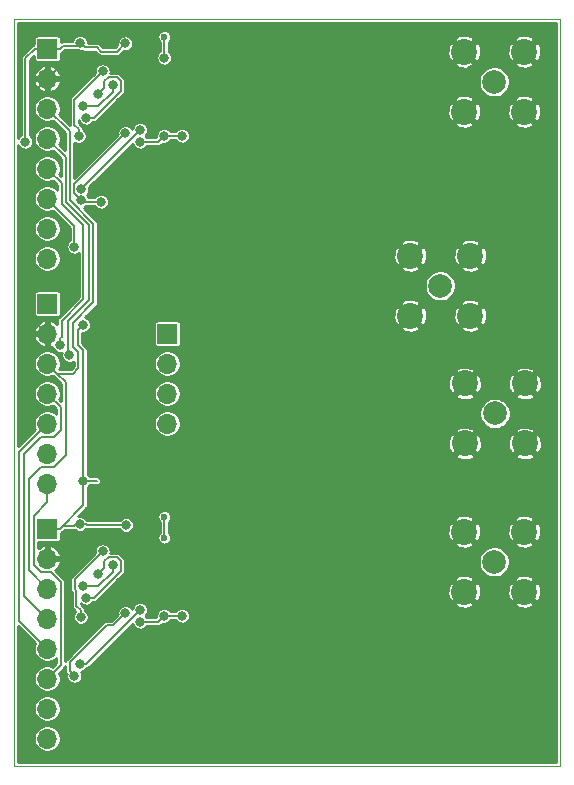
<source format=gbr>
%TF.GenerationSoftware,KiCad,Pcbnew,(5.1.5)-3*%
%TF.CreationDate,2020-04-11T16:30:28+01:00*%
%TF.ProjectId,EPCTest2,45504354-6573-4743-922e-6b696361645f,rev?*%
%TF.SameCoordinates,Original*%
%TF.FileFunction,Copper,L2,Bot*%
%TF.FilePolarity,Positive*%
%FSLAX46Y46*%
G04 Gerber Fmt 4.6, Leading zero omitted, Abs format (unit mm)*
G04 Created by KiCad (PCBNEW (5.1.5)-3) date 2020-04-11 16:30:28*
%MOMM*%
%LPD*%
G04 APERTURE LIST*
%TA.AperFunction,Profile*%
%ADD10C,0.100000*%
%TD*%
%TA.AperFunction,ComponentPad*%
%ADD11C,2.200000*%
%TD*%
%TA.AperFunction,ComponentPad*%
%ADD12C,2.000000*%
%TD*%
%TA.AperFunction,ComponentPad*%
%ADD13O,1.700000X1.700000*%
%TD*%
%TA.AperFunction,ComponentPad*%
%ADD14R,1.700000X1.700000*%
%TD*%
%TA.AperFunction,ViaPad*%
%ADD15C,0.600000*%
%TD*%
%TA.AperFunction,ViaPad*%
%ADD16C,0.800000*%
%TD*%
%TA.AperFunction,ViaPad*%
%ADD17C,0.750000*%
%TD*%
%TA.AperFunction,Conductor*%
%ADD18C,0.205194*%
%TD*%
%TA.AperFunction,Conductor*%
%ADD19C,0.250000*%
%TD*%
%TA.AperFunction,Conductor*%
%ADD20C,0.254000*%
%TD*%
G04 APERTURE END LIST*
D10*
X92964000Y-64770000D02*
X92964000Y-128016000D01*
X46736000Y-64770000D02*
X92964000Y-64770000D01*
X46736000Y-128016000D02*
X46736000Y-64770000D01*
X92964000Y-128016000D02*
X46736000Y-128016000D01*
D11*
%TO.P,J4,2*%
%TO.N,GND*%
X84836000Y-113284000D03*
X84836000Y-108204000D03*
X89916000Y-108204000D03*
X89916000Y-113284000D03*
D12*
%TO.P,J4,1*%
%TO.N,/RFRight/RF_SE*%
X87376000Y-110744000D03*
%TD*%
D13*
%TO.P,J1,7*%
%TO.N,/CSnTX*%
X49530000Y-104140000D03*
%TO.P,J1,6*%
%TO.N,/CSnRX*%
X49530000Y-101600000D03*
%TO.P,J1,5*%
%TO.N,/SCLK*%
X49530000Y-99060000D03*
%TO.P,J1,4*%
%TO.N,/MOSI*%
X49530000Y-96520000D03*
%TO.P,J1,3*%
%TO.N,/MISO*%
X49530000Y-93980000D03*
%TO.P,J1,2*%
%TO.N,GND*%
X49530000Y-91440000D03*
D14*
%TO.P,J1,1*%
%TO.N,+3V3*%
X49530000Y-88900000D03*
%TD*%
D13*
%TO.P,J2,4*%
%TO.N,/GDO2_TX*%
X59690000Y-99060000D03*
%TO.P,J2,3*%
%TO.N,/GDO0_TX*%
X59690000Y-96520000D03*
%TO.P,J2,2*%
%TO.N,/GDO2_RX*%
X59690000Y-93980000D03*
D14*
%TO.P,J2,1*%
%TO.N,/GDO0_RX*%
X59690000Y-91440000D03*
%TD*%
D12*
%TO.P,J3,1*%
%TO.N,/RF_RX_ATT*%
X82804000Y-87376000D03*
D11*
%TO.P,J3,2*%
%TO.N,GND*%
X85344000Y-89916000D03*
X85344000Y-84836000D03*
X80264000Y-84836000D03*
X80264000Y-89916000D03*
%TD*%
D13*
%TO.P,J5,8*%
%TO.N,/GDO2_TX*%
X49530000Y-125730000D03*
%TO.P,J5,7*%
%TO.N,/GDO0_TX*%
X49530000Y-123190000D03*
%TO.P,J5,6*%
%TO.N,/CSnTX*%
X49530000Y-120650000D03*
%TO.P,J5,5*%
%TO.N,/SCLK*%
X49530000Y-118110000D03*
%TO.P,J5,4*%
%TO.N,/MOSI*%
X49530000Y-115570000D03*
%TO.P,J5,3*%
%TO.N,/MISO*%
X49530000Y-113030000D03*
%TO.P,J5,2*%
%TO.N,GND*%
X49530000Y-110490000D03*
D14*
%TO.P,J5,1*%
%TO.N,+3V3*%
X49530000Y-107950000D03*
%TD*%
D12*
%TO.P,J6,1*%
%TO.N,/RFLeft/RF_SE*%
X87376000Y-70104000D03*
D11*
%TO.P,J6,2*%
%TO.N,GND*%
X89916000Y-72644000D03*
X89916000Y-67564000D03*
X84836000Y-67564000D03*
X84836000Y-72644000D03*
%TD*%
D14*
%TO.P,J7,1*%
%TO.N,+3V3*%
X49530000Y-67310000D03*
D13*
%TO.P,J7,2*%
%TO.N,GND*%
X49530000Y-69850000D03*
%TO.P,J7,3*%
%TO.N,/MISO*%
X49530000Y-72390000D03*
%TO.P,J7,4*%
%TO.N,/MOSI*%
X49530000Y-74930000D03*
%TO.P,J7,5*%
%TO.N,/SCLK*%
X49530000Y-77470000D03*
%TO.P,J7,6*%
%TO.N,/CSnRX*%
X49530000Y-80010000D03*
%TO.P,J7,7*%
%TO.N,/GDO0_RX*%
X49530000Y-82550000D03*
%TO.P,J7,8*%
%TO.N,/GDO2_RX*%
X49530000Y-85090000D03*
%TD*%
D12*
%TO.P,J8,1*%
%TO.N,/RF_RX_ATT*%
X87426800Y-98196400D03*
D11*
%TO.P,J8,2*%
%TO.N,GND*%
X89966800Y-100736400D03*
X89966800Y-95656400D03*
X84886800Y-95656400D03*
X84886800Y-100736400D03*
%TD*%
D15*
%TO.N,GND*%
X57658000Y-71882000D03*
X59182000Y-70358000D03*
X58420000Y-71120000D03*
X59182000Y-71882000D03*
X57658000Y-70358000D03*
X58420000Y-111760000D03*
X57023000Y-66040000D03*
D16*
X61595000Y-66040000D03*
D17*
X82905600Y-70612000D03*
X81330800Y-75438000D03*
X81330800Y-74320400D03*
X83159600Y-74269600D03*
X83210400Y-75488800D03*
X80772000Y-96012000D03*
X80772000Y-92329000D03*
X80772000Y-94869000D03*
X80772000Y-93726000D03*
X80772000Y-97155000D03*
X82740500Y-102235000D03*
X87376000Y-101092000D03*
X82740500Y-101092000D03*
X87630000Y-95504000D03*
X82740500Y-103378000D03*
X80772000Y-102235000D03*
X80772000Y-98552000D03*
X80772000Y-101092000D03*
X80772000Y-99949000D03*
X80772000Y-103378000D03*
X82740500Y-105537000D03*
X80772000Y-105537000D03*
X80772000Y-104394000D03*
X82740500Y-104394000D03*
D16*
X55245000Y-102743000D03*
X52832000Y-91821000D03*
X63373000Y-116840000D03*
X61468000Y-106680000D03*
X69659500Y-110236000D03*
X67183000Y-69596000D03*
D15*
X57404000Y-76263500D03*
D16*
X59626500Y-80264000D03*
D15*
X52324000Y-70104000D03*
D16*
X61976000Y-67437000D03*
X74041000Y-74295000D03*
X81915000Y-68834000D03*
X82994500Y-68262500D03*
X85750400Y-71069200D03*
X85445600Y-69138800D03*
X78232000Y-70612000D03*
X77724000Y-74168000D03*
X79248000Y-74168000D03*
X76708000Y-70612000D03*
X75184000Y-70612000D03*
X72644000Y-70612000D03*
X75692000Y-72644000D03*
X76708000Y-72644000D03*
X79248000Y-70612000D03*
X80264000Y-70612000D03*
D17*
X81597500Y-70167500D03*
D16*
X72580500Y-114935000D03*
X57404000Y-116840000D03*
X59626500Y-120904000D03*
X52324000Y-110553500D03*
X61976000Y-108267500D03*
X73596500Y-114681000D03*
X79756000Y-110236000D03*
X80010000Y-109474000D03*
X83312000Y-112776000D03*
X78232000Y-111252000D03*
X77724000Y-114808000D03*
X79248000Y-114808000D03*
X81280000Y-114808000D03*
X83312000Y-114808000D03*
X76708000Y-111252000D03*
X75184000Y-111252000D03*
X73660000Y-111252000D03*
X75692000Y-113284000D03*
X76708000Y-113284000D03*
X79248000Y-111252000D03*
X80264000Y-111252000D03*
D15*
X56896000Y-106680000D03*
D16*
X78232000Y-109728000D03*
D17*
X82740500Y-96012000D03*
X82740500Y-94869000D03*
X82740500Y-93726000D03*
X82740500Y-92329000D03*
D16*
X63373000Y-76200000D03*
X72517000Y-74168000D03*
X54292500Y-120840500D03*
X53975000Y-79248000D03*
D15*
X57658000Y-110998000D03*
X59182000Y-110998000D03*
X57658000Y-112522000D03*
X59182000Y-112522000D03*
X54683194Y-115570000D03*
X54864000Y-74930000D03*
X79806800Y-78994000D03*
X79857600Y-82092800D03*
X81889600Y-82753200D03*
X83820000Y-82702400D03*
X84836000Y-81838800D03*
X85445600Y-80060800D03*
X85242400Y-78486000D03*
X83413600Y-78486000D03*
X82753200Y-100126800D03*
X82804000Y-99263200D03*
X82804000Y-97180400D03*
X84124800Y-97231200D03*
X85547200Y-97231200D03*
X84175600Y-99110800D03*
X85547200Y-99110800D03*
X82804000Y-90982800D03*
X83312000Y-89916000D03*
X84074000Y-88798400D03*
X83769200Y-85648800D03*
X83820000Y-84734400D03*
X83870800Y-83261200D03*
X81788000Y-83972400D03*
X81838800Y-85750400D03*
X81229200Y-87071200D03*
X81280000Y-88493600D03*
X83210400Y-110083600D03*
X82804000Y-109270800D03*
X80822800Y-109067600D03*
X80924400Y-110185200D03*
X81229200Y-111099600D03*
X85699600Y-109931200D03*
X84429600Y-109931200D03*
X84328000Y-111760000D03*
X85801200Y-111810800D03*
X64008000Y-110236000D03*
X64452500Y-115252500D03*
X66548000Y-114300000D03*
X65532000Y-110490000D03*
X87122000Y-107950000D03*
X90170000Y-110744000D03*
X87630000Y-113792000D03*
D16*
%TO.N,+3V3*%
X52578000Y-103886000D03*
X59436000Y-74676000D03*
X60960000Y-74676000D03*
X57404000Y-75184000D03*
X52324000Y-66802000D03*
X59436000Y-115316000D03*
X60960000Y-115316000D03*
X57404000Y-115824000D03*
X52324000Y-107569000D03*
X47674795Y-75184000D03*
X52578000Y-90678000D03*
X56197500Y-107632500D03*
X56134000Y-66865500D03*
%TO.N,/CSnTX*%
X57404000Y-114808000D03*
X52324000Y-119380000D03*
%TO.N,/CSnRX*%
X57404000Y-74168000D03*
X51816000Y-84074000D03*
X52421585Y-79196764D03*
%TO.N,/SCLK*%
X54211710Y-69235315D03*
X54211710Y-109875315D03*
X52360697Y-115438787D03*
X50616384Y-92400354D03*
X52188889Y-74694390D03*
%TO.N,/MISO*%
X55063115Y-70417393D03*
X52592928Y-72180986D03*
X55063115Y-111057393D03*
X52592928Y-112820986D03*
%TO.N,/GDO2_TX*%
X53848000Y-111760000D03*
X52832000Y-113792000D03*
%TO.N,/GDO0_TX*%
X56145181Y-115073181D03*
X51833355Y-120402942D03*
%TO.N,/GDO2_RX*%
X53848000Y-71120000D03*
X52832000Y-73152000D03*
%TO.N,/GDO0_RX*%
X56145181Y-74433181D03*
X54102000Y-80264000D03*
X52375143Y-80136133D03*
D15*
%TO.N,/RFRight/RBIAS*%
X59436000Y-108712000D03*
X59436000Y-106934000D03*
D16*
%TO.N,/RFLeft/RBIAS*%
X59436000Y-68072000D03*
D15*
X59436000Y-66294000D03*
D16*
%TO.N,/MOSI*%
X51408945Y-93258476D03*
%TD*%
D18*
%TO.N,GND*%
X54610000Y-102616000D02*
X54610000Y-93599000D01*
X54737000Y-102743000D02*
X54610000Y-102616000D01*
X54610000Y-93599000D02*
X52832000Y-91821000D01*
X55832716Y-68532716D02*
X56388000Y-69088000D01*
X49530000Y-69850000D02*
X50847284Y-68532716D01*
X57287000Y-71745000D02*
X57795000Y-71745000D01*
D19*
X57404000Y-77216000D02*
X59270000Y-79082000D01*
D18*
X52324000Y-69088000D02*
X51816000Y-68580000D01*
X50847284Y-68532716D02*
X51816000Y-68580000D01*
X51816000Y-68580000D02*
X55832716Y-68532716D01*
X73152000Y-73152000D02*
X73152000Y-73660000D01*
X55832716Y-109172716D02*
X56388000Y-109728000D01*
D19*
X57404000Y-117856000D02*
X59270000Y-119722000D01*
X59270000Y-119722000D02*
X59520000Y-119722000D01*
D18*
X61976000Y-109220000D02*
X61976000Y-109728000D01*
X60452000Y-106680000D02*
X60452000Y-107285194D01*
X60452000Y-107285194D02*
X60452000Y-109220000D01*
X57670000Y-106024806D02*
X57776806Y-105918000D01*
X57670000Y-106680000D02*
X57670000Y-106024806D01*
X60452000Y-106074806D02*
X60452000Y-106680000D01*
X60295194Y-105918000D02*
X60452000Y-106074806D01*
X57776806Y-105918000D02*
X60295194Y-105918000D01*
X48680001Y-70699999D02*
X49530000Y-69850000D01*
X48377402Y-71002598D02*
X48680001Y-70699999D01*
X49530000Y-91440000D02*
X48377402Y-90287402D01*
X48377402Y-90287402D02*
X48377402Y-71002598D01*
X62484000Y-76200000D02*
X62484000Y-75594806D01*
X62484000Y-75594806D02*
X62484000Y-74295000D01*
X82296000Y-105283000D02*
X82296000Y-107061000D01*
X82296000Y-107061000D02*
X82423000Y-107188000D01*
X82423000Y-107188000D02*
X83820000Y-107188000D01*
X55245000Y-103320315D02*
X55245000Y-102743000D01*
X55245000Y-103886000D02*
X55245000Y-103320315D01*
X55245000Y-102743000D02*
X54737000Y-102743000D01*
X63881000Y-107823000D02*
X63881000Y-109474000D01*
X55245000Y-102743000D02*
X58801000Y-102743000D01*
X58801000Y-102743000D02*
X63881000Y-107823000D01*
X57287000Y-112385000D02*
X57658000Y-112522000D01*
X63373000Y-116840000D02*
X63373000Y-116274315D01*
X63373000Y-116274315D02*
X63373000Y-115316000D01*
X59520000Y-120231815D02*
X59520000Y-119722000D01*
X59626500Y-120338315D02*
X59520000Y-120231815D01*
X59626500Y-120904000D02*
X59626500Y-120338315D01*
X57404000Y-117405685D02*
X57404000Y-117856000D01*
X57404000Y-116840000D02*
X57404000Y-117405685D01*
X59626500Y-120904000D02*
X63246000Y-120904000D01*
X63246000Y-120904000D02*
X64452500Y-119697500D01*
X64452500Y-119697500D02*
X64452500Y-115252500D01*
X54858185Y-120840500D02*
X55556685Y-121539000D01*
X54292500Y-120840500D02*
X54858185Y-120840500D01*
X55556685Y-121539000D02*
X63309500Y-121539000D01*
X63309500Y-121539000D02*
X64897000Y-119951500D01*
X64897000Y-119951500D02*
X64897000Y-115443000D01*
X64897000Y-115443000D02*
X64897000Y-115125500D01*
X59626500Y-79438500D02*
X59309000Y-79121000D01*
X59626500Y-80264000D02*
X59626500Y-79438500D01*
D19*
X59270000Y-79082000D02*
X59309000Y-79121000D01*
X59309000Y-79121000D02*
X59520000Y-79082000D01*
D18*
X57404000Y-77216000D02*
X57404000Y-76263500D01*
X63373000Y-76200000D02*
X63373000Y-75634315D01*
X63373000Y-75634315D02*
X63373000Y-74168000D01*
X54540685Y-79248000D02*
X56445685Y-81153000D01*
X53975000Y-79248000D02*
X54540685Y-79248000D01*
X56445685Y-81153000D02*
X63373000Y-81153000D01*
X63373000Y-81153000D02*
X65913000Y-78613000D01*
X65913000Y-78613000D02*
X65913000Y-74295000D01*
X60192185Y-80264000D02*
X60319185Y-80391000D01*
X59626500Y-80264000D02*
X60192185Y-80264000D01*
X60319185Y-80391000D02*
X62611000Y-80391000D01*
X62611000Y-80391000D02*
X64770000Y-78232000D01*
X64770000Y-78232000D02*
X64770000Y-74295000D01*
X57658000Y-112522000D02*
X57795000Y-112385000D01*
X54683194Y-114988806D02*
X55372000Y-114300000D01*
X54683194Y-115570000D02*
X54683194Y-114988806D01*
X54673500Y-114998500D02*
X55372000Y-114300000D01*
X55372000Y-114300000D02*
X57287000Y-112385000D01*
X55163999Y-74630001D02*
X55163999Y-73868001D01*
X54864000Y-74930000D02*
X55163999Y-74630001D01*
X55163999Y-73868001D02*
X55880000Y-73152000D01*
X64452500Y-115252500D02*
X64452500Y-115252500D01*
%TO.N,+3V3*%
X59436000Y-74676000D02*
X60960000Y-74676000D01*
X58928000Y-75184000D02*
X59436000Y-74676000D01*
X57404000Y-75184000D02*
X58928000Y-75184000D01*
X49530000Y-67310000D02*
X50585194Y-67310000D01*
X59436000Y-115316000D02*
X60960000Y-115316000D01*
X58928000Y-115824000D02*
X59436000Y-115316000D01*
X57404000Y-115824000D02*
X58928000Y-115824000D01*
X49530000Y-107950000D02*
X50585194Y-107950000D01*
X47674795Y-74618315D02*
X47674795Y-75184000D01*
X47674795Y-68110011D02*
X47674795Y-74618315D01*
X48474806Y-67310000D02*
X47674795Y-68110011D01*
X49530000Y-67310000D02*
X48474806Y-67310000D01*
X52129401Y-92412249D02*
X52129401Y-91126599D01*
X52129401Y-91126599D02*
X52178001Y-91077999D01*
X52178001Y-91077999D02*
X52578000Y-90678000D01*
X50585194Y-107950000D02*
X52578000Y-105957194D01*
X52578000Y-92860848D02*
X52129401Y-92412249D01*
X53721000Y-103886000D02*
X52578000Y-103886000D01*
X52578000Y-105957194D02*
X52578000Y-103886000D01*
X52578000Y-103886000D02*
X52578000Y-92860848D01*
X56197500Y-107632500D02*
X52895500Y-107632500D01*
X50839194Y-107696000D02*
X50585194Y-107950000D01*
X51816000Y-107696000D02*
X50839194Y-107696000D01*
X56134000Y-66865500D02*
X55435500Y-67564000D01*
X50585194Y-67310000D02*
X50863500Y-67056000D01*
X50863500Y-67056000D02*
X50839194Y-67056000D01*
X51943000Y-107569000D02*
X51816000Y-107696000D01*
X52324000Y-107569000D02*
X51943000Y-107569000D01*
X52895500Y-107574815D02*
X52895500Y-107632500D01*
X52889685Y-107569000D02*
X52895500Y-107574815D01*
X52324000Y-107569000D02*
X52889685Y-107569000D01*
X52324000Y-66802000D02*
X52197000Y-66802000D01*
X51943000Y-67056000D02*
X51562000Y-67056000D01*
X52197000Y-66802000D02*
X51943000Y-67056000D01*
X51816000Y-67056000D02*
X51562000Y-67056000D01*
X51562000Y-67056000D02*
X50863500Y-67056000D01*
X52723999Y-67201999D02*
X53739999Y-67201999D01*
X52324000Y-66802000D02*
X52723999Y-67201999D01*
X53739999Y-67201999D02*
X54102000Y-67564000D01*
X55435500Y-67564000D02*
X54102000Y-67564000D01*
%TO.N,/CSnTX*%
X57404000Y-114808000D02*
X52832000Y-119380000D01*
X52832000Y-119380000D02*
X52324000Y-119380000D01*
X50682598Y-112476752D02*
X50682598Y-119497402D01*
X49848444Y-111642598D02*
X50682598Y-112476752D01*
X48377402Y-106857921D02*
X48377402Y-111043248D01*
X49530000Y-104140000D02*
X49530000Y-105705323D01*
X50379999Y-119800001D02*
X49530000Y-120650000D01*
X49530000Y-105705323D02*
X48377402Y-106857921D01*
X50682598Y-119497402D02*
X50379999Y-119800001D01*
X48377402Y-111043248D02*
X48976752Y-111642598D01*
X48976752Y-111642598D02*
X49848444Y-111642598D01*
%TO.N,/CSnRX*%
X51816000Y-82296000D02*
X49530000Y-80010000D01*
X51816000Y-84074000D02*
X51816000Y-82296000D01*
X52421585Y-79150415D02*
X52421585Y-79196764D01*
X57404000Y-74168000D02*
X52421585Y-79150415D01*
%TO.N,/SCLK*%
X52360697Y-114873102D02*
X52360697Y-115438787D01*
X51967205Y-114479610D02*
X52360697Y-114873102D01*
X47161790Y-115741790D02*
X48680001Y-117260001D01*
X47161790Y-101428210D02*
X47161790Y-115741790D01*
X49530000Y-99060000D02*
X47161790Y-101428210D01*
X48680001Y-117260001D02*
X49530000Y-118110000D01*
X51856185Y-112230840D02*
X51856185Y-113077293D01*
X51856185Y-113077293D02*
X51967205Y-113188313D01*
X51967205Y-113188313D02*
X51967205Y-114479610D01*
X54211710Y-109875315D02*
X51856185Y-112230840D01*
X52582475Y-82273070D02*
X52582475Y-88487585D01*
X50743384Y-90326676D02*
X50743384Y-91707669D01*
X52582475Y-88487585D02*
X50743384Y-90326676D01*
X50616384Y-91834669D02*
X50616384Y-92400354D01*
X50741359Y-78681359D02*
X50741359Y-80431954D01*
X50741359Y-80431954D02*
X52582475Y-82273070D01*
X49530000Y-77470000D02*
X50741359Y-78681359D01*
X51816000Y-73755816D02*
X52188889Y-74128705D01*
X50743384Y-91707669D02*
X50616384Y-91834669D01*
X51816000Y-71631025D02*
X51816000Y-73755816D01*
X54211710Y-69235315D02*
X51816000Y-71631025D01*
X52188889Y-74128705D02*
X52188889Y-74694390D01*
%TO.N,/MISO*%
X53865207Y-72180986D02*
X53158613Y-72180986D01*
X55063115Y-70417393D02*
X55063115Y-70983078D01*
X55063115Y-70983078D02*
X53865207Y-72180986D01*
X53158613Y-72180986D02*
X52592928Y-72180986D01*
X53865207Y-112820986D02*
X53158613Y-112820986D01*
X55063115Y-111057393D02*
X55063115Y-111623078D01*
X55063115Y-111623078D02*
X53865207Y-112820986D01*
X53158613Y-112820986D02*
X52592928Y-112820986D01*
X51087802Y-101748044D02*
X51087802Y-95537802D01*
X47972198Y-111472198D02*
X47972198Y-103757152D01*
X51087802Y-95537802D02*
X50379999Y-94829999D01*
X48976752Y-102752598D02*
X50083248Y-102752598D01*
X47972198Y-103757152D02*
X48976752Y-102752598D01*
X50083248Y-102752598D02*
X51087802Y-101748044D01*
X49530000Y-113030000D02*
X47972198Y-111472198D01*
X50379999Y-94829999D02*
X49530000Y-93980000D01*
X51432774Y-74292774D02*
X51432774Y-80145557D01*
X51703796Y-94829999D02*
X50379999Y-94829999D01*
X51432774Y-80145557D02*
X53442795Y-82155578D01*
X49530000Y-72390000D02*
X51432774Y-74292774D01*
X51724196Y-90491956D02*
X51724196Y-92580090D01*
X52172795Y-93028689D02*
X52172795Y-94361000D01*
X52172795Y-94361000D02*
X51703796Y-94829999D01*
X53442795Y-88773357D02*
X51724196Y-90491956D01*
X53442795Y-82155578D02*
X53442795Y-88773357D01*
X51724196Y-92580090D02*
X52172795Y-93028689D01*
%TO.N,/GDO2_TX*%
X53467237Y-113792000D02*
X52832000Y-113792000D01*
X55765713Y-110720145D02*
X55765713Y-111493524D01*
X55400363Y-110354795D02*
X55765713Y-110720145D01*
X54360517Y-111247483D02*
X54360517Y-110720145D01*
X53848000Y-111760000D02*
X54360517Y-111247483D01*
X55765713Y-111493524D02*
X53467237Y-113792000D01*
X54360517Y-110720145D02*
X54725867Y-110354795D01*
X54725867Y-110354795D02*
X55400363Y-110354795D01*
%TO.N,/GDO0_TX*%
X54551050Y-116113102D02*
X51433356Y-119230796D01*
X51433356Y-120002943D02*
X51833355Y-120402942D01*
X55105260Y-116113102D02*
X54551050Y-116113102D01*
X51433356Y-119230796D02*
X51433356Y-120002943D01*
X56145181Y-115073181D02*
X55105260Y-116113102D01*
%TO.N,/GDO2_RX*%
X53467237Y-73152000D02*
X52832000Y-73152000D01*
X55765713Y-70080145D02*
X55765713Y-70853524D01*
X55400363Y-69714795D02*
X55765713Y-70080145D01*
X54360517Y-70607483D02*
X54360517Y-70080145D01*
X53848000Y-71120000D02*
X54360517Y-70607483D01*
X55765713Y-70853524D02*
X53467237Y-73152000D01*
X54360517Y-70080145D02*
X54725867Y-69714795D01*
X54725867Y-69714795D02*
X55400363Y-69714795D01*
%TO.N,/GDO0_RX*%
X54102000Y-80264000D02*
X52503010Y-80264000D01*
X51975144Y-79736134D02*
X52375143Y-80136133D01*
X51778483Y-78799879D02*
X51778483Y-79539473D01*
X56145181Y-74433181D02*
X51778483Y-78799879D01*
X52503010Y-80264000D02*
X52375143Y-80136133D01*
X51778483Y-79539473D02*
X51975144Y-79736134D01*
%TO.N,/RFRight/RBIAS*%
X59436000Y-108712000D02*
X59436000Y-107124500D01*
X59436000Y-106934000D02*
X59436000Y-107124500D01*
%TO.N,/RFLeft/RBIAS*%
X59436000Y-68072000D02*
X59436000Y-66306000D01*
%TO.N,/MOSI*%
X50682597Y-97672597D02*
X50682597Y-99613247D01*
X49530000Y-96520000D02*
X50682597Y-97672597D01*
X50682597Y-99613247D02*
X50083246Y-100212598D01*
X50083246Y-100212598D02*
X48976752Y-100212598D01*
X48680001Y-114720001D02*
X49530000Y-115570000D01*
X47566994Y-101622356D02*
X47566994Y-113606994D01*
X47566994Y-113606994D02*
X48680001Y-114720001D01*
X48976752Y-100212598D02*
X47566994Y-101622356D01*
X49530000Y-74930000D02*
X51087066Y-76487066D01*
X51087066Y-76487066D02*
X51087066Y-80288755D01*
X51087066Y-80288755D02*
X53037590Y-82239279D01*
X53037590Y-82239279D02*
X53037590Y-88605516D01*
X53037590Y-88605516D02*
X51318992Y-90324114D01*
X51318992Y-93168523D02*
X51408945Y-93258476D01*
X51318992Y-90324114D02*
X51318992Y-93168523D01*
%TD*%
D20*
%TO.N,GND*%
G36*
X92637001Y-127689000D02*
G01*
X47063000Y-127689000D01*
X47063000Y-125619000D01*
X48403000Y-125619000D01*
X48403000Y-125841000D01*
X48446310Y-126058734D01*
X48531266Y-126263835D01*
X48654602Y-126448421D01*
X48811579Y-126605398D01*
X48996165Y-126728734D01*
X49201266Y-126813690D01*
X49419000Y-126857000D01*
X49641000Y-126857000D01*
X49858734Y-126813690D01*
X50063835Y-126728734D01*
X50248421Y-126605398D01*
X50405398Y-126448421D01*
X50528734Y-126263835D01*
X50613690Y-126058734D01*
X50657000Y-125841000D01*
X50657000Y-125619000D01*
X50613690Y-125401266D01*
X50528734Y-125196165D01*
X50405398Y-125011579D01*
X50248421Y-124854602D01*
X50063835Y-124731266D01*
X49858734Y-124646310D01*
X49641000Y-124603000D01*
X49419000Y-124603000D01*
X49201266Y-124646310D01*
X48996165Y-124731266D01*
X48811579Y-124854602D01*
X48654602Y-125011579D01*
X48531266Y-125196165D01*
X48446310Y-125401266D01*
X48403000Y-125619000D01*
X47063000Y-125619000D01*
X47063000Y-123079000D01*
X48403000Y-123079000D01*
X48403000Y-123301000D01*
X48446310Y-123518734D01*
X48531266Y-123723835D01*
X48654602Y-123908421D01*
X48811579Y-124065398D01*
X48996165Y-124188734D01*
X49201266Y-124273690D01*
X49419000Y-124317000D01*
X49641000Y-124317000D01*
X49858734Y-124273690D01*
X50063835Y-124188734D01*
X50248421Y-124065398D01*
X50405398Y-123908421D01*
X50528734Y-123723835D01*
X50613690Y-123518734D01*
X50657000Y-123301000D01*
X50657000Y-123079000D01*
X50613690Y-122861266D01*
X50528734Y-122656165D01*
X50405398Y-122471579D01*
X50248421Y-122314602D01*
X50063835Y-122191266D01*
X49858734Y-122106310D01*
X49641000Y-122063000D01*
X49419000Y-122063000D01*
X49201266Y-122106310D01*
X48996165Y-122191266D01*
X48811579Y-122314602D01*
X48654602Y-122471579D01*
X48531266Y-122656165D01*
X48446310Y-122861266D01*
X48403000Y-123079000D01*
X47063000Y-123079000D01*
X47063000Y-116179830D01*
X48424767Y-117541598D01*
X48424772Y-117541602D01*
X48510198Y-117627028D01*
X48446310Y-117781266D01*
X48403000Y-117999000D01*
X48403000Y-118221000D01*
X48446310Y-118438734D01*
X48531266Y-118643835D01*
X48654602Y-118828421D01*
X48811579Y-118985398D01*
X48996165Y-119108734D01*
X49201266Y-119193690D01*
X49419000Y-119237000D01*
X49641000Y-119237000D01*
X49858734Y-119193690D01*
X50063835Y-119108734D01*
X50248421Y-118985398D01*
X50303002Y-118930817D01*
X50303002Y-119340167D01*
X50124770Y-119518400D01*
X50124765Y-119518404D01*
X50012972Y-119630198D01*
X49858734Y-119566310D01*
X49641000Y-119523000D01*
X49419000Y-119523000D01*
X49201266Y-119566310D01*
X48996165Y-119651266D01*
X48811579Y-119774602D01*
X48654602Y-119931579D01*
X48531266Y-120116165D01*
X48446310Y-120321266D01*
X48403000Y-120539000D01*
X48403000Y-120761000D01*
X48446310Y-120978734D01*
X48531266Y-121183835D01*
X48654602Y-121368421D01*
X48811579Y-121525398D01*
X48996165Y-121648734D01*
X49201266Y-121733690D01*
X49419000Y-121777000D01*
X49641000Y-121777000D01*
X49858734Y-121733690D01*
X50063835Y-121648734D01*
X50248421Y-121525398D01*
X50405398Y-121368421D01*
X50528734Y-121183835D01*
X50613690Y-120978734D01*
X50657000Y-120761000D01*
X50657000Y-120539000D01*
X50613690Y-120321266D01*
X50549802Y-120167028D01*
X50661596Y-120055235D01*
X50661600Y-120055230D01*
X50937829Y-119779002D01*
X50952312Y-119767116D01*
X50999748Y-119709315D01*
X51034996Y-119643370D01*
X51053759Y-119581516D01*
X51053760Y-119984292D01*
X51051923Y-120002943D01*
X51059252Y-120077356D01*
X51080594Y-120147708D01*
X51080959Y-120148911D01*
X51116207Y-120214856D01*
X51163643Y-120272657D01*
X51168254Y-120276441D01*
X51156355Y-120336263D01*
X51156355Y-120469621D01*
X51182371Y-120600416D01*
X51233405Y-120723622D01*
X51307495Y-120834505D01*
X51401792Y-120928802D01*
X51512675Y-121002892D01*
X51635881Y-121053926D01*
X51766676Y-121079942D01*
X51900034Y-121079942D01*
X52030829Y-121053926D01*
X52154035Y-121002892D01*
X52264918Y-120928802D01*
X52359215Y-120834505D01*
X52433305Y-120723622D01*
X52484339Y-120600416D01*
X52510355Y-120469621D01*
X52510355Y-120336263D01*
X52484339Y-120205468D01*
X52433305Y-120082262D01*
X52413405Y-120052480D01*
X52521474Y-120030984D01*
X52644680Y-119979950D01*
X52755563Y-119905860D01*
X52849860Y-119811563D01*
X52886974Y-119756019D01*
X52906414Y-119754104D01*
X52977968Y-119732398D01*
X53043913Y-119697150D01*
X53101714Y-119649714D01*
X53113604Y-119635226D01*
X56748759Y-116000072D01*
X56753016Y-116021474D01*
X56804050Y-116144680D01*
X56878140Y-116255563D01*
X56972437Y-116349860D01*
X57083320Y-116423950D01*
X57206526Y-116474984D01*
X57337321Y-116501000D01*
X57470679Y-116501000D01*
X57601474Y-116474984D01*
X57724680Y-116423950D01*
X57835563Y-116349860D01*
X57929860Y-116255563D01*
X57964583Y-116203597D01*
X58909359Y-116203597D01*
X58928000Y-116205433D01*
X58946641Y-116203597D01*
X58946642Y-116203597D01*
X59002414Y-116198104D01*
X59073968Y-116176398D01*
X59139913Y-116141150D01*
X59197714Y-116093714D01*
X59209603Y-116079227D01*
X59308023Y-115980807D01*
X59369321Y-115993000D01*
X59502679Y-115993000D01*
X59633474Y-115966984D01*
X59756680Y-115915950D01*
X59867563Y-115841860D01*
X59961860Y-115747563D01*
X59996583Y-115695597D01*
X60399417Y-115695597D01*
X60434140Y-115747563D01*
X60528437Y-115841860D01*
X60639320Y-115915950D01*
X60762526Y-115966984D01*
X60893321Y-115993000D01*
X61026679Y-115993000D01*
X61157474Y-115966984D01*
X61280680Y-115915950D01*
X61391563Y-115841860D01*
X61485860Y-115747563D01*
X61559950Y-115636680D01*
X61610984Y-115513474D01*
X61637000Y-115382679D01*
X61637000Y-115249321D01*
X61610984Y-115118526D01*
X61559950Y-114995320D01*
X61485860Y-114884437D01*
X61391563Y-114790140D01*
X61280680Y-114716050D01*
X61157474Y-114665016D01*
X61026679Y-114639000D01*
X60893321Y-114639000D01*
X60762526Y-114665016D01*
X60639320Y-114716050D01*
X60528437Y-114790140D01*
X60434140Y-114884437D01*
X60399417Y-114936403D01*
X59996583Y-114936403D01*
X59961860Y-114884437D01*
X59867563Y-114790140D01*
X59756680Y-114716050D01*
X59633474Y-114665016D01*
X59502679Y-114639000D01*
X59369321Y-114639000D01*
X59238526Y-114665016D01*
X59115320Y-114716050D01*
X59004437Y-114790140D01*
X58910140Y-114884437D01*
X58836050Y-114995320D01*
X58785016Y-115118526D01*
X58759000Y-115249321D01*
X58759000Y-115382679D01*
X58771193Y-115443977D01*
X58770767Y-115444403D01*
X57964583Y-115444403D01*
X57929860Y-115392437D01*
X57853423Y-115316000D01*
X57929860Y-115239563D01*
X58003950Y-115128680D01*
X58054984Y-115005474D01*
X58081000Y-114874679D01*
X58081000Y-114741321D01*
X58054984Y-114610526D01*
X58003950Y-114487320D01*
X57929860Y-114376437D01*
X57879117Y-114325694D01*
X83973911Y-114325694D01*
X84099229Y-114514143D01*
X84353376Y-114634243D01*
X84626068Y-114702453D01*
X84906829Y-114716154D01*
X85184867Y-114674818D01*
X85449499Y-114580033D01*
X85572771Y-114514143D01*
X85698089Y-114325694D01*
X89053911Y-114325694D01*
X89179229Y-114514143D01*
X89433376Y-114634243D01*
X89706068Y-114702453D01*
X89986829Y-114716154D01*
X90264867Y-114674818D01*
X90529499Y-114580033D01*
X90652771Y-114514143D01*
X90778089Y-114325694D01*
X89916000Y-113463605D01*
X89053911Y-114325694D01*
X85698089Y-114325694D01*
X84836000Y-113463605D01*
X83973911Y-114325694D01*
X57879117Y-114325694D01*
X57835563Y-114282140D01*
X57724680Y-114208050D01*
X57601474Y-114157016D01*
X57470679Y-114131000D01*
X57337321Y-114131000D01*
X57206526Y-114157016D01*
X57083320Y-114208050D01*
X56972437Y-114282140D01*
X56878140Y-114376437D01*
X56804050Y-114487320D01*
X56753016Y-114610526D01*
X56729446Y-114729026D01*
X56671041Y-114641618D01*
X56576744Y-114547321D01*
X56465861Y-114473231D01*
X56342655Y-114422197D01*
X56211860Y-114396181D01*
X56078502Y-114396181D01*
X55947707Y-114422197D01*
X55824501Y-114473231D01*
X55713618Y-114547321D01*
X55619321Y-114641618D01*
X55545231Y-114752501D01*
X55494197Y-114875707D01*
X55468181Y-115006502D01*
X55468181Y-115139860D01*
X55480374Y-115201158D01*
X54948027Y-115733505D01*
X54569688Y-115733505D01*
X54551049Y-115731669D01*
X54532410Y-115733505D01*
X54532408Y-115733505D01*
X54476636Y-115738998D01*
X54405082Y-115760704D01*
X54339137Y-115795952D01*
X54281336Y-115843388D01*
X54269452Y-115857869D01*
X51178130Y-118949192D01*
X51163642Y-118961082D01*
X51116206Y-119018884D01*
X51080958Y-119084829D01*
X51068843Y-119124767D01*
X51062195Y-119146682D01*
X51062195Y-112495393D01*
X51064031Y-112476752D01*
X51056702Y-112402338D01*
X51034996Y-112330784D01*
X50999748Y-112264839D01*
X50971846Y-112230840D01*
X51474752Y-112230840D01*
X51476588Y-112249482D01*
X51476589Y-113058642D01*
X51474752Y-113077293D01*
X51482081Y-113151706D01*
X51503788Y-113223261D01*
X51539035Y-113289205D01*
X51547660Y-113299714D01*
X51586472Y-113347007D01*
X51587608Y-113347939D01*
X51587609Y-114460959D01*
X51585772Y-114479610D01*
X51593101Y-114554023D01*
X51610242Y-114610526D01*
X51614808Y-114625578D01*
X51650056Y-114691523D01*
X51697492Y-114749324D01*
X51711974Y-114761209D01*
X51896413Y-114945648D01*
X51834837Y-115007224D01*
X51760747Y-115118107D01*
X51709713Y-115241313D01*
X51683697Y-115372108D01*
X51683697Y-115505466D01*
X51709713Y-115636261D01*
X51760747Y-115759467D01*
X51834837Y-115870350D01*
X51929134Y-115964647D01*
X52040017Y-116038737D01*
X52163223Y-116089771D01*
X52294018Y-116115787D01*
X52427376Y-116115787D01*
X52558171Y-116089771D01*
X52681377Y-116038737D01*
X52792260Y-115964647D01*
X52886557Y-115870350D01*
X52960647Y-115759467D01*
X53011681Y-115636261D01*
X53037697Y-115505466D01*
X53037697Y-115372108D01*
X53011681Y-115241313D01*
X52960647Y-115118107D01*
X52886557Y-115007224D01*
X52792260Y-114912927D01*
X52741545Y-114879040D01*
X52742130Y-114873102D01*
X52740221Y-114853714D01*
X52734801Y-114798688D01*
X52713095Y-114727134D01*
X52677847Y-114661189D01*
X52630411Y-114603388D01*
X52615929Y-114591504D01*
X52346802Y-114322377D01*
X52346802Y-114264225D01*
X52400437Y-114317860D01*
X52511320Y-114391950D01*
X52634526Y-114442984D01*
X52765321Y-114469000D01*
X52898679Y-114469000D01*
X53029474Y-114442984D01*
X53152680Y-114391950D01*
X53263563Y-114317860D01*
X53357860Y-114223563D01*
X53392583Y-114171597D01*
X53448596Y-114171597D01*
X53467237Y-114173433D01*
X53485878Y-114171597D01*
X53485879Y-114171597D01*
X53541651Y-114166104D01*
X53613205Y-114144398D01*
X53679150Y-114109150D01*
X53736951Y-114061714D01*
X53748841Y-114047226D01*
X54441238Y-113354829D01*
X83403846Y-113354829D01*
X83445182Y-113632867D01*
X83539967Y-113897499D01*
X83605857Y-114020771D01*
X83794306Y-114146089D01*
X84656395Y-113284000D01*
X85015605Y-113284000D01*
X85877694Y-114146089D01*
X86066143Y-114020771D01*
X86186243Y-113766624D01*
X86254453Y-113493932D01*
X86261241Y-113354829D01*
X88483846Y-113354829D01*
X88525182Y-113632867D01*
X88619967Y-113897499D01*
X88685857Y-114020771D01*
X88874306Y-114146089D01*
X89736395Y-113284000D01*
X90095605Y-113284000D01*
X90957694Y-114146089D01*
X91146143Y-114020771D01*
X91266243Y-113766624D01*
X91334453Y-113493932D01*
X91348154Y-113213171D01*
X91306818Y-112935133D01*
X91212033Y-112670501D01*
X91146143Y-112547229D01*
X90957694Y-112421911D01*
X90095605Y-113284000D01*
X89736395Y-113284000D01*
X88874306Y-112421911D01*
X88685857Y-112547229D01*
X88565757Y-112801376D01*
X88497547Y-113074068D01*
X88483846Y-113354829D01*
X86261241Y-113354829D01*
X86268154Y-113213171D01*
X86226818Y-112935133D01*
X86132033Y-112670501D01*
X86066143Y-112547229D01*
X85877694Y-112421911D01*
X85015605Y-113284000D01*
X84656395Y-113284000D01*
X83794306Y-112421911D01*
X83605857Y-112547229D01*
X83485757Y-112801376D01*
X83417547Y-113074068D01*
X83403846Y-113354829D01*
X54441238Y-113354829D01*
X55553761Y-112242306D01*
X83973911Y-112242306D01*
X84836000Y-113104395D01*
X85698089Y-112242306D01*
X89053911Y-112242306D01*
X89916000Y-113104395D01*
X90778089Y-112242306D01*
X90652771Y-112053857D01*
X90398624Y-111933757D01*
X90125932Y-111865547D01*
X89845171Y-111851846D01*
X89567133Y-111893182D01*
X89302501Y-111987967D01*
X89179229Y-112053857D01*
X89053911Y-112242306D01*
X85698089Y-112242306D01*
X85572771Y-112053857D01*
X85318624Y-111933757D01*
X85045932Y-111865547D01*
X84765171Y-111851846D01*
X84487133Y-111893182D01*
X84222501Y-111987967D01*
X84099229Y-112053857D01*
X83973911Y-112242306D01*
X55553761Y-112242306D01*
X56020945Y-111775123D01*
X56035427Y-111763238D01*
X56082863Y-111705437D01*
X56094262Y-111684111D01*
X56118111Y-111639493D01*
X56139817Y-111567938D01*
X56141917Y-111546612D01*
X56145310Y-111512166D01*
X56147146Y-111493524D01*
X56145310Y-111474883D01*
X56145310Y-110738786D01*
X56147146Y-110720145D01*
X56139817Y-110645731D01*
X56129980Y-110613302D01*
X86049000Y-110613302D01*
X86049000Y-110874698D01*
X86099996Y-111131072D01*
X86200028Y-111372570D01*
X86345252Y-111589913D01*
X86530087Y-111774748D01*
X86747430Y-111919972D01*
X86988928Y-112020004D01*
X87245302Y-112071000D01*
X87506698Y-112071000D01*
X87763072Y-112020004D01*
X88004570Y-111919972D01*
X88221913Y-111774748D01*
X88406748Y-111589913D01*
X88551972Y-111372570D01*
X88652004Y-111131072D01*
X88703000Y-110874698D01*
X88703000Y-110613302D01*
X88652004Y-110356928D01*
X88551972Y-110115430D01*
X88406748Y-109898087D01*
X88221913Y-109713252D01*
X88004570Y-109568028D01*
X87763072Y-109467996D01*
X87506698Y-109417000D01*
X87245302Y-109417000D01*
X86988928Y-109467996D01*
X86747430Y-109568028D01*
X86530087Y-109713252D01*
X86345252Y-109898087D01*
X86200028Y-110115430D01*
X86099996Y-110356928D01*
X86049000Y-110613302D01*
X56129980Y-110613302D01*
X56118111Y-110574177D01*
X56082863Y-110508232D01*
X56076733Y-110500763D01*
X56035427Y-110450431D01*
X56020945Y-110438547D01*
X55681967Y-110099569D01*
X55670077Y-110085081D01*
X55612276Y-110037645D01*
X55546331Y-110002397D01*
X55474777Y-109980691D01*
X55419005Y-109975198D01*
X55419004Y-109975198D01*
X55400363Y-109973362D01*
X55381722Y-109975198D01*
X54882106Y-109975198D01*
X54888710Y-109941994D01*
X54888710Y-109808636D01*
X54862694Y-109677841D01*
X54811660Y-109554635D01*
X54737570Y-109443752D01*
X54643273Y-109349455D01*
X54532390Y-109275365D01*
X54409184Y-109224331D01*
X54278389Y-109198315D01*
X54145031Y-109198315D01*
X54014236Y-109224331D01*
X53891030Y-109275365D01*
X53780147Y-109349455D01*
X53685850Y-109443752D01*
X53611760Y-109554635D01*
X53560726Y-109677841D01*
X53534710Y-109808636D01*
X53534710Y-109941994D01*
X53546902Y-110003291D01*
X51600959Y-111949236D01*
X51586471Y-111961126D01*
X51539035Y-112018928D01*
X51503787Y-112084873D01*
X51485855Y-112143986D01*
X51482081Y-112156427D01*
X51474752Y-112230840D01*
X50971846Y-112230840D01*
X50952312Y-112207038D01*
X50937831Y-112195154D01*
X50197017Y-111454341D01*
X50249679Y-111421346D01*
X50417547Y-111263048D01*
X50551307Y-111075042D01*
X50645819Y-110864553D01*
X50665855Y-110798485D01*
X50617862Y-110617000D01*
X49657000Y-110617000D01*
X49657000Y-110637000D01*
X49403000Y-110637000D01*
X49403000Y-110617000D01*
X49383000Y-110617000D01*
X49383000Y-110363000D01*
X49403000Y-110363000D01*
X49403000Y-109401616D01*
X49657000Y-109401616D01*
X49657000Y-110363000D01*
X50617862Y-110363000D01*
X50665855Y-110181515D01*
X50645819Y-110115447D01*
X50551307Y-109904958D01*
X50417547Y-109716952D01*
X50249679Y-109558654D01*
X50054154Y-109436147D01*
X49838486Y-109354139D01*
X49657000Y-109401616D01*
X49403000Y-109401616D01*
X49221514Y-109354139D01*
X49005846Y-109436147D01*
X48810321Y-109558654D01*
X48756999Y-109608936D01*
X48756999Y-109078340D01*
X50380000Y-109078340D01*
X50434301Y-109072992D01*
X50486516Y-109057153D01*
X50534637Y-109031431D01*
X50576816Y-108996816D01*
X50611431Y-108954637D01*
X50637153Y-108906516D01*
X50652992Y-108854301D01*
X50658340Y-108800000D01*
X50658340Y-108324229D01*
X50659608Y-108324104D01*
X50731162Y-108302398D01*
X50797107Y-108267150D01*
X50854908Y-108219714D01*
X50866798Y-108205226D01*
X50996427Y-108075597D01*
X51797359Y-108075597D01*
X51816000Y-108077433D01*
X51834641Y-108075597D01*
X51834642Y-108075597D01*
X51869719Y-108072142D01*
X51892437Y-108094860D01*
X52003320Y-108168950D01*
X52126526Y-108219984D01*
X52257321Y-108246000D01*
X52390679Y-108246000D01*
X52521474Y-108219984D01*
X52644680Y-108168950D01*
X52755563Y-108094860D01*
X52841781Y-108008642D01*
X52876858Y-108012097D01*
X52876859Y-108012097D01*
X52895500Y-108013933D01*
X52914142Y-108012097D01*
X55636917Y-108012097D01*
X55671640Y-108064063D01*
X55765937Y-108158360D01*
X55876820Y-108232450D01*
X56000026Y-108283484D01*
X56130821Y-108309500D01*
X56264179Y-108309500D01*
X56394974Y-108283484D01*
X56518180Y-108232450D01*
X56629063Y-108158360D01*
X56723360Y-108064063D01*
X56797450Y-107953180D01*
X56848484Y-107829974D01*
X56874500Y-107699179D01*
X56874500Y-107565821D01*
X56848484Y-107435026D01*
X56797450Y-107311820D01*
X56723360Y-107200937D01*
X56629063Y-107106640D01*
X56518180Y-107032550D01*
X56394974Y-106981516D01*
X56264179Y-106955500D01*
X56130821Y-106955500D01*
X56000026Y-106981516D01*
X55876820Y-107032550D01*
X55765937Y-107106640D01*
X55671640Y-107200937D01*
X55636917Y-107252903D01*
X53102881Y-107252903D01*
X53101598Y-107251850D01*
X53035653Y-107216602D01*
X52964099Y-107194896D01*
X52908327Y-107189403D01*
X52908326Y-107189403D01*
X52889685Y-107187567D01*
X52883747Y-107188152D01*
X52849860Y-107137437D01*
X52755563Y-107043140D01*
X52644680Y-106969050D01*
X52521474Y-106918016D01*
X52390679Y-106892000D01*
X52257321Y-106892000D01*
X52160832Y-106911192D01*
X52194854Y-106877170D01*
X58859000Y-106877170D01*
X58859000Y-106990830D01*
X58881174Y-107102305D01*
X58924669Y-107207312D01*
X58987815Y-107301816D01*
X59056404Y-107370405D01*
X59056403Y-108275596D01*
X58987815Y-108344184D01*
X58924669Y-108438688D01*
X58881174Y-108543695D01*
X58859000Y-108655170D01*
X58859000Y-108768830D01*
X58881174Y-108880305D01*
X58924669Y-108985312D01*
X58987815Y-109079816D01*
X59068184Y-109160185D01*
X59162688Y-109223331D01*
X59267695Y-109266826D01*
X59379170Y-109289000D01*
X59492830Y-109289000D01*
X59604305Y-109266826D01*
X59655322Y-109245694D01*
X83973911Y-109245694D01*
X84099229Y-109434143D01*
X84353376Y-109554243D01*
X84626068Y-109622453D01*
X84906829Y-109636154D01*
X85184867Y-109594818D01*
X85449499Y-109500033D01*
X85572771Y-109434143D01*
X85698089Y-109245694D01*
X89053911Y-109245694D01*
X89179229Y-109434143D01*
X89433376Y-109554243D01*
X89706068Y-109622453D01*
X89986829Y-109636154D01*
X90264867Y-109594818D01*
X90529499Y-109500033D01*
X90652771Y-109434143D01*
X90778089Y-109245694D01*
X89916000Y-108383605D01*
X89053911Y-109245694D01*
X85698089Y-109245694D01*
X84836000Y-108383605D01*
X83973911Y-109245694D01*
X59655322Y-109245694D01*
X59709312Y-109223331D01*
X59803816Y-109160185D01*
X59884185Y-109079816D01*
X59947331Y-108985312D01*
X59990826Y-108880305D01*
X60013000Y-108768830D01*
X60013000Y-108655170D01*
X59990826Y-108543695D01*
X59947331Y-108438688D01*
X59884185Y-108344184D01*
X59815597Y-108275596D01*
X59815597Y-108274829D01*
X83403846Y-108274829D01*
X83445182Y-108552867D01*
X83539967Y-108817499D01*
X83605857Y-108940771D01*
X83794306Y-109066089D01*
X84656395Y-108204000D01*
X85015605Y-108204000D01*
X85877694Y-109066089D01*
X86066143Y-108940771D01*
X86186243Y-108686624D01*
X86254453Y-108413932D01*
X86261241Y-108274829D01*
X88483846Y-108274829D01*
X88525182Y-108552867D01*
X88619967Y-108817499D01*
X88685857Y-108940771D01*
X88874306Y-109066089D01*
X89736395Y-108204000D01*
X90095605Y-108204000D01*
X90957694Y-109066089D01*
X91146143Y-108940771D01*
X91266243Y-108686624D01*
X91334453Y-108413932D01*
X91348154Y-108133171D01*
X91306818Y-107855133D01*
X91212033Y-107590501D01*
X91146143Y-107467229D01*
X90957694Y-107341911D01*
X90095605Y-108204000D01*
X89736395Y-108204000D01*
X88874306Y-107341911D01*
X88685857Y-107467229D01*
X88565757Y-107721376D01*
X88497547Y-107994068D01*
X88483846Y-108274829D01*
X86261241Y-108274829D01*
X86268154Y-108133171D01*
X86226818Y-107855133D01*
X86132033Y-107590501D01*
X86066143Y-107467229D01*
X85877694Y-107341911D01*
X85015605Y-108204000D01*
X84656395Y-108204000D01*
X83794306Y-107341911D01*
X83605857Y-107467229D01*
X83485757Y-107721376D01*
X83417547Y-107994068D01*
X83403846Y-108274829D01*
X59815597Y-108274829D01*
X59815597Y-107370404D01*
X59884185Y-107301816D01*
X59947331Y-107207312D01*
X59965972Y-107162306D01*
X83973911Y-107162306D01*
X84836000Y-108024395D01*
X85698089Y-107162306D01*
X89053911Y-107162306D01*
X89916000Y-108024395D01*
X90778089Y-107162306D01*
X90652771Y-106973857D01*
X90398624Y-106853757D01*
X90125932Y-106785547D01*
X89845171Y-106771846D01*
X89567133Y-106813182D01*
X89302501Y-106907967D01*
X89179229Y-106973857D01*
X89053911Y-107162306D01*
X85698089Y-107162306D01*
X85572771Y-106973857D01*
X85318624Y-106853757D01*
X85045932Y-106785547D01*
X84765171Y-106771846D01*
X84487133Y-106813182D01*
X84222501Y-106907967D01*
X84099229Y-106973857D01*
X83973911Y-107162306D01*
X59965972Y-107162306D01*
X59990826Y-107102305D01*
X60013000Y-106990830D01*
X60013000Y-106877170D01*
X59990826Y-106765695D01*
X59947331Y-106660688D01*
X59884185Y-106566184D01*
X59803816Y-106485815D01*
X59709312Y-106422669D01*
X59604305Y-106379174D01*
X59492830Y-106357000D01*
X59379170Y-106357000D01*
X59267695Y-106379174D01*
X59162688Y-106422669D01*
X59068184Y-106485815D01*
X58987815Y-106566184D01*
X58924669Y-106660688D01*
X58881174Y-106765695D01*
X58859000Y-106877170D01*
X52194854Y-106877170D01*
X52833233Y-106238792D01*
X52847714Y-106226908D01*
X52895150Y-106169107D01*
X52930398Y-106103162D01*
X52952104Y-106031608D01*
X52957597Y-105975836D01*
X52957597Y-105975834D01*
X52959433Y-105957195D01*
X52957597Y-105938556D01*
X52957597Y-104446583D01*
X53009563Y-104411860D01*
X53103860Y-104317563D01*
X53138583Y-104265597D01*
X53739642Y-104265597D01*
X53795414Y-104260104D01*
X53866968Y-104238398D01*
X53932913Y-104203150D01*
X53990714Y-104155714D01*
X54038150Y-104097913D01*
X54073398Y-104031968D01*
X54095104Y-103960414D01*
X54102433Y-103886000D01*
X54095104Y-103811586D01*
X54073398Y-103740032D01*
X54038150Y-103674087D01*
X53990714Y-103616286D01*
X53932913Y-103568850D01*
X53866968Y-103533602D01*
X53795414Y-103511896D01*
X53739642Y-103506403D01*
X53138583Y-103506403D01*
X53103860Y-103454437D01*
X53009563Y-103360140D01*
X52957597Y-103325417D01*
X52957597Y-101778094D01*
X84024711Y-101778094D01*
X84150029Y-101966543D01*
X84404176Y-102086643D01*
X84676868Y-102154853D01*
X84957629Y-102168554D01*
X85235667Y-102127218D01*
X85500299Y-102032433D01*
X85623571Y-101966543D01*
X85748889Y-101778094D01*
X89104711Y-101778094D01*
X89230029Y-101966543D01*
X89484176Y-102086643D01*
X89756868Y-102154853D01*
X90037629Y-102168554D01*
X90315667Y-102127218D01*
X90580299Y-102032433D01*
X90703571Y-101966543D01*
X90828889Y-101778094D01*
X89966800Y-100916005D01*
X89104711Y-101778094D01*
X85748889Y-101778094D01*
X84886800Y-100916005D01*
X84024711Y-101778094D01*
X52957597Y-101778094D01*
X52957597Y-100807229D01*
X83454646Y-100807229D01*
X83495982Y-101085267D01*
X83590767Y-101349899D01*
X83656657Y-101473171D01*
X83845106Y-101598489D01*
X84707195Y-100736400D01*
X85066405Y-100736400D01*
X85928494Y-101598489D01*
X86116943Y-101473171D01*
X86237043Y-101219024D01*
X86305253Y-100946332D01*
X86312041Y-100807229D01*
X88534646Y-100807229D01*
X88575982Y-101085267D01*
X88670767Y-101349899D01*
X88736657Y-101473171D01*
X88925106Y-101598489D01*
X89787195Y-100736400D01*
X90146405Y-100736400D01*
X91008494Y-101598489D01*
X91196943Y-101473171D01*
X91317043Y-101219024D01*
X91385253Y-100946332D01*
X91398954Y-100665571D01*
X91357618Y-100387533D01*
X91262833Y-100122901D01*
X91196943Y-99999629D01*
X91008494Y-99874311D01*
X90146405Y-100736400D01*
X89787195Y-100736400D01*
X88925106Y-99874311D01*
X88736657Y-99999629D01*
X88616557Y-100253776D01*
X88548347Y-100526468D01*
X88534646Y-100807229D01*
X86312041Y-100807229D01*
X86318954Y-100665571D01*
X86277618Y-100387533D01*
X86182833Y-100122901D01*
X86116943Y-99999629D01*
X85928494Y-99874311D01*
X85066405Y-100736400D01*
X84707195Y-100736400D01*
X83845106Y-99874311D01*
X83656657Y-99999629D01*
X83536557Y-100253776D01*
X83468347Y-100526468D01*
X83454646Y-100807229D01*
X52957597Y-100807229D01*
X52957597Y-98949000D01*
X58563000Y-98949000D01*
X58563000Y-99171000D01*
X58606310Y-99388734D01*
X58691266Y-99593835D01*
X58814602Y-99778421D01*
X58971579Y-99935398D01*
X59156165Y-100058734D01*
X59361266Y-100143690D01*
X59579000Y-100187000D01*
X59801000Y-100187000D01*
X60018734Y-100143690D01*
X60223835Y-100058734D01*
X60408421Y-99935398D01*
X60565398Y-99778421D01*
X60621334Y-99694706D01*
X84024711Y-99694706D01*
X84886800Y-100556795D01*
X85748889Y-99694706D01*
X89104711Y-99694706D01*
X89966800Y-100556795D01*
X90828889Y-99694706D01*
X90703571Y-99506257D01*
X90449424Y-99386157D01*
X90176732Y-99317947D01*
X89895971Y-99304246D01*
X89617933Y-99345582D01*
X89353301Y-99440367D01*
X89230029Y-99506257D01*
X89104711Y-99694706D01*
X85748889Y-99694706D01*
X85623571Y-99506257D01*
X85369424Y-99386157D01*
X85096732Y-99317947D01*
X84815971Y-99304246D01*
X84537933Y-99345582D01*
X84273301Y-99440367D01*
X84150029Y-99506257D01*
X84024711Y-99694706D01*
X60621334Y-99694706D01*
X60688734Y-99593835D01*
X60773690Y-99388734D01*
X60817000Y-99171000D01*
X60817000Y-98949000D01*
X60773690Y-98731266D01*
X60688734Y-98526165D01*
X60565398Y-98341579D01*
X60408421Y-98184602D01*
X60230474Y-98065702D01*
X86099800Y-98065702D01*
X86099800Y-98327098D01*
X86150796Y-98583472D01*
X86250828Y-98824970D01*
X86396052Y-99042313D01*
X86580887Y-99227148D01*
X86798230Y-99372372D01*
X87039728Y-99472404D01*
X87296102Y-99523400D01*
X87557498Y-99523400D01*
X87813872Y-99472404D01*
X88055370Y-99372372D01*
X88272713Y-99227148D01*
X88457548Y-99042313D01*
X88602772Y-98824970D01*
X88702804Y-98583472D01*
X88753800Y-98327098D01*
X88753800Y-98065702D01*
X88702804Y-97809328D01*
X88602772Y-97567830D01*
X88457548Y-97350487D01*
X88272713Y-97165652D01*
X88055370Y-97020428D01*
X87813872Y-96920396D01*
X87557498Y-96869400D01*
X87296102Y-96869400D01*
X87039728Y-96920396D01*
X86798230Y-97020428D01*
X86580887Y-97165652D01*
X86396052Y-97350487D01*
X86250828Y-97567830D01*
X86150796Y-97809328D01*
X86099800Y-98065702D01*
X60230474Y-98065702D01*
X60223835Y-98061266D01*
X60018734Y-97976310D01*
X59801000Y-97933000D01*
X59579000Y-97933000D01*
X59361266Y-97976310D01*
X59156165Y-98061266D01*
X58971579Y-98184602D01*
X58814602Y-98341579D01*
X58691266Y-98526165D01*
X58606310Y-98731266D01*
X58563000Y-98949000D01*
X52957597Y-98949000D01*
X52957597Y-96409000D01*
X58563000Y-96409000D01*
X58563000Y-96631000D01*
X58606310Y-96848734D01*
X58691266Y-97053835D01*
X58814602Y-97238421D01*
X58971579Y-97395398D01*
X59156165Y-97518734D01*
X59361266Y-97603690D01*
X59579000Y-97647000D01*
X59801000Y-97647000D01*
X60018734Y-97603690D01*
X60223835Y-97518734D01*
X60408421Y-97395398D01*
X60565398Y-97238421D01*
X60688734Y-97053835D01*
X60773690Y-96848734D01*
X60803654Y-96698094D01*
X84024711Y-96698094D01*
X84150029Y-96886543D01*
X84404176Y-97006643D01*
X84676868Y-97074853D01*
X84957629Y-97088554D01*
X85235667Y-97047218D01*
X85500299Y-96952433D01*
X85623571Y-96886543D01*
X85748889Y-96698094D01*
X89104711Y-96698094D01*
X89230029Y-96886543D01*
X89484176Y-97006643D01*
X89756868Y-97074853D01*
X90037629Y-97088554D01*
X90315667Y-97047218D01*
X90580299Y-96952433D01*
X90703571Y-96886543D01*
X90828889Y-96698094D01*
X89966800Y-95836005D01*
X89104711Y-96698094D01*
X85748889Y-96698094D01*
X84886800Y-95836005D01*
X84024711Y-96698094D01*
X60803654Y-96698094D01*
X60817000Y-96631000D01*
X60817000Y-96409000D01*
X60773690Y-96191266D01*
X60688734Y-95986165D01*
X60565398Y-95801579D01*
X60491048Y-95727229D01*
X83454646Y-95727229D01*
X83495982Y-96005267D01*
X83590767Y-96269899D01*
X83656657Y-96393171D01*
X83845106Y-96518489D01*
X84707195Y-95656400D01*
X85066405Y-95656400D01*
X85928494Y-96518489D01*
X86116943Y-96393171D01*
X86237043Y-96139024D01*
X86305253Y-95866332D01*
X86312041Y-95727229D01*
X88534646Y-95727229D01*
X88575982Y-96005267D01*
X88670767Y-96269899D01*
X88736657Y-96393171D01*
X88925106Y-96518489D01*
X89787195Y-95656400D01*
X90146405Y-95656400D01*
X91008494Y-96518489D01*
X91196943Y-96393171D01*
X91317043Y-96139024D01*
X91385253Y-95866332D01*
X91398954Y-95585571D01*
X91357618Y-95307533D01*
X91262833Y-95042901D01*
X91196943Y-94919629D01*
X91008494Y-94794311D01*
X90146405Y-95656400D01*
X89787195Y-95656400D01*
X88925106Y-94794311D01*
X88736657Y-94919629D01*
X88616557Y-95173776D01*
X88548347Y-95446468D01*
X88534646Y-95727229D01*
X86312041Y-95727229D01*
X86318954Y-95585571D01*
X86277618Y-95307533D01*
X86182833Y-95042901D01*
X86116943Y-94919629D01*
X85928494Y-94794311D01*
X85066405Y-95656400D01*
X84707195Y-95656400D01*
X83845106Y-94794311D01*
X83656657Y-94919629D01*
X83536557Y-95173776D01*
X83468347Y-95446468D01*
X83454646Y-95727229D01*
X60491048Y-95727229D01*
X60408421Y-95644602D01*
X60223835Y-95521266D01*
X60018734Y-95436310D01*
X59801000Y-95393000D01*
X59579000Y-95393000D01*
X59361266Y-95436310D01*
X59156165Y-95521266D01*
X58971579Y-95644602D01*
X58814602Y-95801579D01*
X58691266Y-95986165D01*
X58606310Y-96191266D01*
X58563000Y-96409000D01*
X52957597Y-96409000D01*
X52957597Y-93869000D01*
X58563000Y-93869000D01*
X58563000Y-94091000D01*
X58606310Y-94308734D01*
X58691266Y-94513835D01*
X58814602Y-94698421D01*
X58971579Y-94855398D01*
X59156165Y-94978734D01*
X59361266Y-95063690D01*
X59579000Y-95107000D01*
X59801000Y-95107000D01*
X60018734Y-95063690D01*
X60223835Y-94978734D01*
X60408421Y-94855398D01*
X60565398Y-94698421D01*
X60621334Y-94614706D01*
X84024711Y-94614706D01*
X84886800Y-95476795D01*
X85748889Y-94614706D01*
X89104711Y-94614706D01*
X89966800Y-95476795D01*
X90828889Y-94614706D01*
X90703571Y-94426257D01*
X90449424Y-94306157D01*
X90176732Y-94237947D01*
X89895971Y-94224246D01*
X89617933Y-94265582D01*
X89353301Y-94360367D01*
X89230029Y-94426257D01*
X89104711Y-94614706D01*
X85748889Y-94614706D01*
X85623571Y-94426257D01*
X85369424Y-94306157D01*
X85096732Y-94237947D01*
X84815971Y-94224246D01*
X84537933Y-94265582D01*
X84273301Y-94360367D01*
X84150029Y-94426257D01*
X84024711Y-94614706D01*
X60621334Y-94614706D01*
X60688734Y-94513835D01*
X60773690Y-94308734D01*
X60817000Y-94091000D01*
X60817000Y-93869000D01*
X60773690Y-93651266D01*
X60688734Y-93446165D01*
X60565398Y-93261579D01*
X60408421Y-93104602D01*
X60223835Y-92981266D01*
X60018734Y-92896310D01*
X59801000Y-92853000D01*
X59579000Y-92853000D01*
X59361266Y-92896310D01*
X59156165Y-92981266D01*
X58971579Y-93104602D01*
X58814602Y-93261579D01*
X58691266Y-93446165D01*
X58606310Y-93651266D01*
X58563000Y-93869000D01*
X52957597Y-93869000D01*
X52957597Y-92879489D01*
X52959433Y-92860848D01*
X52952104Y-92786434D01*
X52930398Y-92714880D01*
X52895150Y-92648935D01*
X52874819Y-92624162D01*
X52847714Y-92591134D01*
X52833231Y-92579248D01*
X52508998Y-92255016D01*
X52508998Y-91354538D01*
X52511321Y-91355000D01*
X52644679Y-91355000D01*
X52775474Y-91328984D01*
X52898680Y-91277950D01*
X53009563Y-91203860D01*
X53103860Y-91109563D01*
X53177950Y-90998680D01*
X53228984Y-90875474D01*
X53255000Y-90744679D01*
X53255000Y-90611321D01*
X53250760Y-90590000D01*
X58561660Y-90590000D01*
X58561660Y-92290000D01*
X58567008Y-92344301D01*
X58582847Y-92396516D01*
X58608569Y-92444637D01*
X58643184Y-92486816D01*
X58685363Y-92521431D01*
X58733484Y-92547153D01*
X58785699Y-92562992D01*
X58840000Y-92568340D01*
X60540000Y-92568340D01*
X60594301Y-92562992D01*
X60646516Y-92547153D01*
X60694637Y-92521431D01*
X60736816Y-92486816D01*
X60771431Y-92444637D01*
X60797153Y-92396516D01*
X60812992Y-92344301D01*
X60818340Y-92290000D01*
X60818340Y-90957694D01*
X79401911Y-90957694D01*
X79527229Y-91146143D01*
X79781376Y-91266243D01*
X80054068Y-91334453D01*
X80334829Y-91348154D01*
X80612867Y-91306818D01*
X80877499Y-91212033D01*
X81000771Y-91146143D01*
X81126089Y-90957694D01*
X84481911Y-90957694D01*
X84607229Y-91146143D01*
X84861376Y-91266243D01*
X85134068Y-91334453D01*
X85414829Y-91348154D01*
X85692867Y-91306818D01*
X85957499Y-91212033D01*
X86080771Y-91146143D01*
X86206089Y-90957694D01*
X85344000Y-90095605D01*
X84481911Y-90957694D01*
X81126089Y-90957694D01*
X80264000Y-90095605D01*
X79401911Y-90957694D01*
X60818340Y-90957694D01*
X60818340Y-90590000D01*
X60812992Y-90535699D01*
X60797153Y-90483484D01*
X60771431Y-90435363D01*
X60736816Y-90393184D01*
X60694637Y-90358569D01*
X60646516Y-90332847D01*
X60594301Y-90317008D01*
X60540000Y-90311660D01*
X58840000Y-90311660D01*
X58785699Y-90317008D01*
X58733484Y-90332847D01*
X58685363Y-90358569D01*
X58643184Y-90393184D01*
X58608569Y-90435363D01*
X58582847Y-90483484D01*
X58567008Y-90535699D01*
X58561660Y-90590000D01*
X53250760Y-90590000D01*
X53228984Y-90480526D01*
X53177950Y-90357320D01*
X53103860Y-90246437D01*
X53009563Y-90152140D01*
X52898680Y-90078050D01*
X52775474Y-90027016D01*
X52734180Y-90018802D01*
X52766153Y-89986829D01*
X78831846Y-89986829D01*
X78873182Y-90264867D01*
X78967967Y-90529499D01*
X79033857Y-90652771D01*
X79222306Y-90778089D01*
X80084395Y-89916000D01*
X80443605Y-89916000D01*
X81305694Y-90778089D01*
X81494143Y-90652771D01*
X81614243Y-90398624D01*
X81682453Y-90125932D01*
X81689241Y-89986829D01*
X83911846Y-89986829D01*
X83953182Y-90264867D01*
X84047967Y-90529499D01*
X84113857Y-90652771D01*
X84302306Y-90778089D01*
X85164395Y-89916000D01*
X85523605Y-89916000D01*
X86385694Y-90778089D01*
X86574143Y-90652771D01*
X86694243Y-90398624D01*
X86762453Y-90125932D01*
X86776154Y-89845171D01*
X86734818Y-89567133D01*
X86640033Y-89302501D01*
X86574143Y-89179229D01*
X86385694Y-89053911D01*
X85523605Y-89916000D01*
X85164395Y-89916000D01*
X84302306Y-89053911D01*
X84113857Y-89179229D01*
X83993757Y-89433376D01*
X83925547Y-89706068D01*
X83911846Y-89986829D01*
X81689241Y-89986829D01*
X81696154Y-89845171D01*
X81654818Y-89567133D01*
X81560033Y-89302501D01*
X81494143Y-89179229D01*
X81305694Y-89053911D01*
X80443605Y-89916000D01*
X80084395Y-89916000D01*
X79222306Y-89053911D01*
X79033857Y-89179229D01*
X78913757Y-89433376D01*
X78845547Y-89706068D01*
X78831846Y-89986829D01*
X52766153Y-89986829D01*
X53698027Y-89054956D01*
X53712509Y-89043071D01*
X53759945Y-88985270D01*
X53795193Y-88919325D01*
X53808849Y-88874306D01*
X79401911Y-88874306D01*
X80264000Y-89736395D01*
X81126089Y-88874306D01*
X84481911Y-88874306D01*
X85344000Y-89736395D01*
X86206089Y-88874306D01*
X86080771Y-88685857D01*
X85826624Y-88565757D01*
X85553932Y-88497547D01*
X85273171Y-88483846D01*
X84995133Y-88525182D01*
X84730501Y-88619967D01*
X84607229Y-88685857D01*
X84481911Y-88874306D01*
X81126089Y-88874306D01*
X81000771Y-88685857D01*
X80746624Y-88565757D01*
X80473932Y-88497547D01*
X80193171Y-88483846D01*
X79915133Y-88525182D01*
X79650501Y-88619967D01*
X79527229Y-88685857D01*
X79401911Y-88874306D01*
X53808849Y-88874306D01*
X53816899Y-88847771D01*
X53822392Y-88791999D01*
X53824228Y-88773358D01*
X53822392Y-88754716D01*
X53822392Y-87245302D01*
X81477000Y-87245302D01*
X81477000Y-87506698D01*
X81527996Y-87763072D01*
X81628028Y-88004570D01*
X81773252Y-88221913D01*
X81958087Y-88406748D01*
X82175430Y-88551972D01*
X82416928Y-88652004D01*
X82673302Y-88703000D01*
X82934698Y-88703000D01*
X83191072Y-88652004D01*
X83432570Y-88551972D01*
X83649913Y-88406748D01*
X83834748Y-88221913D01*
X83979972Y-88004570D01*
X84080004Y-87763072D01*
X84131000Y-87506698D01*
X84131000Y-87245302D01*
X84080004Y-86988928D01*
X83979972Y-86747430D01*
X83834748Y-86530087D01*
X83649913Y-86345252D01*
X83432570Y-86200028D01*
X83191072Y-86099996D01*
X82934698Y-86049000D01*
X82673302Y-86049000D01*
X82416928Y-86099996D01*
X82175430Y-86200028D01*
X81958087Y-86345252D01*
X81773252Y-86530087D01*
X81628028Y-86747430D01*
X81527996Y-86988928D01*
X81477000Y-87245302D01*
X53822392Y-87245302D01*
X53822392Y-85877694D01*
X79401911Y-85877694D01*
X79527229Y-86066143D01*
X79781376Y-86186243D01*
X80054068Y-86254453D01*
X80334829Y-86268154D01*
X80612867Y-86226818D01*
X80877499Y-86132033D01*
X81000771Y-86066143D01*
X81126089Y-85877694D01*
X84481911Y-85877694D01*
X84607229Y-86066143D01*
X84861376Y-86186243D01*
X85134068Y-86254453D01*
X85414829Y-86268154D01*
X85692867Y-86226818D01*
X85957499Y-86132033D01*
X86080771Y-86066143D01*
X86206089Y-85877694D01*
X85344000Y-85015605D01*
X84481911Y-85877694D01*
X81126089Y-85877694D01*
X80264000Y-85015605D01*
X79401911Y-85877694D01*
X53822392Y-85877694D01*
X53822392Y-84906829D01*
X78831846Y-84906829D01*
X78873182Y-85184867D01*
X78967967Y-85449499D01*
X79033857Y-85572771D01*
X79222306Y-85698089D01*
X80084395Y-84836000D01*
X80443605Y-84836000D01*
X81305694Y-85698089D01*
X81494143Y-85572771D01*
X81614243Y-85318624D01*
X81682453Y-85045932D01*
X81689241Y-84906829D01*
X83911846Y-84906829D01*
X83953182Y-85184867D01*
X84047967Y-85449499D01*
X84113857Y-85572771D01*
X84302306Y-85698089D01*
X85164395Y-84836000D01*
X85523605Y-84836000D01*
X86385694Y-85698089D01*
X86574143Y-85572771D01*
X86694243Y-85318624D01*
X86762453Y-85045932D01*
X86776154Y-84765171D01*
X86734818Y-84487133D01*
X86640033Y-84222501D01*
X86574143Y-84099229D01*
X86385694Y-83973911D01*
X85523605Y-84836000D01*
X85164395Y-84836000D01*
X84302306Y-83973911D01*
X84113857Y-84099229D01*
X83993757Y-84353376D01*
X83925547Y-84626068D01*
X83911846Y-84906829D01*
X81689241Y-84906829D01*
X81696154Y-84765171D01*
X81654818Y-84487133D01*
X81560033Y-84222501D01*
X81494143Y-84099229D01*
X81305694Y-83973911D01*
X80443605Y-84836000D01*
X80084395Y-84836000D01*
X79222306Y-83973911D01*
X79033857Y-84099229D01*
X78913757Y-84353376D01*
X78845547Y-84626068D01*
X78831846Y-84906829D01*
X53822392Y-84906829D01*
X53822392Y-83794306D01*
X79401911Y-83794306D01*
X80264000Y-84656395D01*
X81126089Y-83794306D01*
X84481911Y-83794306D01*
X85344000Y-84656395D01*
X86206089Y-83794306D01*
X86080771Y-83605857D01*
X85826624Y-83485757D01*
X85553932Y-83417547D01*
X85273171Y-83403846D01*
X84995133Y-83445182D01*
X84730501Y-83539967D01*
X84607229Y-83605857D01*
X84481911Y-83794306D01*
X81126089Y-83794306D01*
X81000771Y-83605857D01*
X80746624Y-83485757D01*
X80473932Y-83417547D01*
X80193171Y-83403846D01*
X79915133Y-83445182D01*
X79650501Y-83539967D01*
X79527229Y-83605857D01*
X79401911Y-83794306D01*
X53822392Y-83794306D01*
X53822392Y-82174219D01*
X53824228Y-82155578D01*
X53816899Y-82081164D01*
X53795193Y-82009609D01*
X53759945Y-81943665D01*
X53742271Y-81922129D01*
X53712509Y-81885864D01*
X53698028Y-81873980D01*
X52599874Y-80775827D01*
X52695823Y-80736083D01*
X52806706Y-80661993D01*
X52825102Y-80643597D01*
X53541417Y-80643597D01*
X53576140Y-80695563D01*
X53670437Y-80789860D01*
X53781320Y-80863950D01*
X53904526Y-80914984D01*
X54035321Y-80941000D01*
X54168679Y-80941000D01*
X54299474Y-80914984D01*
X54422680Y-80863950D01*
X54533563Y-80789860D01*
X54627860Y-80695563D01*
X54701950Y-80584680D01*
X54752984Y-80461474D01*
X54779000Y-80330679D01*
X54779000Y-80197321D01*
X54752984Y-80066526D01*
X54701950Y-79943320D01*
X54627860Y-79832437D01*
X54533563Y-79738140D01*
X54422680Y-79664050D01*
X54299474Y-79613016D01*
X54168679Y-79587000D01*
X54035321Y-79587000D01*
X53904526Y-79613016D01*
X53781320Y-79664050D01*
X53670437Y-79738140D01*
X53576140Y-79832437D01*
X53541417Y-79884403D01*
X53003653Y-79884403D01*
X52975093Y-79815453D01*
X52901003Y-79704570D01*
X52886103Y-79689670D01*
X52947445Y-79628327D01*
X53021535Y-79517444D01*
X53072569Y-79394238D01*
X53098585Y-79263443D01*
X53098585Y-79130085D01*
X53078703Y-79030127D01*
X56748759Y-75360072D01*
X56753016Y-75381474D01*
X56804050Y-75504680D01*
X56878140Y-75615563D01*
X56972437Y-75709860D01*
X57083320Y-75783950D01*
X57206526Y-75834984D01*
X57337321Y-75861000D01*
X57470679Y-75861000D01*
X57601474Y-75834984D01*
X57724680Y-75783950D01*
X57835563Y-75709860D01*
X57929860Y-75615563D01*
X57964583Y-75563597D01*
X58909359Y-75563597D01*
X58928000Y-75565433D01*
X58946641Y-75563597D01*
X58946642Y-75563597D01*
X59002414Y-75558104D01*
X59073968Y-75536398D01*
X59139913Y-75501150D01*
X59197714Y-75453714D01*
X59209603Y-75439227D01*
X59308023Y-75340807D01*
X59369321Y-75353000D01*
X59502679Y-75353000D01*
X59633474Y-75326984D01*
X59756680Y-75275950D01*
X59867563Y-75201860D01*
X59961860Y-75107563D01*
X59996583Y-75055597D01*
X60399417Y-75055597D01*
X60434140Y-75107563D01*
X60528437Y-75201860D01*
X60639320Y-75275950D01*
X60762526Y-75326984D01*
X60893321Y-75353000D01*
X61026679Y-75353000D01*
X61157474Y-75326984D01*
X61280680Y-75275950D01*
X61391563Y-75201860D01*
X61485860Y-75107563D01*
X61559950Y-74996680D01*
X61610984Y-74873474D01*
X61637000Y-74742679D01*
X61637000Y-74609321D01*
X61610984Y-74478526D01*
X61559950Y-74355320D01*
X61485860Y-74244437D01*
X61391563Y-74150140D01*
X61280680Y-74076050D01*
X61157474Y-74025016D01*
X61026679Y-73999000D01*
X60893321Y-73999000D01*
X60762526Y-74025016D01*
X60639320Y-74076050D01*
X60528437Y-74150140D01*
X60434140Y-74244437D01*
X60399417Y-74296403D01*
X59996583Y-74296403D01*
X59961860Y-74244437D01*
X59867563Y-74150140D01*
X59756680Y-74076050D01*
X59633474Y-74025016D01*
X59502679Y-73999000D01*
X59369321Y-73999000D01*
X59238526Y-74025016D01*
X59115320Y-74076050D01*
X59004437Y-74150140D01*
X58910140Y-74244437D01*
X58836050Y-74355320D01*
X58785016Y-74478526D01*
X58759000Y-74609321D01*
X58759000Y-74742679D01*
X58771193Y-74803977D01*
X58770767Y-74804403D01*
X57964583Y-74804403D01*
X57929860Y-74752437D01*
X57853423Y-74676000D01*
X57929860Y-74599563D01*
X58003950Y-74488680D01*
X58054984Y-74365474D01*
X58081000Y-74234679D01*
X58081000Y-74101321D01*
X58054984Y-73970526D01*
X58003950Y-73847320D01*
X57929860Y-73736437D01*
X57879117Y-73685694D01*
X83973911Y-73685694D01*
X84099229Y-73874143D01*
X84353376Y-73994243D01*
X84626068Y-74062453D01*
X84906829Y-74076154D01*
X85184867Y-74034818D01*
X85449499Y-73940033D01*
X85572771Y-73874143D01*
X85698089Y-73685694D01*
X89053911Y-73685694D01*
X89179229Y-73874143D01*
X89433376Y-73994243D01*
X89706068Y-74062453D01*
X89986829Y-74076154D01*
X90264867Y-74034818D01*
X90529499Y-73940033D01*
X90652771Y-73874143D01*
X90778089Y-73685694D01*
X89916000Y-72823605D01*
X89053911Y-73685694D01*
X85698089Y-73685694D01*
X84836000Y-72823605D01*
X83973911Y-73685694D01*
X57879117Y-73685694D01*
X57835563Y-73642140D01*
X57724680Y-73568050D01*
X57601474Y-73517016D01*
X57470679Y-73491000D01*
X57337321Y-73491000D01*
X57206526Y-73517016D01*
X57083320Y-73568050D01*
X56972437Y-73642140D01*
X56878140Y-73736437D01*
X56804050Y-73847320D01*
X56753016Y-73970526D01*
X56729446Y-74089026D01*
X56671041Y-74001618D01*
X56576744Y-73907321D01*
X56465861Y-73833231D01*
X56342655Y-73782197D01*
X56211860Y-73756181D01*
X56078502Y-73756181D01*
X55947707Y-73782197D01*
X55824501Y-73833231D01*
X55713618Y-73907321D01*
X55619321Y-74001618D01*
X55545231Y-74112501D01*
X55494197Y-74235707D01*
X55468181Y-74366502D01*
X55468181Y-74499860D01*
X55480374Y-74561158D01*
X51812371Y-78229161D01*
X51812371Y-75257030D01*
X51868209Y-75294340D01*
X51991415Y-75345374D01*
X52122210Y-75371390D01*
X52255568Y-75371390D01*
X52386363Y-75345374D01*
X52509569Y-75294340D01*
X52620452Y-75220250D01*
X52714749Y-75125953D01*
X52788839Y-75015070D01*
X52839873Y-74891864D01*
X52865889Y-74761069D01*
X52865889Y-74627711D01*
X52839873Y-74496916D01*
X52788839Y-74373710D01*
X52714749Y-74262827D01*
X52620452Y-74168530D01*
X52569737Y-74134643D01*
X52570322Y-74128705D01*
X52562993Y-74054291D01*
X52541287Y-73982737D01*
X52506039Y-73916792D01*
X52470486Y-73873471D01*
X52458603Y-73858991D01*
X52444121Y-73847107D01*
X52195597Y-73598583D01*
X52195597Y-73384675D01*
X52232050Y-73472680D01*
X52306140Y-73583563D01*
X52400437Y-73677860D01*
X52511320Y-73751950D01*
X52634526Y-73802984D01*
X52765321Y-73829000D01*
X52898679Y-73829000D01*
X53029474Y-73802984D01*
X53152680Y-73751950D01*
X53263563Y-73677860D01*
X53357860Y-73583563D01*
X53392583Y-73531597D01*
X53448596Y-73531597D01*
X53467237Y-73533433D01*
X53485878Y-73531597D01*
X53485879Y-73531597D01*
X53541651Y-73526104D01*
X53613205Y-73504398D01*
X53679150Y-73469150D01*
X53736951Y-73421714D01*
X53748841Y-73407226D01*
X54441238Y-72714829D01*
X83403846Y-72714829D01*
X83445182Y-72992867D01*
X83539967Y-73257499D01*
X83605857Y-73380771D01*
X83794306Y-73506089D01*
X84656395Y-72644000D01*
X85015605Y-72644000D01*
X85877694Y-73506089D01*
X86066143Y-73380771D01*
X86186243Y-73126624D01*
X86254453Y-72853932D01*
X86261241Y-72714829D01*
X88483846Y-72714829D01*
X88525182Y-72992867D01*
X88619967Y-73257499D01*
X88685857Y-73380771D01*
X88874306Y-73506089D01*
X89736395Y-72644000D01*
X90095605Y-72644000D01*
X90957694Y-73506089D01*
X91146143Y-73380771D01*
X91266243Y-73126624D01*
X91334453Y-72853932D01*
X91348154Y-72573171D01*
X91306818Y-72295133D01*
X91212033Y-72030501D01*
X91146143Y-71907229D01*
X90957694Y-71781911D01*
X90095605Y-72644000D01*
X89736395Y-72644000D01*
X88874306Y-71781911D01*
X88685857Y-71907229D01*
X88565757Y-72161376D01*
X88497547Y-72434068D01*
X88483846Y-72714829D01*
X86261241Y-72714829D01*
X86268154Y-72573171D01*
X86226818Y-72295133D01*
X86132033Y-72030501D01*
X86066143Y-71907229D01*
X85877694Y-71781911D01*
X85015605Y-72644000D01*
X84656395Y-72644000D01*
X83794306Y-71781911D01*
X83605857Y-71907229D01*
X83485757Y-72161376D01*
X83417547Y-72434068D01*
X83403846Y-72714829D01*
X54441238Y-72714829D01*
X55553761Y-71602306D01*
X83973911Y-71602306D01*
X84836000Y-72464395D01*
X85698089Y-71602306D01*
X89053911Y-71602306D01*
X89916000Y-72464395D01*
X90778089Y-71602306D01*
X90652771Y-71413857D01*
X90398624Y-71293757D01*
X90125932Y-71225547D01*
X89845171Y-71211846D01*
X89567133Y-71253182D01*
X89302501Y-71347967D01*
X89179229Y-71413857D01*
X89053911Y-71602306D01*
X85698089Y-71602306D01*
X85572771Y-71413857D01*
X85318624Y-71293757D01*
X85045932Y-71225547D01*
X84765171Y-71211846D01*
X84487133Y-71253182D01*
X84222501Y-71347967D01*
X84099229Y-71413857D01*
X83973911Y-71602306D01*
X55553761Y-71602306D01*
X56020945Y-71135123D01*
X56035427Y-71123238D01*
X56082863Y-71065437D01*
X56108570Y-71017343D01*
X56118111Y-70999493D01*
X56139817Y-70927938D01*
X56147146Y-70853524D01*
X56145310Y-70834883D01*
X56145310Y-70098786D01*
X56147146Y-70080145D01*
X56139817Y-70005731D01*
X56129980Y-69973302D01*
X86049000Y-69973302D01*
X86049000Y-70234698D01*
X86099996Y-70491072D01*
X86200028Y-70732570D01*
X86345252Y-70949913D01*
X86530087Y-71134748D01*
X86747430Y-71279972D01*
X86988928Y-71380004D01*
X87245302Y-71431000D01*
X87506698Y-71431000D01*
X87763072Y-71380004D01*
X88004570Y-71279972D01*
X88221913Y-71134748D01*
X88406748Y-70949913D01*
X88551972Y-70732570D01*
X88652004Y-70491072D01*
X88703000Y-70234698D01*
X88703000Y-69973302D01*
X88652004Y-69716928D01*
X88551972Y-69475430D01*
X88406748Y-69258087D01*
X88221913Y-69073252D01*
X88004570Y-68928028D01*
X87763072Y-68827996D01*
X87506698Y-68777000D01*
X87245302Y-68777000D01*
X86988928Y-68827996D01*
X86747430Y-68928028D01*
X86530087Y-69073252D01*
X86345252Y-69258087D01*
X86200028Y-69475430D01*
X86099996Y-69716928D01*
X86049000Y-69973302D01*
X56129980Y-69973302D01*
X56118111Y-69934177D01*
X56082863Y-69868232D01*
X56076733Y-69860763D01*
X56035427Y-69810431D01*
X56020945Y-69798547D01*
X55681967Y-69459569D01*
X55670077Y-69445081D01*
X55612276Y-69397645D01*
X55546331Y-69362397D01*
X55474777Y-69340691D01*
X55419005Y-69335198D01*
X55419004Y-69335198D01*
X55400363Y-69333362D01*
X55381722Y-69335198D01*
X54882106Y-69335198D01*
X54888710Y-69301994D01*
X54888710Y-69168636D01*
X54862694Y-69037841D01*
X54811660Y-68914635D01*
X54737570Y-68803752D01*
X54643273Y-68709455D01*
X54532390Y-68635365D01*
X54409184Y-68584331D01*
X54278389Y-68558315D01*
X54145031Y-68558315D01*
X54014236Y-68584331D01*
X53891030Y-68635365D01*
X53780147Y-68709455D01*
X53685850Y-68803752D01*
X53611760Y-68914635D01*
X53560726Y-69037841D01*
X53534710Y-69168636D01*
X53534710Y-69301994D01*
X53546903Y-69363292D01*
X51560774Y-71349421D01*
X51546286Y-71361311D01*
X51498850Y-71419113D01*
X51463602Y-71485058D01*
X51454640Y-71514602D01*
X51441896Y-71556612D01*
X51434567Y-71631025D01*
X51436403Y-71649666D01*
X51436404Y-73737165D01*
X51434567Y-73755816D01*
X51434777Y-73757946D01*
X50549802Y-72872972D01*
X50613690Y-72718734D01*
X50657000Y-72501000D01*
X50657000Y-72279000D01*
X50613690Y-72061266D01*
X50528734Y-71856165D01*
X50405398Y-71671579D01*
X50248421Y-71514602D01*
X50063835Y-71391266D01*
X49858734Y-71306310D01*
X49641000Y-71263000D01*
X49419000Y-71263000D01*
X49201266Y-71306310D01*
X48996165Y-71391266D01*
X48811579Y-71514602D01*
X48654602Y-71671579D01*
X48531266Y-71856165D01*
X48446310Y-72061266D01*
X48403000Y-72279000D01*
X48403000Y-72501000D01*
X48446310Y-72718734D01*
X48531266Y-72923835D01*
X48654602Y-73108421D01*
X48811579Y-73265398D01*
X48996165Y-73388734D01*
X49201266Y-73473690D01*
X49419000Y-73517000D01*
X49641000Y-73517000D01*
X49858734Y-73473690D01*
X50012972Y-73409802D01*
X51053177Y-74450008D01*
X51053177Y-75916346D01*
X50549802Y-75412972D01*
X50613690Y-75258734D01*
X50657000Y-75041000D01*
X50657000Y-74819000D01*
X50613690Y-74601266D01*
X50528734Y-74396165D01*
X50405398Y-74211579D01*
X50248421Y-74054602D01*
X50063835Y-73931266D01*
X49858734Y-73846310D01*
X49641000Y-73803000D01*
X49419000Y-73803000D01*
X49201266Y-73846310D01*
X48996165Y-73931266D01*
X48811579Y-74054602D01*
X48654602Y-74211579D01*
X48531266Y-74396165D01*
X48446310Y-74601266D01*
X48403000Y-74819000D01*
X48403000Y-75041000D01*
X48446310Y-75258734D01*
X48531266Y-75463835D01*
X48654602Y-75648421D01*
X48811579Y-75805398D01*
X48996165Y-75928734D01*
X49201266Y-76013690D01*
X49419000Y-76057000D01*
X49641000Y-76057000D01*
X49858734Y-76013690D01*
X50012972Y-75949802D01*
X50707469Y-76644300D01*
X50707469Y-78110639D01*
X50549802Y-77952972D01*
X50613690Y-77798734D01*
X50657000Y-77581000D01*
X50657000Y-77359000D01*
X50613690Y-77141266D01*
X50528734Y-76936165D01*
X50405398Y-76751579D01*
X50248421Y-76594602D01*
X50063835Y-76471266D01*
X49858734Y-76386310D01*
X49641000Y-76343000D01*
X49419000Y-76343000D01*
X49201266Y-76386310D01*
X48996165Y-76471266D01*
X48811579Y-76594602D01*
X48654602Y-76751579D01*
X48531266Y-76936165D01*
X48446310Y-77141266D01*
X48403000Y-77359000D01*
X48403000Y-77581000D01*
X48446310Y-77798734D01*
X48531266Y-78003835D01*
X48654602Y-78188421D01*
X48811579Y-78345398D01*
X48996165Y-78468734D01*
X49201266Y-78553690D01*
X49419000Y-78597000D01*
X49641000Y-78597000D01*
X49858734Y-78553690D01*
X50012972Y-78489802D01*
X50361762Y-78838593D01*
X50361762Y-79247943D01*
X50248421Y-79134602D01*
X50063835Y-79011266D01*
X49858734Y-78926310D01*
X49641000Y-78883000D01*
X49419000Y-78883000D01*
X49201266Y-78926310D01*
X48996165Y-79011266D01*
X48811579Y-79134602D01*
X48654602Y-79291579D01*
X48531266Y-79476165D01*
X48446310Y-79681266D01*
X48403000Y-79899000D01*
X48403000Y-80121000D01*
X48446310Y-80338734D01*
X48531266Y-80543835D01*
X48654602Y-80728421D01*
X48811579Y-80885398D01*
X48996165Y-81008734D01*
X49201266Y-81093690D01*
X49419000Y-81137000D01*
X49641000Y-81137000D01*
X49858734Y-81093690D01*
X50012972Y-81029802D01*
X51436404Y-82453235D01*
X51436403Y-83513417D01*
X51384437Y-83548140D01*
X51290140Y-83642437D01*
X51216050Y-83753320D01*
X51165016Y-83876526D01*
X51139000Y-84007321D01*
X51139000Y-84140679D01*
X51165016Y-84271474D01*
X51216050Y-84394680D01*
X51290140Y-84505563D01*
X51384437Y-84599860D01*
X51495320Y-84673950D01*
X51618526Y-84724984D01*
X51749321Y-84751000D01*
X51882679Y-84751000D01*
X52013474Y-84724984D01*
X52136680Y-84673950D01*
X52202878Y-84629717D01*
X52202879Y-88330349D01*
X50488158Y-90045072D01*
X50473670Y-90056962D01*
X50426234Y-90114764D01*
X50390986Y-90180709D01*
X50370057Y-90249701D01*
X50369280Y-90252263D01*
X50361951Y-90326676D01*
X50363787Y-90345318D01*
X50363787Y-90616257D01*
X50249679Y-90508654D01*
X50054154Y-90386147D01*
X49838486Y-90304139D01*
X49657000Y-90351616D01*
X49657000Y-91313000D01*
X49677000Y-91313000D01*
X49677000Y-91567000D01*
X49657000Y-91567000D01*
X49657000Y-92528384D01*
X49838486Y-92575861D01*
X49952414Y-92532540D01*
X49965400Y-92597828D01*
X50016434Y-92721034D01*
X50090524Y-92831917D01*
X50184821Y-92926214D01*
X50295704Y-93000304D01*
X50418910Y-93051338D01*
X50549705Y-93077354D01*
X50683063Y-93077354D01*
X50757660Y-93062516D01*
X50731945Y-93191797D01*
X50731945Y-93325155D01*
X50757961Y-93455950D01*
X50808995Y-93579156D01*
X50883085Y-93690039D01*
X50977382Y-93784336D01*
X51088265Y-93858426D01*
X51211471Y-93909460D01*
X51342266Y-93935476D01*
X51475624Y-93935476D01*
X51606419Y-93909460D01*
X51729625Y-93858426D01*
X51793199Y-93815947D01*
X51793199Y-94203765D01*
X51546563Y-94450402D01*
X50555009Y-94450402D01*
X50613690Y-94308734D01*
X50657000Y-94091000D01*
X50657000Y-93869000D01*
X50613690Y-93651266D01*
X50528734Y-93446165D01*
X50405398Y-93261579D01*
X50248421Y-93104602D01*
X50063835Y-92981266D01*
X49858734Y-92896310D01*
X49641000Y-92853000D01*
X49419000Y-92853000D01*
X49201266Y-92896310D01*
X48996165Y-92981266D01*
X48811579Y-93104602D01*
X48654602Y-93261579D01*
X48531266Y-93446165D01*
X48446310Y-93651266D01*
X48403000Y-93869000D01*
X48403000Y-94091000D01*
X48446310Y-94308734D01*
X48531266Y-94513835D01*
X48654602Y-94698421D01*
X48811579Y-94855398D01*
X48996165Y-94978734D01*
X49201266Y-95063690D01*
X49419000Y-95107000D01*
X49641000Y-95107000D01*
X49858734Y-95063690D01*
X50012972Y-94999802D01*
X50098400Y-95085231D01*
X50110285Y-95099713D01*
X50124773Y-95111603D01*
X50708206Y-95695037D01*
X50708206Y-97161375D01*
X50549802Y-97002972D01*
X50613690Y-96848734D01*
X50657000Y-96631000D01*
X50657000Y-96409000D01*
X50613690Y-96191266D01*
X50528734Y-95986165D01*
X50405398Y-95801579D01*
X50248421Y-95644602D01*
X50063835Y-95521266D01*
X49858734Y-95436310D01*
X49641000Y-95393000D01*
X49419000Y-95393000D01*
X49201266Y-95436310D01*
X48996165Y-95521266D01*
X48811579Y-95644602D01*
X48654602Y-95801579D01*
X48531266Y-95986165D01*
X48446310Y-96191266D01*
X48403000Y-96409000D01*
X48403000Y-96631000D01*
X48446310Y-96848734D01*
X48531266Y-97053835D01*
X48654602Y-97238421D01*
X48811579Y-97395398D01*
X48996165Y-97518734D01*
X49201266Y-97603690D01*
X49419000Y-97647000D01*
X49641000Y-97647000D01*
X49858734Y-97603690D01*
X50012972Y-97539802D01*
X50303000Y-97829831D01*
X50303000Y-98239181D01*
X50248421Y-98184602D01*
X50063835Y-98061266D01*
X49858734Y-97976310D01*
X49641000Y-97933000D01*
X49419000Y-97933000D01*
X49201266Y-97976310D01*
X48996165Y-98061266D01*
X48811579Y-98184602D01*
X48654602Y-98341579D01*
X48531266Y-98526165D01*
X48446310Y-98731266D01*
X48403000Y-98949000D01*
X48403000Y-99171000D01*
X48446310Y-99388734D01*
X48510198Y-99542972D01*
X47063000Y-100990170D01*
X47063000Y-91748485D01*
X48394145Y-91748485D01*
X48414181Y-91814553D01*
X48508693Y-92025042D01*
X48642453Y-92213048D01*
X48810321Y-92371346D01*
X49005846Y-92493853D01*
X49221514Y-92575861D01*
X49403000Y-92528384D01*
X49403000Y-91567000D01*
X48442138Y-91567000D01*
X48394145Y-91748485D01*
X47063000Y-91748485D01*
X47063000Y-91131515D01*
X48394145Y-91131515D01*
X48442138Y-91313000D01*
X49403000Y-91313000D01*
X49403000Y-90351616D01*
X49221514Y-90304139D01*
X49005846Y-90386147D01*
X48810321Y-90508654D01*
X48642453Y-90666952D01*
X48508693Y-90854958D01*
X48414181Y-91065447D01*
X48394145Y-91131515D01*
X47063000Y-91131515D01*
X47063000Y-88050000D01*
X48401660Y-88050000D01*
X48401660Y-89750000D01*
X48407008Y-89804301D01*
X48422847Y-89856516D01*
X48448569Y-89904637D01*
X48483184Y-89946816D01*
X48525363Y-89981431D01*
X48573484Y-90007153D01*
X48625699Y-90022992D01*
X48680000Y-90028340D01*
X50380000Y-90028340D01*
X50434301Y-90022992D01*
X50486516Y-90007153D01*
X50534637Y-89981431D01*
X50576816Y-89946816D01*
X50611431Y-89904637D01*
X50637153Y-89856516D01*
X50652992Y-89804301D01*
X50658340Y-89750000D01*
X50658340Y-88050000D01*
X50652992Y-87995699D01*
X50637153Y-87943484D01*
X50611431Y-87895363D01*
X50576816Y-87853184D01*
X50534637Y-87818569D01*
X50486516Y-87792847D01*
X50434301Y-87777008D01*
X50380000Y-87771660D01*
X48680000Y-87771660D01*
X48625699Y-87777008D01*
X48573484Y-87792847D01*
X48525363Y-87818569D01*
X48483184Y-87853184D01*
X48448569Y-87895363D01*
X48422847Y-87943484D01*
X48407008Y-87995699D01*
X48401660Y-88050000D01*
X47063000Y-88050000D01*
X47063000Y-84979000D01*
X48403000Y-84979000D01*
X48403000Y-85201000D01*
X48446310Y-85418734D01*
X48531266Y-85623835D01*
X48654602Y-85808421D01*
X48811579Y-85965398D01*
X48996165Y-86088734D01*
X49201266Y-86173690D01*
X49419000Y-86217000D01*
X49641000Y-86217000D01*
X49858734Y-86173690D01*
X50063835Y-86088734D01*
X50248421Y-85965398D01*
X50405398Y-85808421D01*
X50528734Y-85623835D01*
X50613690Y-85418734D01*
X50657000Y-85201000D01*
X50657000Y-84979000D01*
X50613690Y-84761266D01*
X50528734Y-84556165D01*
X50405398Y-84371579D01*
X50248421Y-84214602D01*
X50063835Y-84091266D01*
X49858734Y-84006310D01*
X49641000Y-83963000D01*
X49419000Y-83963000D01*
X49201266Y-84006310D01*
X48996165Y-84091266D01*
X48811579Y-84214602D01*
X48654602Y-84371579D01*
X48531266Y-84556165D01*
X48446310Y-84761266D01*
X48403000Y-84979000D01*
X47063000Y-84979000D01*
X47063000Y-82439000D01*
X48403000Y-82439000D01*
X48403000Y-82661000D01*
X48446310Y-82878734D01*
X48531266Y-83083835D01*
X48654602Y-83268421D01*
X48811579Y-83425398D01*
X48996165Y-83548734D01*
X49201266Y-83633690D01*
X49419000Y-83677000D01*
X49641000Y-83677000D01*
X49858734Y-83633690D01*
X50063835Y-83548734D01*
X50248421Y-83425398D01*
X50405398Y-83268421D01*
X50528734Y-83083835D01*
X50613690Y-82878734D01*
X50657000Y-82661000D01*
X50657000Y-82439000D01*
X50613690Y-82221266D01*
X50528734Y-82016165D01*
X50405398Y-81831579D01*
X50248421Y-81674602D01*
X50063835Y-81551266D01*
X49858734Y-81466310D01*
X49641000Y-81423000D01*
X49419000Y-81423000D01*
X49201266Y-81466310D01*
X48996165Y-81551266D01*
X48811579Y-81674602D01*
X48654602Y-81831579D01*
X48531266Y-82016165D01*
X48446310Y-82221266D01*
X48403000Y-82439000D01*
X47063000Y-82439000D01*
X47063000Y-75476084D01*
X47074845Y-75504680D01*
X47148935Y-75615563D01*
X47243232Y-75709860D01*
X47354115Y-75783950D01*
X47477321Y-75834984D01*
X47608116Y-75861000D01*
X47741474Y-75861000D01*
X47872269Y-75834984D01*
X47995475Y-75783950D01*
X48106358Y-75709860D01*
X48200655Y-75615563D01*
X48274745Y-75504680D01*
X48325779Y-75381474D01*
X48351795Y-75250679D01*
X48351795Y-75117321D01*
X48325779Y-74986526D01*
X48274745Y-74863320D01*
X48200655Y-74752437D01*
X48106358Y-74658140D01*
X48054392Y-74623417D01*
X48054392Y-70158485D01*
X48394145Y-70158485D01*
X48414181Y-70224553D01*
X48508693Y-70435042D01*
X48642453Y-70623048D01*
X48810321Y-70781346D01*
X49005846Y-70903853D01*
X49221514Y-70985861D01*
X49403000Y-70938384D01*
X49403000Y-69977000D01*
X49657000Y-69977000D01*
X49657000Y-70938384D01*
X49838486Y-70985861D01*
X50054154Y-70903853D01*
X50249679Y-70781346D01*
X50417547Y-70623048D01*
X50551307Y-70435042D01*
X50645819Y-70224553D01*
X50665855Y-70158485D01*
X50617862Y-69977000D01*
X49657000Y-69977000D01*
X49403000Y-69977000D01*
X48442138Y-69977000D01*
X48394145Y-70158485D01*
X48054392Y-70158485D01*
X48054392Y-69541515D01*
X48394145Y-69541515D01*
X48442138Y-69723000D01*
X49403000Y-69723000D01*
X49403000Y-68761616D01*
X49657000Y-68761616D01*
X49657000Y-69723000D01*
X50617862Y-69723000D01*
X50665855Y-69541515D01*
X50645819Y-69475447D01*
X50551307Y-69264958D01*
X50417547Y-69076952D01*
X50249679Y-68918654D01*
X50054154Y-68796147D01*
X49838486Y-68714139D01*
X49657000Y-68761616D01*
X49403000Y-68761616D01*
X49221514Y-68714139D01*
X49005846Y-68796147D01*
X48810321Y-68918654D01*
X48642453Y-69076952D01*
X48508693Y-69264958D01*
X48414181Y-69475447D01*
X48394145Y-69541515D01*
X48054392Y-69541515D01*
X48054392Y-68267244D01*
X48401660Y-67919977D01*
X48401660Y-68160000D01*
X48407008Y-68214301D01*
X48422847Y-68266516D01*
X48448569Y-68314637D01*
X48483184Y-68356816D01*
X48525363Y-68391431D01*
X48573484Y-68417153D01*
X48625699Y-68432992D01*
X48680000Y-68438340D01*
X50380000Y-68438340D01*
X50434301Y-68432992D01*
X50486516Y-68417153D01*
X50534637Y-68391431D01*
X50576816Y-68356816D01*
X50611431Y-68314637D01*
X50637153Y-68266516D01*
X50652992Y-68214301D01*
X50658340Y-68160000D01*
X50658340Y-68005321D01*
X58759000Y-68005321D01*
X58759000Y-68138679D01*
X58785016Y-68269474D01*
X58836050Y-68392680D01*
X58910140Y-68503563D01*
X59004437Y-68597860D01*
X59115320Y-68671950D01*
X59238526Y-68722984D01*
X59369321Y-68749000D01*
X59502679Y-68749000D01*
X59633474Y-68722984D01*
X59756680Y-68671950D01*
X59855838Y-68605694D01*
X83973911Y-68605694D01*
X84099229Y-68794143D01*
X84353376Y-68914243D01*
X84626068Y-68982453D01*
X84906829Y-68996154D01*
X85184867Y-68954818D01*
X85449499Y-68860033D01*
X85572771Y-68794143D01*
X85698089Y-68605694D01*
X89053911Y-68605694D01*
X89179229Y-68794143D01*
X89433376Y-68914243D01*
X89706068Y-68982453D01*
X89986829Y-68996154D01*
X90264867Y-68954818D01*
X90529499Y-68860033D01*
X90652771Y-68794143D01*
X90778089Y-68605694D01*
X89916000Y-67743605D01*
X89053911Y-68605694D01*
X85698089Y-68605694D01*
X84836000Y-67743605D01*
X83973911Y-68605694D01*
X59855838Y-68605694D01*
X59867563Y-68597860D01*
X59961860Y-68503563D01*
X60035950Y-68392680D01*
X60086984Y-68269474D01*
X60113000Y-68138679D01*
X60113000Y-68005321D01*
X60086984Y-67874526D01*
X60035950Y-67751320D01*
X59961860Y-67640437D01*
X59956252Y-67634829D01*
X83403846Y-67634829D01*
X83445182Y-67912867D01*
X83539967Y-68177499D01*
X83605857Y-68300771D01*
X83794306Y-68426089D01*
X84656395Y-67564000D01*
X85015605Y-67564000D01*
X85877694Y-68426089D01*
X86066143Y-68300771D01*
X86186243Y-68046624D01*
X86254453Y-67773932D01*
X86261241Y-67634829D01*
X88483846Y-67634829D01*
X88525182Y-67912867D01*
X88619967Y-68177499D01*
X88685857Y-68300771D01*
X88874306Y-68426089D01*
X89736395Y-67564000D01*
X90095605Y-67564000D01*
X90957694Y-68426089D01*
X91146143Y-68300771D01*
X91266243Y-68046624D01*
X91334453Y-67773932D01*
X91348154Y-67493171D01*
X91306818Y-67215133D01*
X91212033Y-66950501D01*
X91146143Y-66827229D01*
X90957694Y-66701911D01*
X90095605Y-67564000D01*
X89736395Y-67564000D01*
X88874306Y-66701911D01*
X88685857Y-66827229D01*
X88565757Y-67081376D01*
X88497547Y-67354068D01*
X88483846Y-67634829D01*
X86261241Y-67634829D01*
X86268154Y-67493171D01*
X86226818Y-67215133D01*
X86132033Y-66950501D01*
X86066143Y-66827229D01*
X85877694Y-66701911D01*
X85015605Y-67564000D01*
X84656395Y-67564000D01*
X83794306Y-66701911D01*
X83605857Y-66827229D01*
X83485757Y-67081376D01*
X83417547Y-67354068D01*
X83403846Y-67634829D01*
X59956252Y-67634829D01*
X59867563Y-67546140D01*
X59815597Y-67511417D01*
X59815597Y-66730404D01*
X59884185Y-66661816D01*
X59947331Y-66567312D01*
X59965972Y-66522306D01*
X83973911Y-66522306D01*
X84836000Y-67384395D01*
X85698089Y-66522306D01*
X89053911Y-66522306D01*
X89916000Y-67384395D01*
X90778089Y-66522306D01*
X90652771Y-66333857D01*
X90398624Y-66213757D01*
X90125932Y-66145547D01*
X89845171Y-66131846D01*
X89567133Y-66173182D01*
X89302501Y-66267967D01*
X89179229Y-66333857D01*
X89053911Y-66522306D01*
X85698089Y-66522306D01*
X85572771Y-66333857D01*
X85318624Y-66213757D01*
X85045932Y-66145547D01*
X84765171Y-66131846D01*
X84487133Y-66173182D01*
X84222501Y-66267967D01*
X84099229Y-66333857D01*
X83973911Y-66522306D01*
X59965972Y-66522306D01*
X59990826Y-66462305D01*
X60013000Y-66350830D01*
X60013000Y-66237170D01*
X59990826Y-66125695D01*
X59947331Y-66020688D01*
X59884185Y-65926184D01*
X59803816Y-65845815D01*
X59709312Y-65782669D01*
X59604305Y-65739174D01*
X59492830Y-65717000D01*
X59379170Y-65717000D01*
X59267695Y-65739174D01*
X59162688Y-65782669D01*
X59068184Y-65845815D01*
X58987815Y-65926184D01*
X58924669Y-66020688D01*
X58881174Y-66125695D01*
X58859000Y-66237170D01*
X58859000Y-66350830D01*
X58881174Y-66462305D01*
X58924669Y-66567312D01*
X58987815Y-66661816D01*
X59056404Y-66730405D01*
X59056403Y-67511417D01*
X59004437Y-67546140D01*
X58910140Y-67640437D01*
X58836050Y-67751320D01*
X58785016Y-67874526D01*
X58759000Y-68005321D01*
X50658340Y-68005321D01*
X50658340Y-67684229D01*
X50659608Y-67684104D01*
X50687114Y-67675760D01*
X50714935Y-67668689D01*
X50722807Y-67664932D01*
X50731162Y-67662398D01*
X50756505Y-67648852D01*
X50782419Y-67636486D01*
X50789407Y-67631265D01*
X50797107Y-67627150D01*
X50819324Y-67608917D01*
X50827317Y-67602946D01*
X50833717Y-67597105D01*
X50854908Y-67579714D01*
X50861282Y-67571948D01*
X51010680Y-67435597D01*
X51924359Y-67435597D01*
X51943000Y-67437433D01*
X51961641Y-67435597D01*
X51961642Y-67435597D01*
X52017414Y-67430104D01*
X52048514Y-67420670D01*
X52126526Y-67452984D01*
X52257321Y-67479000D01*
X52390679Y-67479000D01*
X52450500Y-67467101D01*
X52454285Y-67471713D01*
X52512086Y-67519149D01*
X52578031Y-67554397D01*
X52649585Y-67576103D01*
X52723998Y-67583432D01*
X52742640Y-67581596D01*
X53582766Y-67581596D01*
X53820400Y-67819231D01*
X53832286Y-67833714D01*
X53857953Y-67854778D01*
X53890087Y-67881150D01*
X53956032Y-67916398D01*
X54027586Y-67938104D01*
X54102000Y-67945433D01*
X54120641Y-67943597D01*
X55416859Y-67943597D01*
X55435500Y-67945433D01*
X55454141Y-67943597D01*
X55454142Y-67943597D01*
X55509914Y-67938104D01*
X55581468Y-67916398D01*
X55647413Y-67881150D01*
X55705214Y-67833714D01*
X55717104Y-67819226D01*
X56006023Y-67530307D01*
X56067321Y-67542500D01*
X56200679Y-67542500D01*
X56331474Y-67516484D01*
X56454680Y-67465450D01*
X56565563Y-67391360D01*
X56659860Y-67297063D01*
X56733950Y-67186180D01*
X56784984Y-67062974D01*
X56811000Y-66932179D01*
X56811000Y-66798821D01*
X56784984Y-66668026D01*
X56733950Y-66544820D01*
X56659860Y-66433937D01*
X56565563Y-66339640D01*
X56454680Y-66265550D01*
X56331474Y-66214516D01*
X56200679Y-66188500D01*
X56067321Y-66188500D01*
X55936526Y-66214516D01*
X55813320Y-66265550D01*
X55702437Y-66339640D01*
X55608140Y-66433937D01*
X55534050Y-66544820D01*
X55483016Y-66668026D01*
X55457000Y-66798821D01*
X55457000Y-66932179D01*
X55469193Y-66993477D01*
X55278267Y-67184403D01*
X54259234Y-67184403D01*
X54021603Y-66946773D01*
X54009713Y-66932285D01*
X53951912Y-66884849D01*
X53885967Y-66849601D01*
X53814413Y-66827895D01*
X53758641Y-66822402D01*
X53758640Y-66822402D01*
X53739999Y-66820566D01*
X53721358Y-66822402D01*
X53001000Y-66822402D01*
X53001000Y-66735321D01*
X52974984Y-66604526D01*
X52923950Y-66481320D01*
X52849860Y-66370437D01*
X52755563Y-66276140D01*
X52644680Y-66202050D01*
X52521474Y-66151016D01*
X52390679Y-66125000D01*
X52257321Y-66125000D01*
X52126526Y-66151016D01*
X52003320Y-66202050D01*
X51892437Y-66276140D01*
X51798140Y-66370437D01*
X51724050Y-66481320D01*
X51673016Y-66604526D01*
X51658719Y-66676403D01*
X50890829Y-66676403D01*
X50880898Y-66674965D01*
X50853555Y-66676403D01*
X50820552Y-66676403D01*
X50764780Y-66681896D01*
X50693226Y-66703602D01*
X50658340Y-66722249D01*
X50658340Y-66460000D01*
X50652992Y-66405699D01*
X50637153Y-66353484D01*
X50611431Y-66305363D01*
X50576816Y-66263184D01*
X50534637Y-66228569D01*
X50486516Y-66202847D01*
X50434301Y-66187008D01*
X50380000Y-66181660D01*
X48680000Y-66181660D01*
X48625699Y-66187008D01*
X48573484Y-66202847D01*
X48525363Y-66228569D01*
X48483184Y-66263184D01*
X48448569Y-66305363D01*
X48422847Y-66353484D01*
X48407008Y-66405699D01*
X48401660Y-66460000D01*
X48401660Y-66935771D01*
X48400392Y-66935896D01*
X48328838Y-66957602D01*
X48262893Y-66992850D01*
X48254822Y-66999474D01*
X48237228Y-67013913D01*
X48205092Y-67040286D01*
X48193211Y-67054763D01*
X47419569Y-67828407D01*
X47405081Y-67840297D01*
X47357645Y-67898099D01*
X47322397Y-67964044D01*
X47309876Y-68005321D01*
X47300691Y-68035598D01*
X47293362Y-68110011D01*
X47295198Y-68128652D01*
X47295199Y-74599664D01*
X47295198Y-74599674D01*
X47295198Y-74623417D01*
X47243232Y-74658140D01*
X47148935Y-74752437D01*
X47074845Y-74863320D01*
X47063000Y-74891916D01*
X47063000Y-65097000D01*
X92637000Y-65097000D01*
X92637001Y-127689000D01*
G37*
X92637001Y-127689000D02*
X47063000Y-127689000D01*
X47063000Y-125619000D01*
X48403000Y-125619000D01*
X48403000Y-125841000D01*
X48446310Y-126058734D01*
X48531266Y-126263835D01*
X48654602Y-126448421D01*
X48811579Y-126605398D01*
X48996165Y-126728734D01*
X49201266Y-126813690D01*
X49419000Y-126857000D01*
X49641000Y-126857000D01*
X49858734Y-126813690D01*
X50063835Y-126728734D01*
X50248421Y-126605398D01*
X50405398Y-126448421D01*
X50528734Y-126263835D01*
X50613690Y-126058734D01*
X50657000Y-125841000D01*
X50657000Y-125619000D01*
X50613690Y-125401266D01*
X50528734Y-125196165D01*
X50405398Y-125011579D01*
X50248421Y-124854602D01*
X50063835Y-124731266D01*
X49858734Y-124646310D01*
X49641000Y-124603000D01*
X49419000Y-124603000D01*
X49201266Y-124646310D01*
X48996165Y-124731266D01*
X48811579Y-124854602D01*
X48654602Y-125011579D01*
X48531266Y-125196165D01*
X48446310Y-125401266D01*
X48403000Y-125619000D01*
X47063000Y-125619000D01*
X47063000Y-123079000D01*
X48403000Y-123079000D01*
X48403000Y-123301000D01*
X48446310Y-123518734D01*
X48531266Y-123723835D01*
X48654602Y-123908421D01*
X48811579Y-124065398D01*
X48996165Y-124188734D01*
X49201266Y-124273690D01*
X49419000Y-124317000D01*
X49641000Y-124317000D01*
X49858734Y-124273690D01*
X50063835Y-124188734D01*
X50248421Y-124065398D01*
X50405398Y-123908421D01*
X50528734Y-123723835D01*
X50613690Y-123518734D01*
X50657000Y-123301000D01*
X50657000Y-123079000D01*
X50613690Y-122861266D01*
X50528734Y-122656165D01*
X50405398Y-122471579D01*
X50248421Y-122314602D01*
X50063835Y-122191266D01*
X49858734Y-122106310D01*
X49641000Y-122063000D01*
X49419000Y-122063000D01*
X49201266Y-122106310D01*
X48996165Y-122191266D01*
X48811579Y-122314602D01*
X48654602Y-122471579D01*
X48531266Y-122656165D01*
X48446310Y-122861266D01*
X48403000Y-123079000D01*
X47063000Y-123079000D01*
X47063000Y-116179830D01*
X48424767Y-117541598D01*
X48424772Y-117541602D01*
X48510198Y-117627028D01*
X48446310Y-117781266D01*
X48403000Y-117999000D01*
X48403000Y-118221000D01*
X48446310Y-118438734D01*
X48531266Y-118643835D01*
X48654602Y-118828421D01*
X48811579Y-118985398D01*
X48996165Y-119108734D01*
X49201266Y-119193690D01*
X49419000Y-119237000D01*
X49641000Y-119237000D01*
X49858734Y-119193690D01*
X50063835Y-119108734D01*
X50248421Y-118985398D01*
X50303002Y-118930817D01*
X50303002Y-119340167D01*
X50124770Y-119518400D01*
X50124765Y-119518404D01*
X50012972Y-119630198D01*
X49858734Y-119566310D01*
X49641000Y-119523000D01*
X49419000Y-119523000D01*
X49201266Y-119566310D01*
X48996165Y-119651266D01*
X48811579Y-119774602D01*
X48654602Y-119931579D01*
X48531266Y-120116165D01*
X48446310Y-120321266D01*
X48403000Y-120539000D01*
X48403000Y-120761000D01*
X48446310Y-120978734D01*
X48531266Y-121183835D01*
X48654602Y-121368421D01*
X48811579Y-121525398D01*
X48996165Y-121648734D01*
X49201266Y-121733690D01*
X49419000Y-121777000D01*
X49641000Y-121777000D01*
X49858734Y-121733690D01*
X50063835Y-121648734D01*
X50248421Y-121525398D01*
X50405398Y-121368421D01*
X50528734Y-121183835D01*
X50613690Y-120978734D01*
X50657000Y-120761000D01*
X50657000Y-120539000D01*
X50613690Y-120321266D01*
X50549802Y-120167028D01*
X50661596Y-120055235D01*
X50661600Y-120055230D01*
X50937829Y-119779002D01*
X50952312Y-119767116D01*
X50999748Y-119709315D01*
X51034996Y-119643370D01*
X51053759Y-119581516D01*
X51053760Y-119984292D01*
X51051923Y-120002943D01*
X51059252Y-120077356D01*
X51080594Y-120147708D01*
X51080959Y-120148911D01*
X51116207Y-120214856D01*
X51163643Y-120272657D01*
X51168254Y-120276441D01*
X51156355Y-120336263D01*
X51156355Y-120469621D01*
X51182371Y-120600416D01*
X51233405Y-120723622D01*
X51307495Y-120834505D01*
X51401792Y-120928802D01*
X51512675Y-121002892D01*
X51635881Y-121053926D01*
X51766676Y-121079942D01*
X51900034Y-121079942D01*
X52030829Y-121053926D01*
X52154035Y-121002892D01*
X52264918Y-120928802D01*
X52359215Y-120834505D01*
X52433305Y-120723622D01*
X52484339Y-120600416D01*
X52510355Y-120469621D01*
X52510355Y-120336263D01*
X52484339Y-120205468D01*
X52433305Y-120082262D01*
X52413405Y-120052480D01*
X52521474Y-120030984D01*
X52644680Y-119979950D01*
X52755563Y-119905860D01*
X52849860Y-119811563D01*
X52886974Y-119756019D01*
X52906414Y-119754104D01*
X52977968Y-119732398D01*
X53043913Y-119697150D01*
X53101714Y-119649714D01*
X53113604Y-119635226D01*
X56748759Y-116000072D01*
X56753016Y-116021474D01*
X56804050Y-116144680D01*
X56878140Y-116255563D01*
X56972437Y-116349860D01*
X57083320Y-116423950D01*
X57206526Y-116474984D01*
X57337321Y-116501000D01*
X57470679Y-116501000D01*
X57601474Y-116474984D01*
X57724680Y-116423950D01*
X57835563Y-116349860D01*
X57929860Y-116255563D01*
X57964583Y-116203597D01*
X58909359Y-116203597D01*
X58928000Y-116205433D01*
X58946641Y-116203597D01*
X58946642Y-116203597D01*
X59002414Y-116198104D01*
X59073968Y-116176398D01*
X59139913Y-116141150D01*
X59197714Y-116093714D01*
X59209603Y-116079227D01*
X59308023Y-115980807D01*
X59369321Y-115993000D01*
X59502679Y-115993000D01*
X59633474Y-115966984D01*
X59756680Y-115915950D01*
X59867563Y-115841860D01*
X59961860Y-115747563D01*
X59996583Y-115695597D01*
X60399417Y-115695597D01*
X60434140Y-115747563D01*
X60528437Y-115841860D01*
X60639320Y-115915950D01*
X60762526Y-115966984D01*
X60893321Y-115993000D01*
X61026679Y-115993000D01*
X61157474Y-115966984D01*
X61280680Y-115915950D01*
X61391563Y-115841860D01*
X61485860Y-115747563D01*
X61559950Y-115636680D01*
X61610984Y-115513474D01*
X61637000Y-115382679D01*
X61637000Y-115249321D01*
X61610984Y-115118526D01*
X61559950Y-114995320D01*
X61485860Y-114884437D01*
X61391563Y-114790140D01*
X61280680Y-114716050D01*
X61157474Y-114665016D01*
X61026679Y-114639000D01*
X60893321Y-114639000D01*
X60762526Y-114665016D01*
X60639320Y-114716050D01*
X60528437Y-114790140D01*
X60434140Y-114884437D01*
X60399417Y-114936403D01*
X59996583Y-114936403D01*
X59961860Y-114884437D01*
X59867563Y-114790140D01*
X59756680Y-114716050D01*
X59633474Y-114665016D01*
X59502679Y-114639000D01*
X59369321Y-114639000D01*
X59238526Y-114665016D01*
X59115320Y-114716050D01*
X59004437Y-114790140D01*
X58910140Y-114884437D01*
X58836050Y-114995320D01*
X58785016Y-115118526D01*
X58759000Y-115249321D01*
X58759000Y-115382679D01*
X58771193Y-115443977D01*
X58770767Y-115444403D01*
X57964583Y-115444403D01*
X57929860Y-115392437D01*
X57853423Y-115316000D01*
X57929860Y-115239563D01*
X58003950Y-115128680D01*
X58054984Y-115005474D01*
X58081000Y-114874679D01*
X58081000Y-114741321D01*
X58054984Y-114610526D01*
X58003950Y-114487320D01*
X57929860Y-114376437D01*
X57879117Y-114325694D01*
X83973911Y-114325694D01*
X84099229Y-114514143D01*
X84353376Y-114634243D01*
X84626068Y-114702453D01*
X84906829Y-114716154D01*
X85184867Y-114674818D01*
X85449499Y-114580033D01*
X85572771Y-114514143D01*
X85698089Y-114325694D01*
X89053911Y-114325694D01*
X89179229Y-114514143D01*
X89433376Y-114634243D01*
X89706068Y-114702453D01*
X89986829Y-114716154D01*
X90264867Y-114674818D01*
X90529499Y-114580033D01*
X90652771Y-114514143D01*
X90778089Y-114325694D01*
X89916000Y-113463605D01*
X89053911Y-114325694D01*
X85698089Y-114325694D01*
X84836000Y-113463605D01*
X83973911Y-114325694D01*
X57879117Y-114325694D01*
X57835563Y-114282140D01*
X57724680Y-114208050D01*
X57601474Y-114157016D01*
X57470679Y-114131000D01*
X57337321Y-114131000D01*
X57206526Y-114157016D01*
X57083320Y-114208050D01*
X56972437Y-114282140D01*
X56878140Y-114376437D01*
X56804050Y-114487320D01*
X56753016Y-114610526D01*
X56729446Y-114729026D01*
X56671041Y-114641618D01*
X56576744Y-114547321D01*
X56465861Y-114473231D01*
X56342655Y-114422197D01*
X56211860Y-114396181D01*
X56078502Y-114396181D01*
X55947707Y-114422197D01*
X55824501Y-114473231D01*
X55713618Y-114547321D01*
X55619321Y-114641618D01*
X55545231Y-114752501D01*
X55494197Y-114875707D01*
X55468181Y-115006502D01*
X55468181Y-115139860D01*
X55480374Y-115201158D01*
X54948027Y-115733505D01*
X54569688Y-115733505D01*
X54551049Y-115731669D01*
X54532410Y-115733505D01*
X54532408Y-115733505D01*
X54476636Y-115738998D01*
X54405082Y-115760704D01*
X54339137Y-115795952D01*
X54281336Y-115843388D01*
X54269452Y-115857869D01*
X51178130Y-118949192D01*
X51163642Y-118961082D01*
X51116206Y-119018884D01*
X51080958Y-119084829D01*
X51068843Y-119124767D01*
X51062195Y-119146682D01*
X51062195Y-112495393D01*
X51064031Y-112476752D01*
X51056702Y-112402338D01*
X51034996Y-112330784D01*
X50999748Y-112264839D01*
X50971846Y-112230840D01*
X51474752Y-112230840D01*
X51476588Y-112249482D01*
X51476589Y-113058642D01*
X51474752Y-113077293D01*
X51482081Y-113151706D01*
X51503788Y-113223261D01*
X51539035Y-113289205D01*
X51547660Y-113299714D01*
X51586472Y-113347007D01*
X51587608Y-113347939D01*
X51587609Y-114460959D01*
X51585772Y-114479610D01*
X51593101Y-114554023D01*
X51610242Y-114610526D01*
X51614808Y-114625578D01*
X51650056Y-114691523D01*
X51697492Y-114749324D01*
X51711974Y-114761209D01*
X51896413Y-114945648D01*
X51834837Y-115007224D01*
X51760747Y-115118107D01*
X51709713Y-115241313D01*
X51683697Y-115372108D01*
X51683697Y-115505466D01*
X51709713Y-115636261D01*
X51760747Y-115759467D01*
X51834837Y-115870350D01*
X51929134Y-115964647D01*
X52040017Y-116038737D01*
X52163223Y-116089771D01*
X52294018Y-116115787D01*
X52427376Y-116115787D01*
X52558171Y-116089771D01*
X52681377Y-116038737D01*
X52792260Y-115964647D01*
X52886557Y-115870350D01*
X52960647Y-115759467D01*
X53011681Y-115636261D01*
X53037697Y-115505466D01*
X53037697Y-115372108D01*
X53011681Y-115241313D01*
X52960647Y-115118107D01*
X52886557Y-115007224D01*
X52792260Y-114912927D01*
X52741545Y-114879040D01*
X52742130Y-114873102D01*
X52740221Y-114853714D01*
X52734801Y-114798688D01*
X52713095Y-114727134D01*
X52677847Y-114661189D01*
X52630411Y-114603388D01*
X52615929Y-114591504D01*
X52346802Y-114322377D01*
X52346802Y-114264225D01*
X52400437Y-114317860D01*
X52511320Y-114391950D01*
X52634526Y-114442984D01*
X52765321Y-114469000D01*
X52898679Y-114469000D01*
X53029474Y-114442984D01*
X53152680Y-114391950D01*
X53263563Y-114317860D01*
X53357860Y-114223563D01*
X53392583Y-114171597D01*
X53448596Y-114171597D01*
X53467237Y-114173433D01*
X53485878Y-114171597D01*
X53485879Y-114171597D01*
X53541651Y-114166104D01*
X53613205Y-114144398D01*
X53679150Y-114109150D01*
X53736951Y-114061714D01*
X53748841Y-114047226D01*
X54441238Y-113354829D01*
X83403846Y-113354829D01*
X83445182Y-113632867D01*
X83539967Y-113897499D01*
X83605857Y-114020771D01*
X83794306Y-114146089D01*
X84656395Y-113284000D01*
X85015605Y-113284000D01*
X85877694Y-114146089D01*
X86066143Y-114020771D01*
X86186243Y-113766624D01*
X86254453Y-113493932D01*
X86261241Y-113354829D01*
X88483846Y-113354829D01*
X88525182Y-113632867D01*
X88619967Y-113897499D01*
X88685857Y-114020771D01*
X88874306Y-114146089D01*
X89736395Y-113284000D01*
X90095605Y-113284000D01*
X90957694Y-114146089D01*
X91146143Y-114020771D01*
X91266243Y-113766624D01*
X91334453Y-113493932D01*
X91348154Y-113213171D01*
X91306818Y-112935133D01*
X91212033Y-112670501D01*
X91146143Y-112547229D01*
X90957694Y-112421911D01*
X90095605Y-113284000D01*
X89736395Y-113284000D01*
X88874306Y-112421911D01*
X88685857Y-112547229D01*
X88565757Y-112801376D01*
X88497547Y-113074068D01*
X88483846Y-113354829D01*
X86261241Y-113354829D01*
X86268154Y-113213171D01*
X86226818Y-112935133D01*
X86132033Y-112670501D01*
X86066143Y-112547229D01*
X85877694Y-112421911D01*
X85015605Y-113284000D01*
X84656395Y-113284000D01*
X83794306Y-112421911D01*
X83605857Y-112547229D01*
X83485757Y-112801376D01*
X83417547Y-113074068D01*
X83403846Y-113354829D01*
X54441238Y-113354829D01*
X55553761Y-112242306D01*
X83973911Y-112242306D01*
X84836000Y-113104395D01*
X85698089Y-112242306D01*
X89053911Y-112242306D01*
X89916000Y-113104395D01*
X90778089Y-112242306D01*
X90652771Y-112053857D01*
X90398624Y-111933757D01*
X90125932Y-111865547D01*
X89845171Y-111851846D01*
X89567133Y-111893182D01*
X89302501Y-111987967D01*
X89179229Y-112053857D01*
X89053911Y-112242306D01*
X85698089Y-112242306D01*
X85572771Y-112053857D01*
X85318624Y-111933757D01*
X85045932Y-111865547D01*
X84765171Y-111851846D01*
X84487133Y-111893182D01*
X84222501Y-111987967D01*
X84099229Y-112053857D01*
X83973911Y-112242306D01*
X55553761Y-112242306D01*
X56020945Y-111775123D01*
X56035427Y-111763238D01*
X56082863Y-111705437D01*
X56094262Y-111684111D01*
X56118111Y-111639493D01*
X56139817Y-111567938D01*
X56141917Y-111546612D01*
X56145310Y-111512166D01*
X56147146Y-111493524D01*
X56145310Y-111474883D01*
X56145310Y-110738786D01*
X56147146Y-110720145D01*
X56139817Y-110645731D01*
X56129980Y-110613302D01*
X86049000Y-110613302D01*
X86049000Y-110874698D01*
X86099996Y-111131072D01*
X86200028Y-111372570D01*
X86345252Y-111589913D01*
X86530087Y-111774748D01*
X86747430Y-111919972D01*
X86988928Y-112020004D01*
X87245302Y-112071000D01*
X87506698Y-112071000D01*
X87763072Y-112020004D01*
X88004570Y-111919972D01*
X88221913Y-111774748D01*
X88406748Y-111589913D01*
X88551972Y-111372570D01*
X88652004Y-111131072D01*
X88703000Y-110874698D01*
X88703000Y-110613302D01*
X88652004Y-110356928D01*
X88551972Y-110115430D01*
X88406748Y-109898087D01*
X88221913Y-109713252D01*
X88004570Y-109568028D01*
X87763072Y-109467996D01*
X87506698Y-109417000D01*
X87245302Y-109417000D01*
X86988928Y-109467996D01*
X86747430Y-109568028D01*
X86530087Y-109713252D01*
X86345252Y-109898087D01*
X86200028Y-110115430D01*
X86099996Y-110356928D01*
X86049000Y-110613302D01*
X56129980Y-110613302D01*
X56118111Y-110574177D01*
X56082863Y-110508232D01*
X56076733Y-110500763D01*
X56035427Y-110450431D01*
X56020945Y-110438547D01*
X55681967Y-110099569D01*
X55670077Y-110085081D01*
X55612276Y-110037645D01*
X55546331Y-110002397D01*
X55474777Y-109980691D01*
X55419005Y-109975198D01*
X55419004Y-109975198D01*
X55400363Y-109973362D01*
X55381722Y-109975198D01*
X54882106Y-109975198D01*
X54888710Y-109941994D01*
X54888710Y-109808636D01*
X54862694Y-109677841D01*
X54811660Y-109554635D01*
X54737570Y-109443752D01*
X54643273Y-109349455D01*
X54532390Y-109275365D01*
X54409184Y-109224331D01*
X54278389Y-109198315D01*
X54145031Y-109198315D01*
X54014236Y-109224331D01*
X53891030Y-109275365D01*
X53780147Y-109349455D01*
X53685850Y-109443752D01*
X53611760Y-109554635D01*
X53560726Y-109677841D01*
X53534710Y-109808636D01*
X53534710Y-109941994D01*
X53546902Y-110003291D01*
X51600959Y-111949236D01*
X51586471Y-111961126D01*
X51539035Y-112018928D01*
X51503787Y-112084873D01*
X51485855Y-112143986D01*
X51482081Y-112156427D01*
X51474752Y-112230840D01*
X50971846Y-112230840D01*
X50952312Y-112207038D01*
X50937831Y-112195154D01*
X50197017Y-111454341D01*
X50249679Y-111421346D01*
X50417547Y-111263048D01*
X50551307Y-111075042D01*
X50645819Y-110864553D01*
X50665855Y-110798485D01*
X50617862Y-110617000D01*
X49657000Y-110617000D01*
X49657000Y-110637000D01*
X49403000Y-110637000D01*
X49403000Y-110617000D01*
X49383000Y-110617000D01*
X49383000Y-110363000D01*
X49403000Y-110363000D01*
X49403000Y-109401616D01*
X49657000Y-109401616D01*
X49657000Y-110363000D01*
X50617862Y-110363000D01*
X50665855Y-110181515D01*
X50645819Y-110115447D01*
X50551307Y-109904958D01*
X50417547Y-109716952D01*
X50249679Y-109558654D01*
X50054154Y-109436147D01*
X49838486Y-109354139D01*
X49657000Y-109401616D01*
X49403000Y-109401616D01*
X49221514Y-109354139D01*
X49005846Y-109436147D01*
X48810321Y-109558654D01*
X48756999Y-109608936D01*
X48756999Y-109078340D01*
X50380000Y-109078340D01*
X50434301Y-109072992D01*
X50486516Y-109057153D01*
X50534637Y-109031431D01*
X50576816Y-108996816D01*
X50611431Y-108954637D01*
X50637153Y-108906516D01*
X50652992Y-108854301D01*
X50658340Y-108800000D01*
X50658340Y-108324229D01*
X50659608Y-108324104D01*
X50731162Y-108302398D01*
X50797107Y-108267150D01*
X50854908Y-108219714D01*
X50866798Y-108205226D01*
X50996427Y-108075597D01*
X51797359Y-108075597D01*
X51816000Y-108077433D01*
X51834641Y-108075597D01*
X51834642Y-108075597D01*
X51869719Y-108072142D01*
X51892437Y-108094860D01*
X52003320Y-108168950D01*
X52126526Y-108219984D01*
X52257321Y-108246000D01*
X52390679Y-108246000D01*
X52521474Y-108219984D01*
X52644680Y-108168950D01*
X52755563Y-108094860D01*
X52841781Y-108008642D01*
X52876858Y-108012097D01*
X52876859Y-108012097D01*
X52895500Y-108013933D01*
X52914142Y-108012097D01*
X55636917Y-108012097D01*
X55671640Y-108064063D01*
X55765937Y-108158360D01*
X55876820Y-108232450D01*
X56000026Y-108283484D01*
X56130821Y-108309500D01*
X56264179Y-108309500D01*
X56394974Y-108283484D01*
X56518180Y-108232450D01*
X56629063Y-108158360D01*
X56723360Y-108064063D01*
X56797450Y-107953180D01*
X56848484Y-107829974D01*
X56874500Y-107699179D01*
X56874500Y-107565821D01*
X56848484Y-107435026D01*
X56797450Y-107311820D01*
X56723360Y-107200937D01*
X56629063Y-107106640D01*
X56518180Y-107032550D01*
X56394974Y-106981516D01*
X56264179Y-106955500D01*
X56130821Y-106955500D01*
X56000026Y-106981516D01*
X55876820Y-107032550D01*
X55765937Y-107106640D01*
X55671640Y-107200937D01*
X55636917Y-107252903D01*
X53102881Y-107252903D01*
X53101598Y-107251850D01*
X53035653Y-107216602D01*
X52964099Y-107194896D01*
X52908327Y-107189403D01*
X52908326Y-107189403D01*
X52889685Y-107187567D01*
X52883747Y-107188152D01*
X52849860Y-107137437D01*
X52755563Y-107043140D01*
X52644680Y-106969050D01*
X52521474Y-106918016D01*
X52390679Y-106892000D01*
X52257321Y-106892000D01*
X52160832Y-106911192D01*
X52194854Y-106877170D01*
X58859000Y-106877170D01*
X58859000Y-106990830D01*
X58881174Y-107102305D01*
X58924669Y-107207312D01*
X58987815Y-107301816D01*
X59056404Y-107370405D01*
X59056403Y-108275596D01*
X58987815Y-108344184D01*
X58924669Y-108438688D01*
X58881174Y-108543695D01*
X58859000Y-108655170D01*
X58859000Y-108768830D01*
X58881174Y-108880305D01*
X58924669Y-108985312D01*
X58987815Y-109079816D01*
X59068184Y-109160185D01*
X59162688Y-109223331D01*
X59267695Y-109266826D01*
X59379170Y-109289000D01*
X59492830Y-109289000D01*
X59604305Y-109266826D01*
X59655322Y-109245694D01*
X83973911Y-109245694D01*
X84099229Y-109434143D01*
X84353376Y-109554243D01*
X84626068Y-109622453D01*
X84906829Y-109636154D01*
X85184867Y-109594818D01*
X85449499Y-109500033D01*
X85572771Y-109434143D01*
X85698089Y-109245694D01*
X89053911Y-109245694D01*
X89179229Y-109434143D01*
X89433376Y-109554243D01*
X89706068Y-109622453D01*
X89986829Y-109636154D01*
X90264867Y-109594818D01*
X90529499Y-109500033D01*
X90652771Y-109434143D01*
X90778089Y-109245694D01*
X89916000Y-108383605D01*
X89053911Y-109245694D01*
X85698089Y-109245694D01*
X84836000Y-108383605D01*
X83973911Y-109245694D01*
X59655322Y-109245694D01*
X59709312Y-109223331D01*
X59803816Y-109160185D01*
X59884185Y-109079816D01*
X59947331Y-108985312D01*
X59990826Y-108880305D01*
X60013000Y-108768830D01*
X60013000Y-108655170D01*
X59990826Y-108543695D01*
X59947331Y-108438688D01*
X59884185Y-108344184D01*
X59815597Y-108275596D01*
X59815597Y-108274829D01*
X83403846Y-108274829D01*
X83445182Y-108552867D01*
X83539967Y-108817499D01*
X83605857Y-108940771D01*
X83794306Y-109066089D01*
X84656395Y-108204000D01*
X85015605Y-108204000D01*
X85877694Y-109066089D01*
X86066143Y-108940771D01*
X86186243Y-108686624D01*
X86254453Y-108413932D01*
X86261241Y-108274829D01*
X88483846Y-108274829D01*
X88525182Y-108552867D01*
X88619967Y-108817499D01*
X88685857Y-108940771D01*
X88874306Y-109066089D01*
X89736395Y-108204000D01*
X90095605Y-108204000D01*
X90957694Y-109066089D01*
X91146143Y-108940771D01*
X91266243Y-108686624D01*
X91334453Y-108413932D01*
X91348154Y-108133171D01*
X91306818Y-107855133D01*
X91212033Y-107590501D01*
X91146143Y-107467229D01*
X90957694Y-107341911D01*
X90095605Y-108204000D01*
X89736395Y-108204000D01*
X88874306Y-107341911D01*
X88685857Y-107467229D01*
X88565757Y-107721376D01*
X88497547Y-107994068D01*
X88483846Y-108274829D01*
X86261241Y-108274829D01*
X86268154Y-108133171D01*
X86226818Y-107855133D01*
X86132033Y-107590501D01*
X86066143Y-107467229D01*
X85877694Y-107341911D01*
X85015605Y-108204000D01*
X84656395Y-108204000D01*
X83794306Y-107341911D01*
X83605857Y-107467229D01*
X83485757Y-107721376D01*
X83417547Y-107994068D01*
X83403846Y-108274829D01*
X59815597Y-108274829D01*
X59815597Y-107370404D01*
X59884185Y-107301816D01*
X59947331Y-107207312D01*
X59965972Y-107162306D01*
X83973911Y-107162306D01*
X84836000Y-108024395D01*
X85698089Y-107162306D01*
X89053911Y-107162306D01*
X89916000Y-108024395D01*
X90778089Y-107162306D01*
X90652771Y-106973857D01*
X90398624Y-106853757D01*
X90125932Y-106785547D01*
X89845171Y-106771846D01*
X89567133Y-106813182D01*
X89302501Y-106907967D01*
X89179229Y-106973857D01*
X89053911Y-107162306D01*
X85698089Y-107162306D01*
X85572771Y-106973857D01*
X85318624Y-106853757D01*
X85045932Y-106785547D01*
X84765171Y-106771846D01*
X84487133Y-106813182D01*
X84222501Y-106907967D01*
X84099229Y-106973857D01*
X83973911Y-107162306D01*
X59965972Y-107162306D01*
X59990826Y-107102305D01*
X60013000Y-106990830D01*
X60013000Y-106877170D01*
X59990826Y-106765695D01*
X59947331Y-106660688D01*
X59884185Y-106566184D01*
X59803816Y-106485815D01*
X59709312Y-106422669D01*
X59604305Y-106379174D01*
X59492830Y-106357000D01*
X59379170Y-106357000D01*
X59267695Y-106379174D01*
X59162688Y-106422669D01*
X59068184Y-106485815D01*
X58987815Y-106566184D01*
X58924669Y-106660688D01*
X58881174Y-106765695D01*
X58859000Y-106877170D01*
X52194854Y-106877170D01*
X52833233Y-106238792D01*
X52847714Y-106226908D01*
X52895150Y-106169107D01*
X52930398Y-106103162D01*
X52952104Y-106031608D01*
X52957597Y-105975836D01*
X52957597Y-105975834D01*
X52959433Y-105957195D01*
X52957597Y-105938556D01*
X52957597Y-104446583D01*
X53009563Y-104411860D01*
X53103860Y-104317563D01*
X53138583Y-104265597D01*
X53739642Y-104265597D01*
X53795414Y-104260104D01*
X53866968Y-104238398D01*
X53932913Y-104203150D01*
X53990714Y-104155714D01*
X54038150Y-104097913D01*
X54073398Y-104031968D01*
X54095104Y-103960414D01*
X54102433Y-103886000D01*
X54095104Y-103811586D01*
X54073398Y-103740032D01*
X54038150Y-103674087D01*
X53990714Y-103616286D01*
X53932913Y-103568850D01*
X53866968Y-103533602D01*
X53795414Y-103511896D01*
X53739642Y-103506403D01*
X53138583Y-103506403D01*
X53103860Y-103454437D01*
X53009563Y-103360140D01*
X52957597Y-103325417D01*
X52957597Y-101778094D01*
X84024711Y-101778094D01*
X84150029Y-101966543D01*
X84404176Y-102086643D01*
X84676868Y-102154853D01*
X84957629Y-102168554D01*
X85235667Y-102127218D01*
X85500299Y-102032433D01*
X85623571Y-101966543D01*
X85748889Y-101778094D01*
X89104711Y-101778094D01*
X89230029Y-101966543D01*
X89484176Y-102086643D01*
X89756868Y-102154853D01*
X90037629Y-102168554D01*
X90315667Y-102127218D01*
X90580299Y-102032433D01*
X90703571Y-101966543D01*
X90828889Y-101778094D01*
X89966800Y-100916005D01*
X89104711Y-101778094D01*
X85748889Y-101778094D01*
X84886800Y-100916005D01*
X84024711Y-101778094D01*
X52957597Y-101778094D01*
X52957597Y-100807229D01*
X83454646Y-100807229D01*
X83495982Y-101085267D01*
X83590767Y-101349899D01*
X83656657Y-101473171D01*
X83845106Y-101598489D01*
X84707195Y-100736400D01*
X85066405Y-100736400D01*
X85928494Y-101598489D01*
X86116943Y-101473171D01*
X86237043Y-101219024D01*
X86305253Y-100946332D01*
X86312041Y-100807229D01*
X88534646Y-100807229D01*
X88575982Y-101085267D01*
X88670767Y-101349899D01*
X88736657Y-101473171D01*
X88925106Y-101598489D01*
X89787195Y-100736400D01*
X90146405Y-100736400D01*
X91008494Y-101598489D01*
X91196943Y-101473171D01*
X91317043Y-101219024D01*
X91385253Y-100946332D01*
X91398954Y-100665571D01*
X91357618Y-100387533D01*
X91262833Y-100122901D01*
X91196943Y-99999629D01*
X91008494Y-99874311D01*
X90146405Y-100736400D01*
X89787195Y-100736400D01*
X88925106Y-99874311D01*
X88736657Y-99999629D01*
X88616557Y-100253776D01*
X88548347Y-100526468D01*
X88534646Y-100807229D01*
X86312041Y-100807229D01*
X86318954Y-100665571D01*
X86277618Y-100387533D01*
X86182833Y-100122901D01*
X86116943Y-99999629D01*
X85928494Y-99874311D01*
X85066405Y-100736400D01*
X84707195Y-100736400D01*
X83845106Y-99874311D01*
X83656657Y-99999629D01*
X83536557Y-100253776D01*
X83468347Y-100526468D01*
X83454646Y-100807229D01*
X52957597Y-100807229D01*
X52957597Y-98949000D01*
X58563000Y-98949000D01*
X58563000Y-99171000D01*
X58606310Y-99388734D01*
X58691266Y-99593835D01*
X58814602Y-99778421D01*
X58971579Y-99935398D01*
X59156165Y-100058734D01*
X59361266Y-100143690D01*
X59579000Y-100187000D01*
X59801000Y-100187000D01*
X60018734Y-100143690D01*
X60223835Y-100058734D01*
X60408421Y-99935398D01*
X60565398Y-99778421D01*
X60621334Y-99694706D01*
X84024711Y-99694706D01*
X84886800Y-100556795D01*
X85748889Y-99694706D01*
X89104711Y-99694706D01*
X89966800Y-100556795D01*
X90828889Y-99694706D01*
X90703571Y-99506257D01*
X90449424Y-99386157D01*
X90176732Y-99317947D01*
X89895971Y-99304246D01*
X89617933Y-99345582D01*
X89353301Y-99440367D01*
X89230029Y-99506257D01*
X89104711Y-99694706D01*
X85748889Y-99694706D01*
X85623571Y-99506257D01*
X85369424Y-99386157D01*
X85096732Y-99317947D01*
X84815971Y-99304246D01*
X84537933Y-99345582D01*
X84273301Y-99440367D01*
X84150029Y-99506257D01*
X84024711Y-99694706D01*
X60621334Y-99694706D01*
X60688734Y-99593835D01*
X60773690Y-99388734D01*
X60817000Y-99171000D01*
X60817000Y-98949000D01*
X60773690Y-98731266D01*
X60688734Y-98526165D01*
X60565398Y-98341579D01*
X60408421Y-98184602D01*
X60230474Y-98065702D01*
X86099800Y-98065702D01*
X86099800Y-98327098D01*
X86150796Y-98583472D01*
X86250828Y-98824970D01*
X86396052Y-99042313D01*
X86580887Y-99227148D01*
X86798230Y-99372372D01*
X87039728Y-99472404D01*
X87296102Y-99523400D01*
X87557498Y-99523400D01*
X87813872Y-99472404D01*
X88055370Y-99372372D01*
X88272713Y-99227148D01*
X88457548Y-99042313D01*
X88602772Y-98824970D01*
X88702804Y-98583472D01*
X88753800Y-98327098D01*
X88753800Y-98065702D01*
X88702804Y-97809328D01*
X88602772Y-97567830D01*
X88457548Y-97350487D01*
X88272713Y-97165652D01*
X88055370Y-97020428D01*
X87813872Y-96920396D01*
X87557498Y-96869400D01*
X87296102Y-96869400D01*
X87039728Y-96920396D01*
X86798230Y-97020428D01*
X86580887Y-97165652D01*
X86396052Y-97350487D01*
X86250828Y-97567830D01*
X86150796Y-97809328D01*
X86099800Y-98065702D01*
X60230474Y-98065702D01*
X60223835Y-98061266D01*
X60018734Y-97976310D01*
X59801000Y-97933000D01*
X59579000Y-97933000D01*
X59361266Y-97976310D01*
X59156165Y-98061266D01*
X58971579Y-98184602D01*
X58814602Y-98341579D01*
X58691266Y-98526165D01*
X58606310Y-98731266D01*
X58563000Y-98949000D01*
X52957597Y-98949000D01*
X52957597Y-96409000D01*
X58563000Y-96409000D01*
X58563000Y-96631000D01*
X58606310Y-96848734D01*
X58691266Y-97053835D01*
X58814602Y-97238421D01*
X58971579Y-97395398D01*
X59156165Y-97518734D01*
X59361266Y-97603690D01*
X59579000Y-97647000D01*
X59801000Y-97647000D01*
X60018734Y-97603690D01*
X60223835Y-97518734D01*
X60408421Y-97395398D01*
X60565398Y-97238421D01*
X60688734Y-97053835D01*
X60773690Y-96848734D01*
X60803654Y-96698094D01*
X84024711Y-96698094D01*
X84150029Y-96886543D01*
X84404176Y-97006643D01*
X84676868Y-97074853D01*
X84957629Y-97088554D01*
X85235667Y-97047218D01*
X85500299Y-96952433D01*
X85623571Y-96886543D01*
X85748889Y-96698094D01*
X89104711Y-96698094D01*
X89230029Y-96886543D01*
X89484176Y-97006643D01*
X89756868Y-97074853D01*
X90037629Y-97088554D01*
X90315667Y-97047218D01*
X90580299Y-96952433D01*
X90703571Y-96886543D01*
X90828889Y-96698094D01*
X89966800Y-95836005D01*
X89104711Y-96698094D01*
X85748889Y-96698094D01*
X84886800Y-95836005D01*
X84024711Y-96698094D01*
X60803654Y-96698094D01*
X60817000Y-96631000D01*
X60817000Y-96409000D01*
X60773690Y-96191266D01*
X60688734Y-95986165D01*
X60565398Y-95801579D01*
X60491048Y-95727229D01*
X83454646Y-95727229D01*
X83495982Y-96005267D01*
X83590767Y-96269899D01*
X83656657Y-96393171D01*
X83845106Y-96518489D01*
X84707195Y-95656400D01*
X85066405Y-95656400D01*
X85928494Y-96518489D01*
X86116943Y-96393171D01*
X86237043Y-96139024D01*
X86305253Y-95866332D01*
X86312041Y-95727229D01*
X88534646Y-95727229D01*
X88575982Y-96005267D01*
X88670767Y-96269899D01*
X88736657Y-96393171D01*
X88925106Y-96518489D01*
X89787195Y-95656400D01*
X90146405Y-95656400D01*
X91008494Y-96518489D01*
X91196943Y-96393171D01*
X91317043Y-96139024D01*
X91385253Y-95866332D01*
X91398954Y-95585571D01*
X91357618Y-95307533D01*
X91262833Y-95042901D01*
X91196943Y-94919629D01*
X91008494Y-94794311D01*
X90146405Y-95656400D01*
X89787195Y-95656400D01*
X88925106Y-94794311D01*
X88736657Y-94919629D01*
X88616557Y-95173776D01*
X88548347Y-95446468D01*
X88534646Y-95727229D01*
X86312041Y-95727229D01*
X86318954Y-95585571D01*
X86277618Y-95307533D01*
X86182833Y-95042901D01*
X86116943Y-94919629D01*
X85928494Y-94794311D01*
X85066405Y-95656400D01*
X84707195Y-95656400D01*
X83845106Y-94794311D01*
X83656657Y-94919629D01*
X83536557Y-95173776D01*
X83468347Y-95446468D01*
X83454646Y-95727229D01*
X60491048Y-95727229D01*
X60408421Y-95644602D01*
X60223835Y-95521266D01*
X60018734Y-95436310D01*
X59801000Y-95393000D01*
X59579000Y-95393000D01*
X59361266Y-95436310D01*
X59156165Y-95521266D01*
X58971579Y-95644602D01*
X58814602Y-95801579D01*
X58691266Y-95986165D01*
X58606310Y-96191266D01*
X58563000Y-96409000D01*
X52957597Y-96409000D01*
X52957597Y-93869000D01*
X58563000Y-93869000D01*
X58563000Y-94091000D01*
X58606310Y-94308734D01*
X58691266Y-94513835D01*
X58814602Y-94698421D01*
X58971579Y-94855398D01*
X59156165Y-94978734D01*
X59361266Y-95063690D01*
X59579000Y-95107000D01*
X59801000Y-95107000D01*
X60018734Y-95063690D01*
X60223835Y-94978734D01*
X60408421Y-94855398D01*
X60565398Y-94698421D01*
X60621334Y-94614706D01*
X84024711Y-94614706D01*
X84886800Y-95476795D01*
X85748889Y-94614706D01*
X89104711Y-94614706D01*
X89966800Y-95476795D01*
X90828889Y-94614706D01*
X90703571Y-94426257D01*
X90449424Y-94306157D01*
X90176732Y-94237947D01*
X89895971Y-94224246D01*
X89617933Y-94265582D01*
X89353301Y-94360367D01*
X89230029Y-94426257D01*
X89104711Y-94614706D01*
X85748889Y-94614706D01*
X85623571Y-94426257D01*
X85369424Y-94306157D01*
X85096732Y-94237947D01*
X84815971Y-94224246D01*
X84537933Y-94265582D01*
X84273301Y-94360367D01*
X84150029Y-94426257D01*
X84024711Y-94614706D01*
X60621334Y-94614706D01*
X60688734Y-94513835D01*
X60773690Y-94308734D01*
X60817000Y-94091000D01*
X60817000Y-93869000D01*
X60773690Y-93651266D01*
X60688734Y-93446165D01*
X60565398Y-93261579D01*
X60408421Y-93104602D01*
X60223835Y-92981266D01*
X60018734Y-92896310D01*
X59801000Y-92853000D01*
X59579000Y-92853000D01*
X59361266Y-92896310D01*
X59156165Y-92981266D01*
X58971579Y-93104602D01*
X58814602Y-93261579D01*
X58691266Y-93446165D01*
X58606310Y-93651266D01*
X58563000Y-93869000D01*
X52957597Y-93869000D01*
X52957597Y-92879489D01*
X52959433Y-92860848D01*
X52952104Y-92786434D01*
X52930398Y-92714880D01*
X52895150Y-92648935D01*
X52874819Y-92624162D01*
X52847714Y-92591134D01*
X52833231Y-92579248D01*
X52508998Y-92255016D01*
X52508998Y-91354538D01*
X52511321Y-91355000D01*
X52644679Y-91355000D01*
X52775474Y-91328984D01*
X52898680Y-91277950D01*
X53009563Y-91203860D01*
X53103860Y-91109563D01*
X53177950Y-90998680D01*
X53228984Y-90875474D01*
X53255000Y-90744679D01*
X53255000Y-90611321D01*
X53250760Y-90590000D01*
X58561660Y-90590000D01*
X58561660Y-92290000D01*
X58567008Y-92344301D01*
X58582847Y-92396516D01*
X58608569Y-92444637D01*
X58643184Y-92486816D01*
X58685363Y-92521431D01*
X58733484Y-92547153D01*
X58785699Y-92562992D01*
X58840000Y-92568340D01*
X60540000Y-92568340D01*
X60594301Y-92562992D01*
X60646516Y-92547153D01*
X60694637Y-92521431D01*
X60736816Y-92486816D01*
X60771431Y-92444637D01*
X60797153Y-92396516D01*
X60812992Y-92344301D01*
X60818340Y-92290000D01*
X60818340Y-90957694D01*
X79401911Y-90957694D01*
X79527229Y-91146143D01*
X79781376Y-91266243D01*
X80054068Y-91334453D01*
X80334829Y-91348154D01*
X80612867Y-91306818D01*
X80877499Y-91212033D01*
X81000771Y-91146143D01*
X81126089Y-90957694D01*
X84481911Y-90957694D01*
X84607229Y-91146143D01*
X84861376Y-91266243D01*
X85134068Y-91334453D01*
X85414829Y-91348154D01*
X85692867Y-91306818D01*
X85957499Y-91212033D01*
X86080771Y-91146143D01*
X86206089Y-90957694D01*
X85344000Y-90095605D01*
X84481911Y-90957694D01*
X81126089Y-90957694D01*
X80264000Y-90095605D01*
X79401911Y-90957694D01*
X60818340Y-90957694D01*
X60818340Y-90590000D01*
X60812992Y-90535699D01*
X60797153Y-90483484D01*
X60771431Y-90435363D01*
X60736816Y-90393184D01*
X60694637Y-90358569D01*
X60646516Y-90332847D01*
X60594301Y-90317008D01*
X60540000Y-90311660D01*
X58840000Y-90311660D01*
X58785699Y-90317008D01*
X58733484Y-90332847D01*
X58685363Y-90358569D01*
X58643184Y-90393184D01*
X58608569Y-90435363D01*
X58582847Y-90483484D01*
X58567008Y-90535699D01*
X58561660Y-90590000D01*
X53250760Y-90590000D01*
X53228984Y-90480526D01*
X53177950Y-90357320D01*
X53103860Y-90246437D01*
X53009563Y-90152140D01*
X52898680Y-90078050D01*
X52775474Y-90027016D01*
X52734180Y-90018802D01*
X52766153Y-89986829D01*
X78831846Y-89986829D01*
X78873182Y-90264867D01*
X78967967Y-90529499D01*
X79033857Y-90652771D01*
X79222306Y-90778089D01*
X80084395Y-89916000D01*
X80443605Y-89916000D01*
X81305694Y-90778089D01*
X81494143Y-90652771D01*
X81614243Y-90398624D01*
X81682453Y-90125932D01*
X81689241Y-89986829D01*
X83911846Y-89986829D01*
X83953182Y-90264867D01*
X84047967Y-90529499D01*
X84113857Y-90652771D01*
X84302306Y-90778089D01*
X85164395Y-89916000D01*
X85523605Y-89916000D01*
X86385694Y-90778089D01*
X86574143Y-90652771D01*
X86694243Y-90398624D01*
X86762453Y-90125932D01*
X86776154Y-89845171D01*
X86734818Y-89567133D01*
X86640033Y-89302501D01*
X86574143Y-89179229D01*
X86385694Y-89053911D01*
X85523605Y-89916000D01*
X85164395Y-89916000D01*
X84302306Y-89053911D01*
X84113857Y-89179229D01*
X83993757Y-89433376D01*
X83925547Y-89706068D01*
X83911846Y-89986829D01*
X81689241Y-89986829D01*
X81696154Y-89845171D01*
X81654818Y-89567133D01*
X81560033Y-89302501D01*
X81494143Y-89179229D01*
X81305694Y-89053911D01*
X80443605Y-89916000D01*
X80084395Y-89916000D01*
X79222306Y-89053911D01*
X79033857Y-89179229D01*
X78913757Y-89433376D01*
X78845547Y-89706068D01*
X78831846Y-89986829D01*
X52766153Y-89986829D01*
X53698027Y-89054956D01*
X53712509Y-89043071D01*
X53759945Y-88985270D01*
X53795193Y-88919325D01*
X53808849Y-88874306D01*
X79401911Y-88874306D01*
X80264000Y-89736395D01*
X81126089Y-88874306D01*
X84481911Y-88874306D01*
X85344000Y-89736395D01*
X86206089Y-88874306D01*
X86080771Y-88685857D01*
X85826624Y-88565757D01*
X85553932Y-88497547D01*
X85273171Y-88483846D01*
X84995133Y-88525182D01*
X84730501Y-88619967D01*
X84607229Y-88685857D01*
X84481911Y-88874306D01*
X81126089Y-88874306D01*
X81000771Y-88685857D01*
X80746624Y-88565757D01*
X80473932Y-88497547D01*
X80193171Y-88483846D01*
X79915133Y-88525182D01*
X79650501Y-88619967D01*
X79527229Y-88685857D01*
X79401911Y-88874306D01*
X53808849Y-88874306D01*
X53816899Y-88847771D01*
X53822392Y-88791999D01*
X53824228Y-88773358D01*
X53822392Y-88754716D01*
X53822392Y-87245302D01*
X81477000Y-87245302D01*
X81477000Y-87506698D01*
X81527996Y-87763072D01*
X81628028Y-88004570D01*
X81773252Y-88221913D01*
X81958087Y-88406748D01*
X82175430Y-88551972D01*
X82416928Y-88652004D01*
X82673302Y-88703000D01*
X82934698Y-88703000D01*
X83191072Y-88652004D01*
X83432570Y-88551972D01*
X83649913Y-88406748D01*
X83834748Y-88221913D01*
X83979972Y-88004570D01*
X84080004Y-87763072D01*
X84131000Y-87506698D01*
X84131000Y-87245302D01*
X84080004Y-86988928D01*
X83979972Y-86747430D01*
X83834748Y-86530087D01*
X83649913Y-86345252D01*
X83432570Y-86200028D01*
X83191072Y-86099996D01*
X82934698Y-86049000D01*
X82673302Y-86049000D01*
X82416928Y-86099996D01*
X82175430Y-86200028D01*
X81958087Y-86345252D01*
X81773252Y-86530087D01*
X81628028Y-86747430D01*
X81527996Y-86988928D01*
X81477000Y-87245302D01*
X53822392Y-87245302D01*
X53822392Y-85877694D01*
X79401911Y-85877694D01*
X79527229Y-86066143D01*
X79781376Y-86186243D01*
X80054068Y-86254453D01*
X80334829Y-86268154D01*
X80612867Y-86226818D01*
X80877499Y-86132033D01*
X81000771Y-86066143D01*
X81126089Y-85877694D01*
X84481911Y-85877694D01*
X84607229Y-86066143D01*
X84861376Y-86186243D01*
X85134068Y-86254453D01*
X85414829Y-86268154D01*
X85692867Y-86226818D01*
X85957499Y-86132033D01*
X86080771Y-86066143D01*
X86206089Y-85877694D01*
X85344000Y-85015605D01*
X84481911Y-85877694D01*
X81126089Y-85877694D01*
X80264000Y-85015605D01*
X79401911Y-85877694D01*
X53822392Y-85877694D01*
X53822392Y-84906829D01*
X78831846Y-84906829D01*
X78873182Y-85184867D01*
X78967967Y-85449499D01*
X79033857Y-85572771D01*
X79222306Y-85698089D01*
X80084395Y-84836000D01*
X80443605Y-84836000D01*
X81305694Y-85698089D01*
X81494143Y-85572771D01*
X81614243Y-85318624D01*
X81682453Y-85045932D01*
X81689241Y-84906829D01*
X83911846Y-84906829D01*
X83953182Y-85184867D01*
X84047967Y-85449499D01*
X84113857Y-85572771D01*
X84302306Y-85698089D01*
X85164395Y-84836000D01*
X85523605Y-84836000D01*
X86385694Y-85698089D01*
X86574143Y-85572771D01*
X86694243Y-85318624D01*
X86762453Y-85045932D01*
X86776154Y-84765171D01*
X86734818Y-84487133D01*
X86640033Y-84222501D01*
X86574143Y-84099229D01*
X86385694Y-83973911D01*
X85523605Y-84836000D01*
X85164395Y-84836000D01*
X84302306Y-83973911D01*
X84113857Y-84099229D01*
X83993757Y-84353376D01*
X83925547Y-84626068D01*
X83911846Y-84906829D01*
X81689241Y-84906829D01*
X81696154Y-84765171D01*
X81654818Y-84487133D01*
X81560033Y-84222501D01*
X81494143Y-84099229D01*
X81305694Y-83973911D01*
X80443605Y-84836000D01*
X80084395Y-84836000D01*
X79222306Y-83973911D01*
X79033857Y-84099229D01*
X78913757Y-84353376D01*
X78845547Y-84626068D01*
X78831846Y-84906829D01*
X53822392Y-84906829D01*
X53822392Y-83794306D01*
X79401911Y-83794306D01*
X80264000Y-84656395D01*
X81126089Y-83794306D01*
X84481911Y-83794306D01*
X85344000Y-84656395D01*
X86206089Y-83794306D01*
X86080771Y-83605857D01*
X85826624Y-83485757D01*
X85553932Y-83417547D01*
X85273171Y-83403846D01*
X84995133Y-83445182D01*
X84730501Y-83539967D01*
X84607229Y-83605857D01*
X84481911Y-83794306D01*
X81126089Y-83794306D01*
X81000771Y-83605857D01*
X80746624Y-83485757D01*
X80473932Y-83417547D01*
X80193171Y-83403846D01*
X79915133Y-83445182D01*
X79650501Y-83539967D01*
X79527229Y-83605857D01*
X79401911Y-83794306D01*
X53822392Y-83794306D01*
X53822392Y-82174219D01*
X53824228Y-82155578D01*
X53816899Y-82081164D01*
X53795193Y-82009609D01*
X53759945Y-81943665D01*
X53742271Y-81922129D01*
X53712509Y-81885864D01*
X53698028Y-81873980D01*
X52599874Y-80775827D01*
X52695823Y-80736083D01*
X52806706Y-80661993D01*
X52825102Y-80643597D01*
X53541417Y-80643597D01*
X53576140Y-80695563D01*
X53670437Y-80789860D01*
X53781320Y-80863950D01*
X53904526Y-80914984D01*
X54035321Y-80941000D01*
X54168679Y-80941000D01*
X54299474Y-80914984D01*
X54422680Y-80863950D01*
X54533563Y-80789860D01*
X54627860Y-80695563D01*
X54701950Y-80584680D01*
X54752984Y-80461474D01*
X54779000Y-80330679D01*
X54779000Y-80197321D01*
X54752984Y-80066526D01*
X54701950Y-79943320D01*
X54627860Y-79832437D01*
X54533563Y-79738140D01*
X54422680Y-79664050D01*
X54299474Y-79613016D01*
X54168679Y-79587000D01*
X54035321Y-79587000D01*
X53904526Y-79613016D01*
X53781320Y-79664050D01*
X53670437Y-79738140D01*
X53576140Y-79832437D01*
X53541417Y-79884403D01*
X53003653Y-79884403D01*
X52975093Y-79815453D01*
X52901003Y-79704570D01*
X52886103Y-79689670D01*
X52947445Y-79628327D01*
X53021535Y-79517444D01*
X53072569Y-79394238D01*
X53098585Y-79263443D01*
X53098585Y-79130085D01*
X53078703Y-79030127D01*
X56748759Y-75360072D01*
X56753016Y-75381474D01*
X56804050Y-75504680D01*
X56878140Y-75615563D01*
X56972437Y-75709860D01*
X57083320Y-75783950D01*
X57206526Y-75834984D01*
X57337321Y-75861000D01*
X57470679Y-75861000D01*
X57601474Y-75834984D01*
X57724680Y-75783950D01*
X57835563Y-75709860D01*
X57929860Y-75615563D01*
X57964583Y-75563597D01*
X58909359Y-75563597D01*
X58928000Y-75565433D01*
X58946641Y-75563597D01*
X58946642Y-75563597D01*
X59002414Y-75558104D01*
X59073968Y-75536398D01*
X59139913Y-75501150D01*
X59197714Y-75453714D01*
X59209603Y-75439227D01*
X59308023Y-75340807D01*
X59369321Y-75353000D01*
X59502679Y-75353000D01*
X59633474Y-75326984D01*
X59756680Y-75275950D01*
X59867563Y-75201860D01*
X59961860Y-75107563D01*
X59996583Y-75055597D01*
X60399417Y-75055597D01*
X60434140Y-75107563D01*
X60528437Y-75201860D01*
X60639320Y-75275950D01*
X60762526Y-75326984D01*
X60893321Y-75353000D01*
X61026679Y-75353000D01*
X61157474Y-75326984D01*
X61280680Y-75275950D01*
X61391563Y-75201860D01*
X61485860Y-75107563D01*
X61559950Y-74996680D01*
X61610984Y-74873474D01*
X61637000Y-74742679D01*
X61637000Y-74609321D01*
X61610984Y-74478526D01*
X61559950Y-74355320D01*
X61485860Y-74244437D01*
X61391563Y-74150140D01*
X61280680Y-74076050D01*
X61157474Y-74025016D01*
X61026679Y-73999000D01*
X60893321Y-73999000D01*
X60762526Y-74025016D01*
X60639320Y-74076050D01*
X60528437Y-74150140D01*
X60434140Y-74244437D01*
X60399417Y-74296403D01*
X59996583Y-74296403D01*
X59961860Y-74244437D01*
X59867563Y-74150140D01*
X59756680Y-74076050D01*
X59633474Y-74025016D01*
X59502679Y-73999000D01*
X59369321Y-73999000D01*
X59238526Y-74025016D01*
X59115320Y-74076050D01*
X59004437Y-74150140D01*
X58910140Y-74244437D01*
X58836050Y-74355320D01*
X58785016Y-74478526D01*
X58759000Y-74609321D01*
X58759000Y-74742679D01*
X58771193Y-74803977D01*
X58770767Y-74804403D01*
X57964583Y-74804403D01*
X57929860Y-74752437D01*
X57853423Y-74676000D01*
X57929860Y-74599563D01*
X58003950Y-74488680D01*
X58054984Y-74365474D01*
X58081000Y-74234679D01*
X58081000Y-74101321D01*
X58054984Y-73970526D01*
X58003950Y-73847320D01*
X57929860Y-73736437D01*
X57879117Y-73685694D01*
X83973911Y-73685694D01*
X84099229Y-73874143D01*
X84353376Y-73994243D01*
X84626068Y-74062453D01*
X84906829Y-74076154D01*
X85184867Y-74034818D01*
X85449499Y-73940033D01*
X85572771Y-73874143D01*
X85698089Y-73685694D01*
X89053911Y-73685694D01*
X89179229Y-73874143D01*
X89433376Y-73994243D01*
X89706068Y-74062453D01*
X89986829Y-74076154D01*
X90264867Y-74034818D01*
X90529499Y-73940033D01*
X90652771Y-73874143D01*
X90778089Y-73685694D01*
X89916000Y-72823605D01*
X89053911Y-73685694D01*
X85698089Y-73685694D01*
X84836000Y-72823605D01*
X83973911Y-73685694D01*
X57879117Y-73685694D01*
X57835563Y-73642140D01*
X57724680Y-73568050D01*
X57601474Y-73517016D01*
X57470679Y-73491000D01*
X57337321Y-73491000D01*
X57206526Y-73517016D01*
X57083320Y-73568050D01*
X56972437Y-73642140D01*
X56878140Y-73736437D01*
X56804050Y-73847320D01*
X56753016Y-73970526D01*
X56729446Y-74089026D01*
X56671041Y-74001618D01*
X56576744Y-73907321D01*
X56465861Y-73833231D01*
X56342655Y-73782197D01*
X56211860Y-73756181D01*
X56078502Y-73756181D01*
X55947707Y-73782197D01*
X55824501Y-73833231D01*
X55713618Y-73907321D01*
X55619321Y-74001618D01*
X55545231Y-74112501D01*
X55494197Y-74235707D01*
X55468181Y-74366502D01*
X55468181Y-74499860D01*
X55480374Y-74561158D01*
X51812371Y-78229161D01*
X51812371Y-75257030D01*
X51868209Y-75294340D01*
X51991415Y-75345374D01*
X52122210Y-75371390D01*
X52255568Y-75371390D01*
X52386363Y-75345374D01*
X52509569Y-75294340D01*
X52620452Y-75220250D01*
X52714749Y-75125953D01*
X52788839Y-75015070D01*
X52839873Y-74891864D01*
X52865889Y-74761069D01*
X52865889Y-74627711D01*
X52839873Y-74496916D01*
X52788839Y-74373710D01*
X52714749Y-74262827D01*
X52620452Y-74168530D01*
X52569737Y-74134643D01*
X52570322Y-74128705D01*
X52562993Y-74054291D01*
X52541287Y-73982737D01*
X52506039Y-73916792D01*
X52470486Y-73873471D01*
X52458603Y-73858991D01*
X52444121Y-73847107D01*
X52195597Y-73598583D01*
X52195597Y-73384675D01*
X52232050Y-73472680D01*
X52306140Y-73583563D01*
X52400437Y-73677860D01*
X52511320Y-73751950D01*
X52634526Y-73802984D01*
X52765321Y-73829000D01*
X52898679Y-73829000D01*
X53029474Y-73802984D01*
X53152680Y-73751950D01*
X53263563Y-73677860D01*
X53357860Y-73583563D01*
X53392583Y-73531597D01*
X53448596Y-73531597D01*
X53467237Y-73533433D01*
X53485878Y-73531597D01*
X53485879Y-73531597D01*
X53541651Y-73526104D01*
X53613205Y-73504398D01*
X53679150Y-73469150D01*
X53736951Y-73421714D01*
X53748841Y-73407226D01*
X54441238Y-72714829D01*
X83403846Y-72714829D01*
X83445182Y-72992867D01*
X83539967Y-73257499D01*
X83605857Y-73380771D01*
X83794306Y-73506089D01*
X84656395Y-72644000D01*
X85015605Y-72644000D01*
X85877694Y-73506089D01*
X86066143Y-73380771D01*
X86186243Y-73126624D01*
X86254453Y-72853932D01*
X86261241Y-72714829D01*
X88483846Y-72714829D01*
X88525182Y-72992867D01*
X88619967Y-73257499D01*
X88685857Y-73380771D01*
X88874306Y-73506089D01*
X89736395Y-72644000D01*
X90095605Y-72644000D01*
X90957694Y-73506089D01*
X91146143Y-73380771D01*
X91266243Y-73126624D01*
X91334453Y-72853932D01*
X91348154Y-72573171D01*
X91306818Y-72295133D01*
X91212033Y-72030501D01*
X91146143Y-71907229D01*
X90957694Y-71781911D01*
X90095605Y-72644000D01*
X89736395Y-72644000D01*
X88874306Y-71781911D01*
X88685857Y-71907229D01*
X88565757Y-72161376D01*
X88497547Y-72434068D01*
X88483846Y-72714829D01*
X86261241Y-72714829D01*
X86268154Y-72573171D01*
X86226818Y-72295133D01*
X86132033Y-72030501D01*
X86066143Y-71907229D01*
X85877694Y-71781911D01*
X85015605Y-72644000D01*
X84656395Y-72644000D01*
X83794306Y-71781911D01*
X83605857Y-71907229D01*
X83485757Y-72161376D01*
X83417547Y-72434068D01*
X83403846Y-72714829D01*
X54441238Y-72714829D01*
X55553761Y-71602306D01*
X83973911Y-71602306D01*
X84836000Y-72464395D01*
X85698089Y-71602306D01*
X89053911Y-71602306D01*
X89916000Y-72464395D01*
X90778089Y-71602306D01*
X90652771Y-71413857D01*
X90398624Y-71293757D01*
X90125932Y-71225547D01*
X89845171Y-71211846D01*
X89567133Y-71253182D01*
X89302501Y-71347967D01*
X89179229Y-71413857D01*
X89053911Y-71602306D01*
X85698089Y-71602306D01*
X85572771Y-71413857D01*
X85318624Y-71293757D01*
X85045932Y-71225547D01*
X84765171Y-71211846D01*
X84487133Y-71253182D01*
X84222501Y-71347967D01*
X84099229Y-71413857D01*
X83973911Y-71602306D01*
X55553761Y-71602306D01*
X56020945Y-71135123D01*
X56035427Y-71123238D01*
X56082863Y-71065437D01*
X56108570Y-71017343D01*
X56118111Y-70999493D01*
X56139817Y-70927938D01*
X56147146Y-70853524D01*
X56145310Y-70834883D01*
X56145310Y-70098786D01*
X56147146Y-70080145D01*
X56139817Y-70005731D01*
X56129980Y-69973302D01*
X86049000Y-69973302D01*
X86049000Y-70234698D01*
X86099996Y-70491072D01*
X86200028Y-70732570D01*
X86345252Y-70949913D01*
X86530087Y-71134748D01*
X86747430Y-71279972D01*
X86988928Y-71380004D01*
X87245302Y-71431000D01*
X87506698Y-71431000D01*
X87763072Y-71380004D01*
X88004570Y-71279972D01*
X88221913Y-71134748D01*
X88406748Y-70949913D01*
X88551972Y-70732570D01*
X88652004Y-70491072D01*
X88703000Y-70234698D01*
X88703000Y-69973302D01*
X88652004Y-69716928D01*
X88551972Y-69475430D01*
X88406748Y-69258087D01*
X88221913Y-69073252D01*
X88004570Y-68928028D01*
X87763072Y-68827996D01*
X87506698Y-68777000D01*
X87245302Y-68777000D01*
X86988928Y-68827996D01*
X86747430Y-68928028D01*
X86530087Y-69073252D01*
X86345252Y-69258087D01*
X86200028Y-69475430D01*
X86099996Y-69716928D01*
X86049000Y-69973302D01*
X56129980Y-69973302D01*
X56118111Y-69934177D01*
X56082863Y-69868232D01*
X56076733Y-69860763D01*
X56035427Y-69810431D01*
X56020945Y-69798547D01*
X55681967Y-69459569D01*
X55670077Y-69445081D01*
X55612276Y-69397645D01*
X55546331Y-69362397D01*
X55474777Y-69340691D01*
X55419005Y-69335198D01*
X55419004Y-69335198D01*
X55400363Y-69333362D01*
X55381722Y-69335198D01*
X54882106Y-69335198D01*
X54888710Y-69301994D01*
X54888710Y-69168636D01*
X54862694Y-69037841D01*
X54811660Y-68914635D01*
X54737570Y-68803752D01*
X54643273Y-68709455D01*
X54532390Y-68635365D01*
X54409184Y-68584331D01*
X54278389Y-68558315D01*
X54145031Y-68558315D01*
X54014236Y-68584331D01*
X53891030Y-68635365D01*
X53780147Y-68709455D01*
X53685850Y-68803752D01*
X53611760Y-68914635D01*
X53560726Y-69037841D01*
X53534710Y-69168636D01*
X53534710Y-69301994D01*
X53546903Y-69363292D01*
X51560774Y-71349421D01*
X51546286Y-71361311D01*
X51498850Y-71419113D01*
X51463602Y-71485058D01*
X51454640Y-71514602D01*
X51441896Y-71556612D01*
X51434567Y-71631025D01*
X51436403Y-71649666D01*
X51436404Y-73737165D01*
X51434567Y-73755816D01*
X51434777Y-73757946D01*
X50549802Y-72872972D01*
X50613690Y-72718734D01*
X50657000Y-72501000D01*
X50657000Y-72279000D01*
X50613690Y-72061266D01*
X50528734Y-71856165D01*
X50405398Y-71671579D01*
X50248421Y-71514602D01*
X50063835Y-71391266D01*
X49858734Y-71306310D01*
X49641000Y-71263000D01*
X49419000Y-71263000D01*
X49201266Y-71306310D01*
X48996165Y-71391266D01*
X48811579Y-71514602D01*
X48654602Y-71671579D01*
X48531266Y-71856165D01*
X48446310Y-72061266D01*
X48403000Y-72279000D01*
X48403000Y-72501000D01*
X48446310Y-72718734D01*
X48531266Y-72923835D01*
X48654602Y-73108421D01*
X48811579Y-73265398D01*
X48996165Y-73388734D01*
X49201266Y-73473690D01*
X49419000Y-73517000D01*
X49641000Y-73517000D01*
X49858734Y-73473690D01*
X50012972Y-73409802D01*
X51053177Y-74450008D01*
X51053177Y-75916346D01*
X50549802Y-75412972D01*
X50613690Y-75258734D01*
X50657000Y-75041000D01*
X50657000Y-74819000D01*
X50613690Y-74601266D01*
X50528734Y-74396165D01*
X50405398Y-74211579D01*
X50248421Y-74054602D01*
X50063835Y-73931266D01*
X49858734Y-73846310D01*
X49641000Y-73803000D01*
X49419000Y-73803000D01*
X49201266Y-73846310D01*
X48996165Y-73931266D01*
X48811579Y-74054602D01*
X48654602Y-74211579D01*
X48531266Y-74396165D01*
X48446310Y-74601266D01*
X48403000Y-74819000D01*
X48403000Y-75041000D01*
X48446310Y-75258734D01*
X48531266Y-75463835D01*
X48654602Y-75648421D01*
X48811579Y-75805398D01*
X48996165Y-75928734D01*
X49201266Y-76013690D01*
X49419000Y-76057000D01*
X49641000Y-76057000D01*
X49858734Y-76013690D01*
X50012972Y-75949802D01*
X50707469Y-76644300D01*
X50707469Y-78110639D01*
X50549802Y-77952972D01*
X50613690Y-77798734D01*
X50657000Y-77581000D01*
X50657000Y-77359000D01*
X50613690Y-77141266D01*
X50528734Y-76936165D01*
X50405398Y-76751579D01*
X50248421Y-76594602D01*
X50063835Y-76471266D01*
X49858734Y-76386310D01*
X49641000Y-76343000D01*
X49419000Y-76343000D01*
X49201266Y-76386310D01*
X48996165Y-76471266D01*
X48811579Y-76594602D01*
X48654602Y-76751579D01*
X48531266Y-76936165D01*
X48446310Y-77141266D01*
X48403000Y-77359000D01*
X48403000Y-77581000D01*
X48446310Y-77798734D01*
X48531266Y-78003835D01*
X48654602Y-78188421D01*
X48811579Y-78345398D01*
X48996165Y-78468734D01*
X49201266Y-78553690D01*
X49419000Y-78597000D01*
X49641000Y-78597000D01*
X49858734Y-78553690D01*
X50012972Y-78489802D01*
X50361762Y-78838593D01*
X50361762Y-79247943D01*
X50248421Y-79134602D01*
X50063835Y-79011266D01*
X49858734Y-78926310D01*
X49641000Y-78883000D01*
X49419000Y-78883000D01*
X49201266Y-78926310D01*
X48996165Y-79011266D01*
X48811579Y-79134602D01*
X48654602Y-79291579D01*
X48531266Y-79476165D01*
X48446310Y-79681266D01*
X48403000Y-79899000D01*
X48403000Y-80121000D01*
X48446310Y-80338734D01*
X48531266Y-80543835D01*
X48654602Y-80728421D01*
X48811579Y-80885398D01*
X48996165Y-81008734D01*
X49201266Y-81093690D01*
X49419000Y-81137000D01*
X49641000Y-81137000D01*
X49858734Y-81093690D01*
X50012972Y-81029802D01*
X51436404Y-82453235D01*
X51436403Y-83513417D01*
X51384437Y-83548140D01*
X51290140Y-83642437D01*
X51216050Y-83753320D01*
X51165016Y-83876526D01*
X51139000Y-84007321D01*
X51139000Y-84140679D01*
X51165016Y-84271474D01*
X51216050Y-84394680D01*
X51290140Y-84505563D01*
X51384437Y-84599860D01*
X51495320Y-84673950D01*
X51618526Y-84724984D01*
X51749321Y-84751000D01*
X51882679Y-84751000D01*
X52013474Y-84724984D01*
X52136680Y-84673950D01*
X52202878Y-84629717D01*
X52202879Y-88330349D01*
X50488158Y-90045072D01*
X50473670Y-90056962D01*
X50426234Y-90114764D01*
X50390986Y-90180709D01*
X50370057Y-90249701D01*
X50369280Y-90252263D01*
X50361951Y-90326676D01*
X50363787Y-90345318D01*
X50363787Y-90616257D01*
X50249679Y-90508654D01*
X50054154Y-90386147D01*
X49838486Y-90304139D01*
X49657000Y-90351616D01*
X49657000Y-91313000D01*
X49677000Y-91313000D01*
X49677000Y-91567000D01*
X49657000Y-91567000D01*
X49657000Y-92528384D01*
X49838486Y-92575861D01*
X49952414Y-92532540D01*
X49965400Y-92597828D01*
X50016434Y-92721034D01*
X50090524Y-92831917D01*
X50184821Y-92926214D01*
X50295704Y-93000304D01*
X50418910Y-93051338D01*
X50549705Y-93077354D01*
X50683063Y-93077354D01*
X50757660Y-93062516D01*
X50731945Y-93191797D01*
X50731945Y-93325155D01*
X50757961Y-93455950D01*
X50808995Y-93579156D01*
X50883085Y-93690039D01*
X50977382Y-93784336D01*
X51088265Y-93858426D01*
X51211471Y-93909460D01*
X51342266Y-93935476D01*
X51475624Y-93935476D01*
X51606419Y-93909460D01*
X51729625Y-93858426D01*
X51793199Y-93815947D01*
X51793199Y-94203765D01*
X51546563Y-94450402D01*
X50555009Y-94450402D01*
X50613690Y-94308734D01*
X50657000Y-94091000D01*
X50657000Y-93869000D01*
X50613690Y-93651266D01*
X50528734Y-93446165D01*
X50405398Y-93261579D01*
X50248421Y-93104602D01*
X50063835Y-92981266D01*
X49858734Y-92896310D01*
X49641000Y-92853000D01*
X49419000Y-92853000D01*
X49201266Y-92896310D01*
X48996165Y-92981266D01*
X48811579Y-93104602D01*
X48654602Y-93261579D01*
X48531266Y-93446165D01*
X48446310Y-93651266D01*
X48403000Y-93869000D01*
X48403000Y-94091000D01*
X48446310Y-94308734D01*
X48531266Y-94513835D01*
X48654602Y-94698421D01*
X48811579Y-94855398D01*
X48996165Y-94978734D01*
X49201266Y-95063690D01*
X49419000Y-95107000D01*
X49641000Y-95107000D01*
X49858734Y-95063690D01*
X50012972Y-94999802D01*
X50098400Y-95085231D01*
X50110285Y-95099713D01*
X50124773Y-95111603D01*
X50708206Y-95695037D01*
X50708206Y-97161375D01*
X50549802Y-97002972D01*
X50613690Y-96848734D01*
X50657000Y-96631000D01*
X50657000Y-96409000D01*
X50613690Y-96191266D01*
X50528734Y-95986165D01*
X50405398Y-95801579D01*
X50248421Y-95644602D01*
X50063835Y-95521266D01*
X49858734Y-95436310D01*
X49641000Y-95393000D01*
X49419000Y-95393000D01*
X49201266Y-95436310D01*
X48996165Y-95521266D01*
X48811579Y-95644602D01*
X48654602Y-95801579D01*
X48531266Y-95986165D01*
X48446310Y-96191266D01*
X48403000Y-96409000D01*
X48403000Y-96631000D01*
X48446310Y-96848734D01*
X48531266Y-97053835D01*
X48654602Y-97238421D01*
X48811579Y-97395398D01*
X48996165Y-97518734D01*
X49201266Y-97603690D01*
X49419000Y-97647000D01*
X49641000Y-97647000D01*
X49858734Y-97603690D01*
X50012972Y-97539802D01*
X50303000Y-97829831D01*
X50303000Y-98239181D01*
X50248421Y-98184602D01*
X50063835Y-98061266D01*
X49858734Y-97976310D01*
X49641000Y-97933000D01*
X49419000Y-97933000D01*
X49201266Y-97976310D01*
X48996165Y-98061266D01*
X48811579Y-98184602D01*
X48654602Y-98341579D01*
X48531266Y-98526165D01*
X48446310Y-98731266D01*
X48403000Y-98949000D01*
X48403000Y-99171000D01*
X48446310Y-99388734D01*
X48510198Y-99542972D01*
X47063000Y-100990170D01*
X47063000Y-91748485D01*
X48394145Y-91748485D01*
X48414181Y-91814553D01*
X48508693Y-92025042D01*
X48642453Y-92213048D01*
X48810321Y-92371346D01*
X49005846Y-92493853D01*
X49221514Y-92575861D01*
X49403000Y-92528384D01*
X49403000Y-91567000D01*
X48442138Y-91567000D01*
X48394145Y-91748485D01*
X47063000Y-91748485D01*
X47063000Y-91131515D01*
X48394145Y-91131515D01*
X48442138Y-91313000D01*
X49403000Y-91313000D01*
X49403000Y-90351616D01*
X49221514Y-90304139D01*
X49005846Y-90386147D01*
X48810321Y-90508654D01*
X48642453Y-90666952D01*
X48508693Y-90854958D01*
X48414181Y-91065447D01*
X48394145Y-91131515D01*
X47063000Y-91131515D01*
X47063000Y-88050000D01*
X48401660Y-88050000D01*
X48401660Y-89750000D01*
X48407008Y-89804301D01*
X48422847Y-89856516D01*
X48448569Y-89904637D01*
X48483184Y-89946816D01*
X48525363Y-89981431D01*
X48573484Y-90007153D01*
X48625699Y-90022992D01*
X48680000Y-90028340D01*
X50380000Y-90028340D01*
X50434301Y-90022992D01*
X50486516Y-90007153D01*
X50534637Y-89981431D01*
X50576816Y-89946816D01*
X50611431Y-89904637D01*
X50637153Y-89856516D01*
X50652992Y-89804301D01*
X50658340Y-89750000D01*
X50658340Y-88050000D01*
X50652992Y-87995699D01*
X50637153Y-87943484D01*
X50611431Y-87895363D01*
X50576816Y-87853184D01*
X50534637Y-87818569D01*
X50486516Y-87792847D01*
X50434301Y-87777008D01*
X50380000Y-87771660D01*
X48680000Y-87771660D01*
X48625699Y-87777008D01*
X48573484Y-87792847D01*
X48525363Y-87818569D01*
X48483184Y-87853184D01*
X48448569Y-87895363D01*
X48422847Y-87943484D01*
X48407008Y-87995699D01*
X48401660Y-88050000D01*
X47063000Y-88050000D01*
X47063000Y-84979000D01*
X48403000Y-84979000D01*
X48403000Y-85201000D01*
X48446310Y-85418734D01*
X48531266Y-85623835D01*
X48654602Y-85808421D01*
X48811579Y-85965398D01*
X48996165Y-86088734D01*
X49201266Y-86173690D01*
X49419000Y-86217000D01*
X49641000Y-86217000D01*
X49858734Y-86173690D01*
X50063835Y-86088734D01*
X50248421Y-85965398D01*
X50405398Y-85808421D01*
X50528734Y-85623835D01*
X50613690Y-85418734D01*
X50657000Y-85201000D01*
X50657000Y-84979000D01*
X50613690Y-84761266D01*
X50528734Y-84556165D01*
X50405398Y-84371579D01*
X50248421Y-84214602D01*
X50063835Y-84091266D01*
X49858734Y-84006310D01*
X49641000Y-83963000D01*
X49419000Y-83963000D01*
X49201266Y-84006310D01*
X48996165Y-84091266D01*
X48811579Y-84214602D01*
X48654602Y-84371579D01*
X48531266Y-84556165D01*
X48446310Y-84761266D01*
X48403000Y-84979000D01*
X47063000Y-84979000D01*
X47063000Y-82439000D01*
X48403000Y-82439000D01*
X48403000Y-82661000D01*
X48446310Y-82878734D01*
X48531266Y-83083835D01*
X48654602Y-83268421D01*
X48811579Y-83425398D01*
X48996165Y-83548734D01*
X49201266Y-83633690D01*
X49419000Y-83677000D01*
X49641000Y-83677000D01*
X49858734Y-83633690D01*
X50063835Y-83548734D01*
X50248421Y-83425398D01*
X50405398Y-83268421D01*
X50528734Y-83083835D01*
X50613690Y-82878734D01*
X50657000Y-82661000D01*
X50657000Y-82439000D01*
X50613690Y-82221266D01*
X50528734Y-82016165D01*
X50405398Y-81831579D01*
X50248421Y-81674602D01*
X50063835Y-81551266D01*
X49858734Y-81466310D01*
X49641000Y-81423000D01*
X49419000Y-81423000D01*
X49201266Y-81466310D01*
X48996165Y-81551266D01*
X48811579Y-81674602D01*
X48654602Y-81831579D01*
X48531266Y-82016165D01*
X48446310Y-82221266D01*
X48403000Y-82439000D01*
X47063000Y-82439000D01*
X47063000Y-75476084D01*
X47074845Y-75504680D01*
X47148935Y-75615563D01*
X47243232Y-75709860D01*
X47354115Y-75783950D01*
X47477321Y-75834984D01*
X47608116Y-75861000D01*
X47741474Y-75861000D01*
X47872269Y-75834984D01*
X47995475Y-75783950D01*
X48106358Y-75709860D01*
X48200655Y-75615563D01*
X48274745Y-75504680D01*
X48325779Y-75381474D01*
X48351795Y-75250679D01*
X48351795Y-75117321D01*
X48325779Y-74986526D01*
X48274745Y-74863320D01*
X48200655Y-74752437D01*
X48106358Y-74658140D01*
X48054392Y-74623417D01*
X48054392Y-70158485D01*
X48394145Y-70158485D01*
X48414181Y-70224553D01*
X48508693Y-70435042D01*
X48642453Y-70623048D01*
X48810321Y-70781346D01*
X49005846Y-70903853D01*
X49221514Y-70985861D01*
X49403000Y-70938384D01*
X49403000Y-69977000D01*
X49657000Y-69977000D01*
X49657000Y-70938384D01*
X49838486Y-70985861D01*
X50054154Y-70903853D01*
X50249679Y-70781346D01*
X50417547Y-70623048D01*
X50551307Y-70435042D01*
X50645819Y-70224553D01*
X50665855Y-70158485D01*
X50617862Y-69977000D01*
X49657000Y-69977000D01*
X49403000Y-69977000D01*
X48442138Y-69977000D01*
X48394145Y-70158485D01*
X48054392Y-70158485D01*
X48054392Y-69541515D01*
X48394145Y-69541515D01*
X48442138Y-69723000D01*
X49403000Y-69723000D01*
X49403000Y-68761616D01*
X49657000Y-68761616D01*
X49657000Y-69723000D01*
X50617862Y-69723000D01*
X50665855Y-69541515D01*
X50645819Y-69475447D01*
X50551307Y-69264958D01*
X50417547Y-69076952D01*
X50249679Y-68918654D01*
X50054154Y-68796147D01*
X49838486Y-68714139D01*
X49657000Y-68761616D01*
X49403000Y-68761616D01*
X49221514Y-68714139D01*
X49005846Y-68796147D01*
X48810321Y-68918654D01*
X48642453Y-69076952D01*
X48508693Y-69264958D01*
X48414181Y-69475447D01*
X48394145Y-69541515D01*
X48054392Y-69541515D01*
X48054392Y-68267244D01*
X48401660Y-67919977D01*
X48401660Y-68160000D01*
X48407008Y-68214301D01*
X48422847Y-68266516D01*
X48448569Y-68314637D01*
X48483184Y-68356816D01*
X48525363Y-68391431D01*
X48573484Y-68417153D01*
X48625699Y-68432992D01*
X48680000Y-68438340D01*
X50380000Y-68438340D01*
X50434301Y-68432992D01*
X50486516Y-68417153D01*
X50534637Y-68391431D01*
X50576816Y-68356816D01*
X50611431Y-68314637D01*
X50637153Y-68266516D01*
X50652992Y-68214301D01*
X50658340Y-68160000D01*
X50658340Y-68005321D01*
X58759000Y-68005321D01*
X58759000Y-68138679D01*
X58785016Y-68269474D01*
X58836050Y-68392680D01*
X58910140Y-68503563D01*
X59004437Y-68597860D01*
X59115320Y-68671950D01*
X59238526Y-68722984D01*
X59369321Y-68749000D01*
X59502679Y-68749000D01*
X59633474Y-68722984D01*
X59756680Y-68671950D01*
X59855838Y-68605694D01*
X83973911Y-68605694D01*
X84099229Y-68794143D01*
X84353376Y-68914243D01*
X84626068Y-68982453D01*
X84906829Y-68996154D01*
X85184867Y-68954818D01*
X85449499Y-68860033D01*
X85572771Y-68794143D01*
X85698089Y-68605694D01*
X89053911Y-68605694D01*
X89179229Y-68794143D01*
X89433376Y-68914243D01*
X89706068Y-68982453D01*
X89986829Y-68996154D01*
X90264867Y-68954818D01*
X90529499Y-68860033D01*
X90652771Y-68794143D01*
X90778089Y-68605694D01*
X89916000Y-67743605D01*
X89053911Y-68605694D01*
X85698089Y-68605694D01*
X84836000Y-67743605D01*
X83973911Y-68605694D01*
X59855838Y-68605694D01*
X59867563Y-68597860D01*
X59961860Y-68503563D01*
X60035950Y-68392680D01*
X60086984Y-68269474D01*
X60113000Y-68138679D01*
X60113000Y-68005321D01*
X60086984Y-67874526D01*
X60035950Y-67751320D01*
X59961860Y-67640437D01*
X59956252Y-67634829D01*
X83403846Y-67634829D01*
X83445182Y-67912867D01*
X83539967Y-68177499D01*
X83605857Y-68300771D01*
X83794306Y-68426089D01*
X84656395Y-67564000D01*
X85015605Y-67564000D01*
X85877694Y-68426089D01*
X86066143Y-68300771D01*
X86186243Y-68046624D01*
X86254453Y-67773932D01*
X86261241Y-67634829D01*
X88483846Y-67634829D01*
X88525182Y-67912867D01*
X88619967Y-68177499D01*
X88685857Y-68300771D01*
X88874306Y-68426089D01*
X89736395Y-67564000D01*
X90095605Y-67564000D01*
X90957694Y-68426089D01*
X91146143Y-68300771D01*
X91266243Y-68046624D01*
X91334453Y-67773932D01*
X91348154Y-67493171D01*
X91306818Y-67215133D01*
X91212033Y-66950501D01*
X91146143Y-66827229D01*
X90957694Y-66701911D01*
X90095605Y-67564000D01*
X89736395Y-67564000D01*
X88874306Y-66701911D01*
X88685857Y-66827229D01*
X88565757Y-67081376D01*
X88497547Y-67354068D01*
X88483846Y-67634829D01*
X86261241Y-67634829D01*
X86268154Y-67493171D01*
X86226818Y-67215133D01*
X86132033Y-66950501D01*
X86066143Y-66827229D01*
X85877694Y-66701911D01*
X85015605Y-67564000D01*
X84656395Y-67564000D01*
X83794306Y-66701911D01*
X83605857Y-66827229D01*
X83485757Y-67081376D01*
X83417547Y-67354068D01*
X83403846Y-67634829D01*
X59956252Y-67634829D01*
X59867563Y-67546140D01*
X59815597Y-67511417D01*
X59815597Y-66730404D01*
X59884185Y-66661816D01*
X59947331Y-66567312D01*
X59965972Y-66522306D01*
X83973911Y-66522306D01*
X84836000Y-67384395D01*
X85698089Y-66522306D01*
X89053911Y-66522306D01*
X89916000Y-67384395D01*
X90778089Y-66522306D01*
X90652771Y-66333857D01*
X90398624Y-66213757D01*
X90125932Y-66145547D01*
X89845171Y-66131846D01*
X89567133Y-66173182D01*
X89302501Y-66267967D01*
X89179229Y-66333857D01*
X89053911Y-66522306D01*
X85698089Y-66522306D01*
X85572771Y-66333857D01*
X85318624Y-66213757D01*
X85045932Y-66145547D01*
X84765171Y-66131846D01*
X84487133Y-66173182D01*
X84222501Y-66267967D01*
X84099229Y-66333857D01*
X83973911Y-66522306D01*
X59965972Y-66522306D01*
X59990826Y-66462305D01*
X60013000Y-66350830D01*
X60013000Y-66237170D01*
X59990826Y-66125695D01*
X59947331Y-66020688D01*
X59884185Y-65926184D01*
X59803816Y-65845815D01*
X59709312Y-65782669D01*
X59604305Y-65739174D01*
X59492830Y-65717000D01*
X59379170Y-65717000D01*
X59267695Y-65739174D01*
X59162688Y-65782669D01*
X59068184Y-65845815D01*
X58987815Y-65926184D01*
X58924669Y-66020688D01*
X58881174Y-66125695D01*
X58859000Y-66237170D01*
X58859000Y-66350830D01*
X58881174Y-66462305D01*
X58924669Y-66567312D01*
X58987815Y-66661816D01*
X59056404Y-66730405D01*
X59056403Y-67511417D01*
X59004437Y-67546140D01*
X58910140Y-67640437D01*
X58836050Y-67751320D01*
X58785016Y-67874526D01*
X58759000Y-68005321D01*
X50658340Y-68005321D01*
X50658340Y-67684229D01*
X50659608Y-67684104D01*
X50687114Y-67675760D01*
X50714935Y-67668689D01*
X50722807Y-67664932D01*
X50731162Y-67662398D01*
X50756505Y-67648852D01*
X50782419Y-67636486D01*
X50789407Y-67631265D01*
X50797107Y-67627150D01*
X50819324Y-67608917D01*
X50827317Y-67602946D01*
X50833717Y-67597105D01*
X50854908Y-67579714D01*
X50861282Y-67571948D01*
X51010680Y-67435597D01*
X51924359Y-67435597D01*
X51943000Y-67437433D01*
X51961641Y-67435597D01*
X51961642Y-67435597D01*
X52017414Y-67430104D01*
X52048514Y-67420670D01*
X52126526Y-67452984D01*
X52257321Y-67479000D01*
X52390679Y-67479000D01*
X52450500Y-67467101D01*
X52454285Y-67471713D01*
X52512086Y-67519149D01*
X52578031Y-67554397D01*
X52649585Y-67576103D01*
X52723998Y-67583432D01*
X52742640Y-67581596D01*
X53582766Y-67581596D01*
X53820400Y-67819231D01*
X53832286Y-67833714D01*
X53857953Y-67854778D01*
X53890087Y-67881150D01*
X53956032Y-67916398D01*
X54027586Y-67938104D01*
X54102000Y-67945433D01*
X54120641Y-67943597D01*
X55416859Y-67943597D01*
X55435500Y-67945433D01*
X55454141Y-67943597D01*
X55454142Y-67943597D01*
X55509914Y-67938104D01*
X55581468Y-67916398D01*
X55647413Y-67881150D01*
X55705214Y-67833714D01*
X55717104Y-67819226D01*
X56006023Y-67530307D01*
X56067321Y-67542500D01*
X56200679Y-67542500D01*
X56331474Y-67516484D01*
X56454680Y-67465450D01*
X56565563Y-67391360D01*
X56659860Y-67297063D01*
X56733950Y-67186180D01*
X56784984Y-67062974D01*
X56811000Y-66932179D01*
X56811000Y-66798821D01*
X56784984Y-66668026D01*
X56733950Y-66544820D01*
X56659860Y-66433937D01*
X56565563Y-66339640D01*
X56454680Y-66265550D01*
X56331474Y-66214516D01*
X56200679Y-66188500D01*
X56067321Y-66188500D01*
X55936526Y-66214516D01*
X55813320Y-66265550D01*
X55702437Y-66339640D01*
X55608140Y-66433937D01*
X55534050Y-66544820D01*
X55483016Y-66668026D01*
X55457000Y-66798821D01*
X55457000Y-66932179D01*
X55469193Y-66993477D01*
X55278267Y-67184403D01*
X54259234Y-67184403D01*
X54021603Y-66946773D01*
X54009713Y-66932285D01*
X53951912Y-66884849D01*
X53885967Y-66849601D01*
X53814413Y-66827895D01*
X53758641Y-66822402D01*
X53758640Y-66822402D01*
X53739999Y-66820566D01*
X53721358Y-66822402D01*
X53001000Y-66822402D01*
X53001000Y-66735321D01*
X52974984Y-66604526D01*
X52923950Y-66481320D01*
X52849860Y-66370437D01*
X52755563Y-66276140D01*
X52644680Y-66202050D01*
X52521474Y-66151016D01*
X52390679Y-66125000D01*
X52257321Y-66125000D01*
X52126526Y-66151016D01*
X52003320Y-66202050D01*
X51892437Y-66276140D01*
X51798140Y-66370437D01*
X51724050Y-66481320D01*
X51673016Y-66604526D01*
X51658719Y-66676403D01*
X50890829Y-66676403D01*
X50880898Y-66674965D01*
X50853555Y-66676403D01*
X50820552Y-66676403D01*
X50764780Y-66681896D01*
X50693226Y-66703602D01*
X50658340Y-66722249D01*
X50658340Y-66460000D01*
X50652992Y-66405699D01*
X50637153Y-66353484D01*
X50611431Y-66305363D01*
X50576816Y-66263184D01*
X50534637Y-66228569D01*
X50486516Y-66202847D01*
X50434301Y-66187008D01*
X50380000Y-66181660D01*
X48680000Y-66181660D01*
X48625699Y-66187008D01*
X48573484Y-66202847D01*
X48525363Y-66228569D01*
X48483184Y-66263184D01*
X48448569Y-66305363D01*
X48422847Y-66353484D01*
X48407008Y-66405699D01*
X48401660Y-66460000D01*
X48401660Y-66935771D01*
X48400392Y-66935896D01*
X48328838Y-66957602D01*
X48262893Y-66992850D01*
X48254822Y-66999474D01*
X48237228Y-67013913D01*
X48205092Y-67040286D01*
X48193211Y-67054763D01*
X47419569Y-67828407D01*
X47405081Y-67840297D01*
X47357645Y-67898099D01*
X47322397Y-67964044D01*
X47309876Y-68005321D01*
X47300691Y-68035598D01*
X47293362Y-68110011D01*
X47295198Y-68128652D01*
X47295199Y-74599664D01*
X47295198Y-74599674D01*
X47295198Y-74623417D01*
X47243232Y-74658140D01*
X47148935Y-74752437D01*
X47074845Y-74863320D01*
X47063000Y-74891916D01*
X47063000Y-65097000D01*
X92637000Y-65097000D01*
X92637001Y-127689000D01*
%TD*%
M02*

</source>
